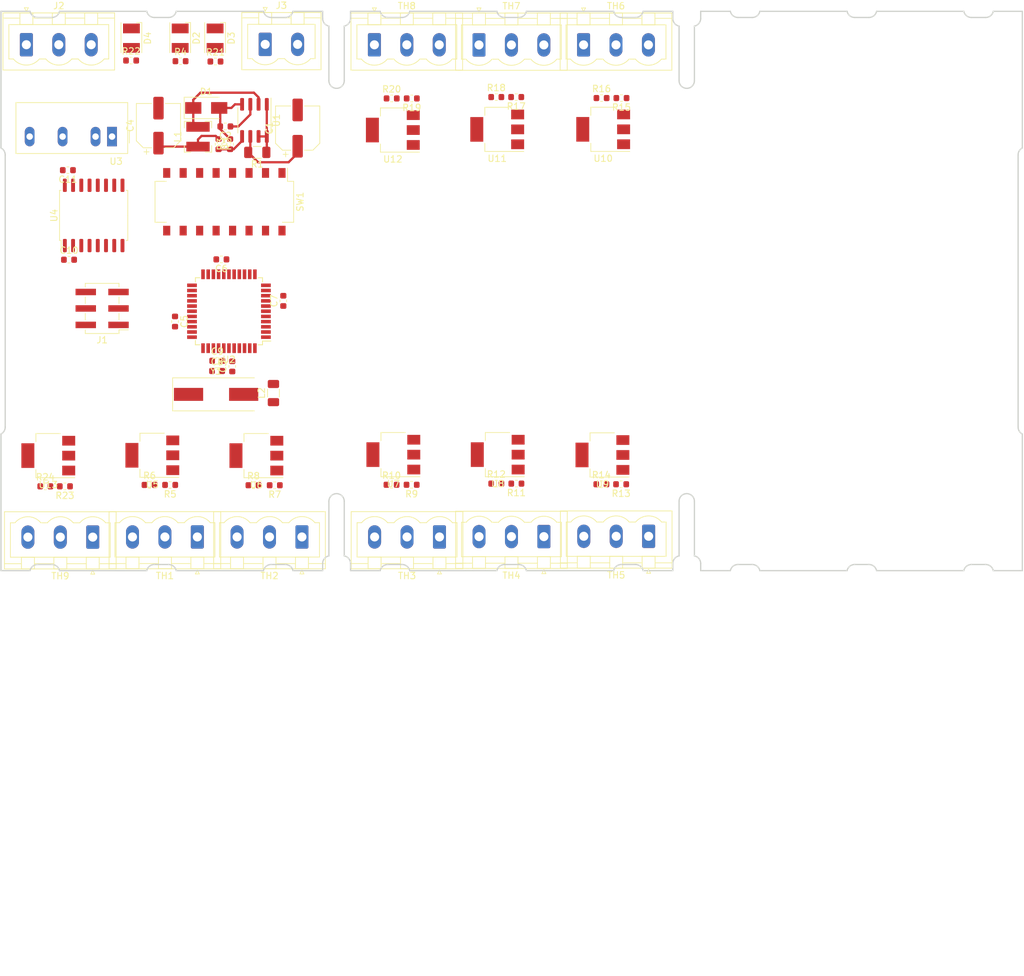
<source format=kicad_pcb>
(kicad_pcb (version 20171130) (host pcbnew 5.0.2+dfsg1-1)

  (general
    (thickness 1.6)
    (drawings 36131)
    (tracks 38)
    (zones 0)
    (modules 68)
    (nets 83)
  )

  (page A4)
  (layers
    (0 F.Cu signal)
    (31 B.Cu signal)
    (32 B.Adhes user)
    (33 F.Adhes user)
    (34 B.Paste user)
    (35 F.Paste user)
    (36 B.SilkS user)
    (37 F.SilkS user)
    (38 B.Mask user)
    (39 F.Mask user)
    (40 Dwgs.User user)
    (41 Cmts.User user)
    (42 Eco1.User user)
    (43 Eco2.User user)
    (44 Edge.Cuts user)
    (45 Margin user)
    (46 B.CrtYd user)
    (47 F.CrtYd user)
    (48 B.Fab user)
    (49 F.Fab user)
  )

  (setup
    (last_trace_width 0.25)
    (user_trace_width 0.35)
    (trace_clearance 0.2)
    (zone_clearance 0.508)
    (zone_45_only no)
    (trace_min 0.2)
    (segment_width 0.2)
    (edge_width 0.05)
    (via_size 0.8)
    (via_drill 0.4)
    (via_min_size 0.4)
    (via_min_drill 0.3)
    (uvia_size 0.3)
    (uvia_drill 0.1)
    (uvias_allowed no)
    (uvia_min_size 0.2)
    (uvia_min_drill 0.1)
    (pcb_text_width 0.3)
    (pcb_text_size 1.5 1.5)
    (mod_edge_width 0.12)
    (mod_text_size 1 1)
    (mod_text_width 0.15)
    (pad_size 1.524 1.524)
    (pad_drill 0.762)
    (pad_to_mask_clearance 0.051)
    (solder_mask_min_width 0.25)
    (aux_axis_origin 0 0)
    (visible_elements FFFFFF7F)
    (pcbplotparams
      (layerselection 0x010fc_ffffffff)
      (usegerberextensions false)
      (usegerberattributes false)
      (usegerberadvancedattributes false)
      (creategerberjobfile false)
      (excludeedgelayer true)
      (linewidth 0.100000)
      (plotframeref false)
      (viasonmask false)
      (mode 1)
      (useauxorigin false)
      (hpglpennumber 1)
      (hpglpenspeed 20)
      (hpglpendiameter 15.000000)
      (psnegative false)
      (psa4output false)
      (plotreference true)
      (plotvalue true)
      (plotinvisibletext false)
      (padsonsilk false)
      (subtractmaskfromsilk false)
      (outputformat 1)
      (mirror false)
      (drillshape 1)
      (scaleselection 1)
      (outputdirectory ""))
  )

  (net 0 "")
  (net 1 "Net-(R5-Pad1)")
  (net 2 GNDD)
  (net 3 /pt100_ch0/Vout)
  (net 4 "Net-(R1-Pad1)")
  (net 5 +24V)
  (net 6 "Net-(R2-Pad2)")
  (net 7 "Net-(C2-Pad1)")
  (net 8 "Net-(D1-Pad1)")
  (net 9 +3V3)
  (net 10 "Net-(R16-Pad1)")
  (net 11 "Net-(R15-Pad2)")
  (net 12 "Net-(R20-Pad1)")
  (net 13 "Net-(R19-Pad2)")
  (net 14 "Net-(R19-Pad1)")
  (net 15 "Net-(R18-Pad1)")
  (net 16 "Net-(R17-Pad2)")
  (net 17 "Net-(R17-Pad1)")
  (net 18 "Net-(R15-Pad1)")
  (net 19 "Net-(R13-Pad2)")
  (net 20 "Net-(R14-Pad1)")
  (net 21 "Net-(R13-Pad1)")
  (net 22 "Net-(R11-Pad2)")
  (net 23 "Net-(R12-Pad1)")
  (net 24 "Net-(R6-Pad1)")
  (net 25 "Net-(R7-Pad1)")
  (net 26 "Net-(R9-Pad1)")
  (net 27 "Net-(R10-Pad2)")
  (net 28 "Net-(R10-Pad1)")
  (net 29 "Net-(R11-Pad1)")
  (net 30 RX)
  (net 31 DE)
  (net 32 TX)
  (net 33 "Net-(J2-Pad1)")
  (net 34 "Net-(J2-Pad3)")
  (net 35 /pt100_ch5/Vout)
  (net 36 /pt100_ch6/Vout)
  (net 37 /pt100_ch7/Vout)
  (net 38 "Net-(D2-Pad2)")
  (net 39 "Net-(U2-Pad21)")
  (net 40 "Net-(U2-Pad25)")
  (net 41 "Net-(U2-Pad26)")
  (net 42 "Net-(U2-Pad27)")
  (net 43 PDI_DATA)
  (net 44 PDI_CLK)
  (net 45 "Net-(C9-Pad1)")
  (net 46 "Net-(C8-Pad1)")
  (net 47 /pt100_ch1/Vout)
  (net 48 /pt100_ch2/Vout)
  (net 49 /pt100_ch3/Vout)
  (net 50 /pt100_ch4/Vout)
  (net 51 "Net-(J1-Pad3)")
  (net 52 "Net-(J1-Pad4)")
  (net 53 "Net-(R5-Pad2)")
  (net 54 "Net-(R7-Pad2)")
  (net 55 "Net-(R8-Pad1)")
  (net 56 GNDA)
  (net 57 "Net-(U4-Pad11)")
  (net 58 "Net-(U4-Pad14)")
  (net 59 +5VA)
  (net 60 "Net-(C3-Pad2)")
  (net 61 "Net-(D4-Pad2)")
  (net 62 "Net-(D3-Pad2)")
  (net 63 "Net-(R4-Pad1)")
  (net 64 /pt100_ch8/Vout)
  (net 65 "Net-(U2-Pad5)")
  (net 66 "Net-(U2-Pad6)")
  (net 67 "Net-(U2-Pad7)")
  (net 68 "Net-(R24-Pad1)")
  (net 69 "Net-(R23-Pad2)")
  (net 70 "Net-(R23-Pad1)")
  (net 71 "Net-(SW1-Pad16)")
  (net 72 "Net-(SW1-Pad15)")
  (net 73 "Net-(SW1-Pad14)")
  (net 74 "Net-(SW1-Pad13)")
  (net 75 "Net-(SW1-Pad12)")
  (net 76 "Net-(SW1-Pad11)")
  (net 77 "Net-(SW1-Pad10)")
  (net 78 "Net-(SW1-Pad9)")
  (net 79 "Net-(U2-Pad28)")
  (net 80 "Net-(U2-Pad29)")
  (net 81 "Net-(U2-Pad32)")
  (net 82 "Net-(U2-Pad33)")

  (net_class Default "Dies ist die voreingestellte Netzklasse."
    (clearance 0.2)
    (trace_width 0.25)
    (via_dia 0.8)
    (via_drill 0.4)
    (uvia_dia 0.3)
    (uvia_drill 0.1)
    (add_net +24V)
    (add_net +3V3)
    (add_net +5VA)
    (add_net /pt100_ch0/Vout)
    (add_net /pt100_ch1/Vout)
    (add_net /pt100_ch2/Vout)
    (add_net /pt100_ch3/Vout)
    (add_net /pt100_ch4/Vout)
    (add_net /pt100_ch5/Vout)
    (add_net /pt100_ch6/Vout)
    (add_net /pt100_ch7/Vout)
    (add_net /pt100_ch8/Vout)
    (add_net DE)
    (add_net GNDA)
    (add_net GNDD)
    (add_net "Net-(C2-Pad1)")
    (add_net "Net-(C3-Pad2)")
    (add_net "Net-(C8-Pad1)")
    (add_net "Net-(C9-Pad1)")
    (add_net "Net-(D1-Pad1)")
    (add_net "Net-(D2-Pad2)")
    (add_net "Net-(D3-Pad2)")
    (add_net "Net-(D4-Pad2)")
    (add_net "Net-(J1-Pad3)")
    (add_net "Net-(J1-Pad4)")
    (add_net "Net-(J2-Pad1)")
    (add_net "Net-(J2-Pad3)")
    (add_net "Net-(R1-Pad1)")
    (add_net "Net-(R10-Pad1)")
    (add_net "Net-(R10-Pad2)")
    (add_net "Net-(R11-Pad1)")
    (add_net "Net-(R11-Pad2)")
    (add_net "Net-(R12-Pad1)")
    (add_net "Net-(R13-Pad1)")
    (add_net "Net-(R13-Pad2)")
    (add_net "Net-(R14-Pad1)")
    (add_net "Net-(R15-Pad1)")
    (add_net "Net-(R15-Pad2)")
    (add_net "Net-(R16-Pad1)")
    (add_net "Net-(R17-Pad1)")
    (add_net "Net-(R17-Pad2)")
    (add_net "Net-(R18-Pad1)")
    (add_net "Net-(R19-Pad1)")
    (add_net "Net-(R19-Pad2)")
    (add_net "Net-(R2-Pad2)")
    (add_net "Net-(R20-Pad1)")
    (add_net "Net-(R23-Pad1)")
    (add_net "Net-(R23-Pad2)")
    (add_net "Net-(R24-Pad1)")
    (add_net "Net-(R4-Pad1)")
    (add_net "Net-(R5-Pad1)")
    (add_net "Net-(R5-Pad2)")
    (add_net "Net-(R6-Pad1)")
    (add_net "Net-(R7-Pad1)")
    (add_net "Net-(R7-Pad2)")
    (add_net "Net-(R8-Pad1)")
    (add_net "Net-(R9-Pad1)")
    (add_net "Net-(SW1-Pad10)")
    (add_net "Net-(SW1-Pad11)")
    (add_net "Net-(SW1-Pad12)")
    (add_net "Net-(SW1-Pad13)")
    (add_net "Net-(SW1-Pad14)")
    (add_net "Net-(SW1-Pad15)")
    (add_net "Net-(SW1-Pad16)")
    (add_net "Net-(SW1-Pad9)")
    (add_net "Net-(U2-Pad21)")
    (add_net "Net-(U2-Pad25)")
    (add_net "Net-(U2-Pad26)")
    (add_net "Net-(U2-Pad27)")
    (add_net "Net-(U2-Pad28)")
    (add_net "Net-(U2-Pad29)")
    (add_net "Net-(U2-Pad32)")
    (add_net "Net-(U2-Pad33)")
    (add_net "Net-(U2-Pad5)")
    (add_net "Net-(U2-Pad6)")
    (add_net "Net-(U2-Pad7)")
    (add_net "Net-(U4-Pad11)")
    (add_net "Net-(U4-Pad14)")
    (add_net PDI_CLK)
    (add_net PDI_DATA)
    (add_net RX)
    (add_net TX)
  )

  (module Button_Switch_SMD:SW_DIP_SPSTx08_Slide_Omron_A6S-810x_W8.9mm_P2.54mm (layer F.Cu) (tedit 5AC88315) (tstamp 5E6FEC01)
    (at 101.1936 68.7832 270)
    (descr "SMD 8x-dip-switch SPST Omron_A6S-810x, Slide, row spacing 8.9 mm (350 mils), body size  (see http://omronfs.omron.com/en_US/ecb/products/pdf/en-a6s.pdf)")
    (tags "SMD DIP Switch SPST Slide 8.9mm 350mil")
    (path /5E56A460)
    (attr smd)
    (fp_text reference SW1 (at 0 -11.69 270) (layer F.SilkS)
      (effects (font (size 1 1) (thickness 0.15)))
    )
    (fp_text value SW_DIP_x08 (at 0 11.69 270) (layer F.Fab)
      (effects (font (size 1 1) (thickness 0.15)))
    )
    (fp_text user on (at 0.075 -10.035 270) (layer F.Fab)
      (effects (font (size 0.8 0.8) (thickness 0.12)))
    )
    (fp_text user %R (at 2.3 0) (layer F.Fab)
      (effects (font (size 0.8 0.8) (thickness 0.12)))
    )
    (fp_line (start 5.45 -10.95) (end -5.45 -10.95) (layer F.CrtYd) (width 0.05))
    (fp_line (start 5.45 10.95) (end 5.45 -10.95) (layer F.CrtYd) (width 0.05))
    (fp_line (start -5.45 10.95) (end 5.45 10.95) (layer F.CrtYd) (width 0.05))
    (fp_line (start -5.45 -10.95) (end -5.45 10.95) (layer F.CrtYd) (width 0.05))
    (fp_line (start 3.16 8.95) (end 3.16 10.69) (layer F.SilkS) (width 0.12))
    (fp_line (start -3.16 8.95) (end -3.16 10.69) (layer F.SilkS) (width 0.12))
    (fp_line (start 3.16 -10.69) (end 3.16 -8.951) (layer F.SilkS) (width 0.12))
    (fp_line (start -3.16 -10.69) (end 3.16 -10.69) (layer F.SilkS) (width 0.12))
    (fp_line (start -3.16 -10.69) (end -3.16 -9.741) (layer F.SilkS) (width 0.12))
    (fp_line (start -5.2 -9.741) (end -3.16 -9.741) (layer F.SilkS) (width 0.12))
    (fp_line (start -3.16 10.69) (end 3.16 10.69) (layer F.SilkS) (width 0.12))
    (fp_line (start -0.5 8.34) (end -0.5 9.44) (layer F.Fab) (width 0.1))
    (fp_line (start -1.5 9.34) (end -0.5 9.34) (layer F.Fab) (width 0.1))
    (fp_line (start -1.5 9.24) (end -0.5 9.24) (layer F.Fab) (width 0.1))
    (fp_line (start -1.5 9.14) (end -0.5 9.14) (layer F.Fab) (width 0.1))
    (fp_line (start -1.5 9.04) (end -0.5 9.04) (layer F.Fab) (width 0.1))
    (fp_line (start -1.5 8.94) (end -0.5 8.94) (layer F.Fab) (width 0.1))
    (fp_line (start -1.5 8.84) (end -0.5 8.84) (layer F.Fab) (width 0.1))
    (fp_line (start -1.5 8.74) (end -0.5 8.74) (layer F.Fab) (width 0.1))
    (fp_line (start -1.5 8.64) (end -0.5 8.64) (layer F.Fab) (width 0.1))
    (fp_line (start -1.5 8.54) (end -0.5 8.54) (layer F.Fab) (width 0.1))
    (fp_line (start -1.5 8.44) (end -0.5 8.44) (layer F.Fab) (width 0.1))
    (fp_line (start 1.5 8.34) (end -1.5 8.34) (layer F.Fab) (width 0.1))
    (fp_line (start 1.5 9.44) (end 1.5 8.34) (layer F.Fab) (width 0.1))
    (fp_line (start -1.5 9.44) (end 1.5 9.44) (layer F.Fab) (width 0.1))
    (fp_line (start -1.5 8.34) (end -1.5 9.44) (layer F.Fab) (width 0.1))
    (fp_line (start -0.5 5.8) (end -0.5 6.9) (layer F.Fab) (width 0.1))
    (fp_line (start -1.5 6.9) (end -0.5 6.9) (layer F.Fab) (width 0.1))
    (fp_line (start -1.5 6.8) (end -0.5 6.8) (layer F.Fab) (width 0.1))
    (fp_line (start -1.5 6.7) (end -0.5 6.7) (layer F.Fab) (width 0.1))
    (fp_line (start -1.5 6.6) (end -0.5 6.6) (layer F.Fab) (width 0.1))
    (fp_line (start -1.5 6.5) (end -0.5 6.5) (layer F.Fab) (width 0.1))
    (fp_line (start -1.5 6.4) (end -0.5 6.4) (layer F.Fab) (width 0.1))
    (fp_line (start -1.5 6.3) (end -0.5 6.3) (layer F.Fab) (width 0.1))
    (fp_line (start -1.5 6.2) (end -0.5 6.2) (layer F.Fab) (width 0.1))
    (fp_line (start -1.5 6.1) (end -0.5 6.1) (layer F.Fab) (width 0.1))
    (fp_line (start -1.5 6) (end -0.5 6) (layer F.Fab) (width 0.1))
    (fp_line (start -1.5 5.9) (end -0.5 5.9) (layer F.Fab) (width 0.1))
    (fp_line (start 1.5 5.8) (end -1.5 5.8) (layer F.Fab) (width 0.1))
    (fp_line (start 1.5 6.9) (end 1.5 5.8) (layer F.Fab) (width 0.1))
    (fp_line (start -1.5 6.9) (end 1.5 6.9) (layer F.Fab) (width 0.1))
    (fp_line (start -1.5 5.8) (end -1.5 6.9) (layer F.Fab) (width 0.1))
    (fp_line (start -0.5 3.26) (end -0.5 4.36) (layer F.Fab) (width 0.1))
    (fp_line (start -1.5 4.36) (end -0.5 4.36) (layer F.Fab) (width 0.1))
    (fp_line (start -1.5 4.26) (end -0.5 4.26) (layer F.Fab) (width 0.1))
    (fp_line (start -1.5 4.16) (end -0.5 4.16) (layer F.Fab) (width 0.1))
    (fp_line (start -1.5 4.06) (end -0.5 4.06) (layer F.Fab) (width 0.1))
    (fp_line (start -1.5 3.96) (end -0.5 3.96) (layer F.Fab) (width 0.1))
    (fp_line (start -1.5 3.86) (end -0.5 3.86) (layer F.Fab) (width 0.1))
    (fp_line (start -1.5 3.76) (end -0.5 3.76) (layer F.Fab) (width 0.1))
    (fp_line (start -1.5 3.66) (end -0.5 3.66) (layer F.Fab) (width 0.1))
    (fp_line (start -1.5 3.56) (end -0.5 3.56) (layer F.Fab) (width 0.1))
    (fp_line (start -1.5 3.46) (end -0.5 3.46) (layer F.Fab) (width 0.1))
    (fp_line (start -1.5 3.36) (end -0.5 3.36) (layer F.Fab) (width 0.1))
    (fp_line (start 1.5 3.26) (end -1.5 3.26) (layer F.Fab) (width 0.1))
    (fp_line (start 1.5 4.36) (end 1.5 3.26) (layer F.Fab) (width 0.1))
    (fp_line (start -1.5 4.36) (end 1.5 4.36) (layer F.Fab) (width 0.1))
    (fp_line (start -1.5 3.26) (end -1.5 4.36) (layer F.Fab) (width 0.1))
    (fp_line (start -0.5 0.72) (end -0.5 1.82) (layer F.Fab) (width 0.1))
    (fp_line (start -1.5 1.82) (end -0.5 1.82) (layer F.Fab) (width 0.1))
    (fp_line (start -1.5 1.72) (end -0.5 1.72) (layer F.Fab) (width 0.1))
    (fp_line (start -1.5 1.62) (end -0.5 1.62) (layer F.Fab) (width 0.1))
    (fp_line (start -1.5 1.52) (end -0.5 1.52) (layer F.Fab) (width 0.1))
    (fp_line (start -1.5 1.42) (end -0.5 1.42) (layer F.Fab) (width 0.1))
    (fp_line (start -1.5 1.32) (end -0.5 1.32) (layer F.Fab) (width 0.1))
    (fp_line (start -1.5 1.22) (end -0.5 1.22) (layer F.Fab) (width 0.1))
    (fp_line (start -1.5 1.12) (end -0.5 1.12) (layer F.Fab) (width 0.1))
    (fp_line (start -1.5 1.02) (end -0.5 1.02) (layer F.Fab) (width 0.1))
    (fp_line (start -1.5 0.92) (end -0.5 0.92) (layer F.Fab) (width 0.1))
    (fp_line (start -1.5 0.82) (end -0.5 0.82) (layer F.Fab) (width 0.1))
    (fp_line (start 1.5 0.72) (end -1.5 0.72) (layer F.Fab) (width 0.1))
    (fp_line (start 1.5 1.82) (end 1.5 0.72) (layer F.Fab) (width 0.1))
    (fp_line (start -1.5 1.82) (end 1.5 1.82) (layer F.Fab) (width 0.1))
    (fp_line (start -1.5 0.72) (end -1.5 1.82) (layer F.Fab) (width 0.1))
    (fp_line (start -0.5 -1.82) (end -0.5 -0.72) (layer F.Fab) (width 0.1))
    (fp_line (start -1.5 -0.72) (end -0.5 -0.72) (layer F.Fab) (width 0.1))
    (fp_line (start -1.5 -0.82) (end -0.5 -0.82) (layer F.Fab) (width 0.1))
    (fp_line (start -1.5 -0.92) (end -0.5 -0.92) (layer F.Fab) (width 0.1))
    (fp_line (start -1.5 -1.02) (end -0.5 -1.02) (layer F.Fab) (width 0.1))
    (fp_line (start -1.5 -1.12) (end -0.5 -1.12) (layer F.Fab) (width 0.1))
    (fp_line (start -1.5 -1.22) (end -0.5 -1.22) (layer F.Fab) (width 0.1))
    (fp_line (start -1.5 -1.32) (end -0.5 -1.32) (layer F.Fab) (width 0.1))
    (fp_line (start -1.5 -1.42) (end -0.5 -1.42) (layer F.Fab) (width 0.1))
    (fp_line (start -1.5 -1.52) (end -0.5 -1.52) (layer F.Fab) (width 0.1))
    (fp_line (start -1.5 -1.62) (end -0.5 -1.62) (layer F.Fab) (width 0.1))
    (fp_line (start -1.5 -1.72) (end -0.5 -1.72) (layer F.Fab) (width 0.1))
    (fp_line (start 1.5 -1.82) (end -1.5 -1.82) (layer F.Fab) (width 0.1))
    (fp_line (start 1.5 -0.72) (end 1.5 -1.82) (layer F.Fab) (width 0.1))
    (fp_line (start -1.5 -0.72) (end 1.5 -0.72) (layer F.Fab) (width 0.1))
    (fp_line (start -1.5 -1.82) (end -1.5 -0.72) (layer F.Fab) (width 0.1))
    (fp_line (start -0.5 -4.36) (end -0.5 -3.26) (layer F.Fab) (width 0.1))
    (fp_line (start -1.5 -3.26) (end -0.5 -3.26) (layer F.Fab) (width 0.1))
    (fp_line (start -1.5 -3.36) (end -0.5 -3.36) (layer F.Fab) (width 0.1))
    (fp_line (start -1.5 -3.46) (end -0.5 -3.46) (layer F.Fab) (width 0.1))
    (fp_line (start -1.5 -3.56) (end -0.5 -3.56) (layer F.Fab) (width 0.1))
    (fp_line (start -1.5 -3.66) (end -0.5 -3.66) (layer F.Fab) (width 0.1))
    (fp_line (start -1.5 -3.76) (end -0.5 -3.76) (layer F.Fab) (width 0.1))
    (fp_line (start -1.5 -3.86) (end -0.5 -3.86) (layer F.Fab) (width 0.1))
    (fp_line (start -1.5 -3.96) (end -0.5 -3.96) (layer F.Fab) (width 0.1))
    (fp_line (start -1.5 -4.06) (end -0.5 -4.06) (layer F.Fab) (width 0.1))
    (fp_line (start -1.5 -4.16) (end -0.5 -4.16) (layer F.Fab) (width 0.1))
    (fp_line (start -1.5 -4.26) (end -0.5 -4.26) (layer F.Fab) (width 0.1))
    (fp_line (start 1.5 -4.36) (end -1.5 -4.36) (layer F.Fab) (width 0.1))
    (fp_line (start 1.5 -3.26) (end 1.5 -4.36) (layer F.Fab) (width 0.1))
    (fp_line (start -1.5 -3.26) (end 1.5 -3.26) (layer F.Fab) (width 0.1))
    (fp_line (start -1.5 -4.36) (end -1.5 -3.26) (layer F.Fab) (width 0.1))
    (fp_line (start -0.5 -6.9) (end -0.5 -5.8) (layer F.Fab) (width 0.1))
    (fp_line (start -1.5 -5.9) (end -0.5 -5.9) (layer F.Fab) (width 0.1))
    (fp_line (start -1.5 -6) (end -0.5 -6) (layer F.Fab) (width 0.1))
    (fp_line (start -1.5 -6.1) (end -0.5 -6.1) (layer F.Fab) (width 0.1))
    (fp_line (start -1.5 -6.2) (end -0.5 -6.2) (layer F.Fab) (width 0.1))
    (fp_line (start -1.5 -6.3) (end -0.5 -6.3) (layer F.Fab) (width 0.1))
    (fp_line (start -1.5 -6.4) (end -0.5 -6.4) (layer F.Fab) (width 0.1))
    (fp_line (start -1.5 -6.5) (end -0.5 -6.5) (layer F.Fab) (width 0.1))
    (fp_line (start -1.5 -6.6) (end -0.5 -6.6) (layer F.Fab) (width 0.1))
    (fp_line (start -1.5 -6.7) (end -0.5 -6.7) (layer F.Fab) (width 0.1))
    (fp_line (start -1.5 -6.8) (end -0.5 -6.8) (layer F.Fab) (width 0.1))
    (fp_line (start 1.5 -6.9) (end -1.5 -6.9) (layer F.Fab) (width 0.1))
    (fp_line (start 1.5 -5.8) (end 1.5 -6.9) (layer F.Fab) (width 0.1))
    (fp_line (start -1.5 -5.8) (end 1.5 -5.8) (layer F.Fab) (width 0.1))
    (fp_line (start -1.5 -6.9) (end -1.5 -5.8) (layer F.Fab) (width 0.1))
    (fp_line (start -0.5 -9.44) (end -0.5 -8.34) (layer F.Fab) (width 0.1))
    (fp_line (start -1.5 -8.34) (end -0.5 -8.34) (layer F.Fab) (width 0.1))
    (fp_line (start -1.5 -8.44) (end -0.5 -8.44) (layer F.Fab) (width 0.1))
    (fp_line (start -1.5 -8.54) (end -0.5 -8.54) (layer F.Fab) (width 0.1))
    (fp_line (start -1.5 -8.64) (end -0.5 -8.64) (layer F.Fab) (width 0.1))
    (fp_line (start -1.5 -8.74) (end -0.5 -8.74) (layer F.Fab) (width 0.1))
    (fp_line (start -1.5 -8.84) (end -0.5 -8.84) (layer F.Fab) (width 0.1))
    (fp_line (start -1.5 -8.94) (end -0.5 -8.94) (layer F.Fab) (width 0.1))
    (fp_line (start -1.5 -9.04) (end -0.5 -9.04) (layer F.Fab) (width 0.1))
    (fp_line (start -1.5 -9.14) (end -0.5 -9.14) (layer F.Fab) (width 0.1))
    (fp_line (start -1.5 -9.24) (end -0.5 -9.24) (layer F.Fab) (width 0.1))
    (fp_line (start -1.5 -9.34) (end -0.5 -9.34) (layer F.Fab) (width 0.1))
    (fp_line (start 1.5 -9.44) (end -1.5 -9.44) (layer F.Fab) (width 0.1))
    (fp_line (start 1.5 -8.34) (end 1.5 -9.44) (layer F.Fab) (width 0.1))
    (fp_line (start -1.5 -8.34) (end 1.5 -8.34) (layer F.Fab) (width 0.1))
    (fp_line (start -1.5 -9.44) (end -1.5 -8.34) (layer F.Fab) (width 0.1))
    (fp_line (start -3.1 -9.63) (end -2.1 -10.63) (layer F.Fab) (width 0.1))
    (fp_line (start -3.1 10.63) (end -3.1 -9.63) (layer F.Fab) (width 0.1))
    (fp_line (start 3.1 10.63) (end -3.1 10.63) (layer F.Fab) (width 0.1))
    (fp_line (start 3.1 -10.63) (end 3.1 10.63) (layer F.Fab) (width 0.1))
    (fp_line (start -2.1 -10.63) (end 3.1 -10.63) (layer F.Fab) (width 0.1))
    (pad 16 smd rect (at 4.45 -8.89 270) (size 1.5 1.1) (layers F.Cu F.Paste F.Mask)
      (net 71 "Net-(SW1-Pad16)"))
    (pad 8 smd rect (at -4.45 8.89 270) (size 1.5 1.1) (layers F.Cu F.Paste F.Mask)
      (net 2 GNDD))
    (pad 15 smd rect (at 4.45 -6.35 270) (size 1.5 1.1) (layers F.Cu F.Paste F.Mask)
      (net 72 "Net-(SW1-Pad15)"))
    (pad 7 smd rect (at -4.45 6.35 270) (size 1.5 1.1) (layers F.Cu F.Paste F.Mask)
      (net 2 GNDD))
    (pad 14 smd rect (at 4.45 -3.81 270) (size 1.5 1.1) (layers F.Cu F.Paste F.Mask)
      (net 73 "Net-(SW1-Pad14)"))
    (pad 6 smd rect (at -4.45 3.81 270) (size 1.5 1.1) (layers F.Cu F.Paste F.Mask)
      (net 2 GNDD))
    (pad 13 smd rect (at 4.45 -1.27 270) (size 1.5 1.1) (layers F.Cu F.Paste F.Mask)
      (net 74 "Net-(SW1-Pad13)"))
    (pad 5 smd rect (at -4.45 1.27 270) (size 1.5 1.1) (layers F.Cu F.Paste F.Mask)
      (net 2 GNDD))
    (pad 12 smd rect (at 4.45 1.27 270) (size 1.5 1.1) (layers F.Cu F.Paste F.Mask)
      (net 75 "Net-(SW1-Pad12)"))
    (pad 4 smd rect (at -4.45 -1.27 270) (size 1.5 1.1) (layers F.Cu F.Paste F.Mask)
      (net 2 GNDD))
    (pad 11 smd rect (at 4.45 3.81 270) (size 1.5 1.1) (layers F.Cu F.Paste F.Mask)
      (net 76 "Net-(SW1-Pad11)"))
    (pad 3 smd rect (at -4.45 -3.81 270) (size 1.5 1.1) (layers F.Cu F.Paste F.Mask)
      (net 2 GNDD))
    (pad 10 smd rect (at 4.45 6.35 270) (size 1.5 1.1) (layers F.Cu F.Paste F.Mask)
      (net 77 "Net-(SW1-Pad10)"))
    (pad 2 smd rect (at -4.45 -6.35 270) (size 1.5 1.1) (layers F.Cu F.Paste F.Mask)
      (net 2 GNDD))
    (pad 9 smd rect (at 4.45 8.89 270) (size 1.5 1.1) (layers F.Cu F.Paste F.Mask)
      (net 78 "Net-(SW1-Pad9)"))
    (pad 1 smd rect (at -4.45 -8.89 270) (size 1.5 1.1) (layers F.Cu F.Paste F.Mask)
      (net 2 GNDD))
    (model ${KISYS3DMOD}/Button_Switch_SMD.3dshapes/SW_DIP_SPSTx08_Slide_Omron_A6S-810x_W8.9mm_P2.54mm.wrl
      (at (xyz 0 0 0))
      (scale (xyz 1 1 1))
      (rotate (xyz 0 0 0))
    )
    (model /home/ejung/git/kicad-packages3D/Button_Switch_SMD.3dshapes/SW_DIP_SPSTx08_Slide_6.7x21.88mm_W8.61mm_P2.54mm_LowProfile.wrl
      (at (xyz 0 0 0))
      (scale (xyz 1 1 1))
      (rotate (xyz 0 0 90))
    )
  )

  (module Connector_Phoenix_MSTB:PhoenixContact_MSTBVA_2,5_3-G_1x03_P5.00mm_Vertical (layer F.Cu) (tedit 5B785046) (tstamp 5E5FAE3F)
    (at 80.899 120.523 180)
    (descr "Generic Phoenix Contact connector footprint for: MSTBVA_2,5/3-G; number of pins: 03; pin pitch: 5.00mm; Vertical || order number: 1755529 12A || order number: 1924208 16A (HC)")
    (tags "phoenix_contact connector MSTBVA_01x03_G_5.00mm")
    (path /5E51CEA7/5E50FD5B)
    (fp_text reference TH9 (at 5 -6 180) (layer F.SilkS)
      (effects (font (size 1 1) (thickness 0.15)))
    )
    (fp_text value Thermistor_PTC_3wire (at 5 5 180) (layer F.Fab)
      (effects (font (size 1 1) (thickness 0.15)))
    )
    (fp_arc (start 0 0.55) (end -2 2.2) (angle -100.5) (layer F.SilkS) (width 0.12))
    (fp_arc (start 5 0.55) (end 3 2.2) (angle -100.5) (layer F.SilkS) (width 0.12))
    (fp_arc (start 10 0.55) (end 8 2.2) (angle -100.5) (layer F.SilkS) (width 0.12))
    (fp_line (start -3.61 -4.91) (end -3.61 3.91) (layer F.SilkS) (width 0.12))
    (fp_line (start -3.61 3.91) (end 13.61 3.91) (layer F.SilkS) (width 0.12))
    (fp_line (start 13.61 3.91) (end 13.61 -4.91) (layer F.SilkS) (width 0.12))
    (fp_line (start 13.61 -4.91) (end -3.61 -4.91) (layer F.SilkS) (width 0.12))
    (fp_line (start -3.5 -4.8) (end -3.5 3.8) (layer F.Fab) (width 0.1))
    (fp_line (start -3.5 3.8) (end 13.5 3.8) (layer F.Fab) (width 0.1))
    (fp_line (start 13.5 3.8) (end 13.5 -4.8) (layer F.Fab) (width 0.1))
    (fp_line (start 13.5 -4.8) (end -3.5 -4.8) (layer F.Fab) (width 0.1))
    (fp_line (start -3.61 -4.1) (end -1.11 -4.1) (layer F.SilkS) (width 0.12))
    (fp_line (start 13.61 -4.1) (end 11.11 -4.1) (layer F.SilkS) (width 0.12))
    (fp_line (start 1 -4.1) (end 4 -4.1) (layer F.SilkS) (width 0.12))
    (fp_line (start 6 -4.1) (end 9 -4.1) (layer F.SilkS) (width 0.12))
    (fp_line (start -1 -3.1) (end -1 -4.91) (layer F.SilkS) (width 0.12))
    (fp_line (start -1 -4.91) (end 1 -4.91) (layer F.SilkS) (width 0.12))
    (fp_line (start 1 -4.91) (end 1 -3.1) (layer F.SilkS) (width 0.12))
    (fp_line (start 1 -3.1) (end -1 -3.1) (layer F.SilkS) (width 0.12))
    (fp_line (start 4 -3.1) (end 4 -4.91) (layer F.SilkS) (width 0.12))
    (fp_line (start 4 -4.91) (end 6 -4.91) (layer F.SilkS) (width 0.12))
    (fp_line (start 6 -4.91) (end 6 -3.1) (layer F.SilkS) (width 0.12))
    (fp_line (start 6 -3.1) (end 4 -3.1) (layer F.SilkS) (width 0.12))
    (fp_line (start 9 -3.1) (end 9 -4.91) (layer F.SilkS) (width 0.12))
    (fp_line (start 9 -4.91) (end 11 -4.91) (layer F.SilkS) (width 0.12))
    (fp_line (start 11 -4.91) (end 11 -3.1) (layer F.SilkS) (width 0.12))
    (fp_line (start 11 -3.1) (end 9 -3.1) (layer F.SilkS) (width 0.12))
    (fp_line (start 2 2.2) (end 3 2.2) (layer F.SilkS) (width 0.12))
    (fp_line (start 7 2.2) (end 8 2.2) (layer F.SilkS) (width 0.12))
    (fp_line (start -2 2.2) (end -2.7 2.2) (layer F.SilkS) (width 0.12))
    (fp_line (start -2.7 2.2) (end -2.7 -3.1) (layer F.SilkS) (width 0.12))
    (fp_line (start -2.7 -3.1) (end 12.7 -3.1) (layer F.SilkS) (width 0.12))
    (fp_line (start 12.7 -3.1) (end 12.7 2.2) (layer F.SilkS) (width 0.12))
    (fp_line (start 12.7 2.2) (end 12 2.2) (layer F.SilkS) (width 0.12))
    (fp_line (start -4 -5.3) (end -4 4.3) (layer F.CrtYd) (width 0.05))
    (fp_line (start -4 4.3) (end 14 4.3) (layer F.CrtYd) (width 0.05))
    (fp_line (start 14 4.3) (end 14 -5.3) (layer F.CrtYd) (width 0.05))
    (fp_line (start 14 -5.3) (end -4 -5.3) (layer F.CrtYd) (width 0.05))
    (fp_line (start 0.3 -5.71) (end 0 -5.11) (layer F.SilkS) (width 0.12))
    (fp_line (start 0 -5.11) (end -0.3 -5.71) (layer F.SilkS) (width 0.12))
    (fp_line (start -0.3 -5.71) (end 0.3 -5.71) (layer F.SilkS) (width 0.12))
    (fp_line (start 0.5 -3.55) (end 0 -2.55) (layer F.Fab) (width 0.1))
    (fp_line (start 0 -2.55) (end -0.5 -3.55) (layer F.Fab) (width 0.1))
    (fp_line (start -0.5 -3.55) (end 0.5 -3.55) (layer F.Fab) (width 0.1))
    (fp_text user %R (at 5 -4.1 180) (layer F.Fab)
      (effects (font (size 1 1) (thickness 0.15)))
    )
    (pad 1 thru_hole roundrect (at 0 0 180) (size 2 3.6) (drill 1.4) (layers *.Cu *.Mask) (roundrect_rratio 0.125)
      (net 3 /pt100_ch0/Vout))
    (pad 2 thru_hole oval (at 5 0 180) (size 2 3.6) (drill 1.4) (layers *.Cu *.Mask)
      (net 69 "Net-(R23-Pad2)"))
    (pad 3 thru_hole oval (at 10 0 180) (size 2 3.6) (drill 1.4) (layers *.Cu *.Mask)
      (net 2 GNDD))
    (model ${KISYS3DMOD}/Connector_Phoenix_MSTB.3dshapes/PhoenixContact_MSTBVA_2,5_3-G_1x03_P5.00mm_Vertical.wrl
      (at (xyz 0 0 0))
      (scale (xyz 1 1 1))
      (rotate (xyz 0 0 0))
    )
  )

  (module Package_TO_SOT_SMD:SOT-223-3_TabPin2 (layer F.Cu) (tedit 5A02FF57) (tstamp 5E5FAA97)
    (at 74.041 107.95 180)
    (descr "module CMS SOT223 4 pins")
    (tags "CMS SOT")
    (path /5E51CEA7/5E50F06D)
    (attr smd)
    (fp_text reference U13 (at 0 -4.5 180) (layer F.SilkS)
      (effects (font (size 1 1) (thickness 0.15)))
    )
    (fp_text value LT3092xST (at 0 4.5 180) (layer F.Fab)
      (effects (font (size 1 1) (thickness 0.15)))
    )
    (fp_text user %R (at 0 0 270) (layer F.Fab)
      (effects (font (size 0.8 0.8) (thickness 0.12)))
    )
    (fp_line (start 1.91 3.41) (end 1.91 2.15) (layer F.SilkS) (width 0.12))
    (fp_line (start 1.91 -3.41) (end 1.91 -2.15) (layer F.SilkS) (width 0.12))
    (fp_line (start 4.4 -3.6) (end -4.4 -3.6) (layer F.CrtYd) (width 0.05))
    (fp_line (start 4.4 3.6) (end 4.4 -3.6) (layer F.CrtYd) (width 0.05))
    (fp_line (start -4.4 3.6) (end 4.4 3.6) (layer F.CrtYd) (width 0.05))
    (fp_line (start -4.4 -3.6) (end -4.4 3.6) (layer F.CrtYd) (width 0.05))
    (fp_line (start -1.85 -2.35) (end -0.85 -3.35) (layer F.Fab) (width 0.1))
    (fp_line (start -1.85 -2.35) (end -1.85 3.35) (layer F.Fab) (width 0.1))
    (fp_line (start -1.85 3.41) (end 1.91 3.41) (layer F.SilkS) (width 0.12))
    (fp_line (start -0.85 -3.35) (end 1.85 -3.35) (layer F.Fab) (width 0.1))
    (fp_line (start -4.1 -3.41) (end 1.91 -3.41) (layer F.SilkS) (width 0.12))
    (fp_line (start -1.85 3.35) (end 1.85 3.35) (layer F.Fab) (width 0.1))
    (fp_line (start 1.85 -3.35) (end 1.85 3.35) (layer F.Fab) (width 0.1))
    (pad 2 smd rect (at 3.15 0 180) (size 2 3.8) (layers F.Cu F.Paste F.Mask)
      (net 68 "Net-(R24-Pad1)"))
    (pad 2 smd rect (at -3.15 0 180) (size 2 1.5) (layers F.Cu F.Paste F.Mask)
      (net 68 "Net-(R24-Pad1)"))
    (pad 3 smd rect (at -3.15 2.3 180) (size 2 1.5) (layers F.Cu F.Paste F.Mask)
      (net 9 +3V3))
    (pad 1 smd rect (at -3.15 -2.3 180) (size 2 1.5) (layers F.Cu F.Paste F.Mask)
      (net 70 "Net-(R23-Pad1)"))
    (model ${KISYS3DMOD}/Package_TO_SOT_SMD.3dshapes/SOT-223.wrl
      (at (xyz 0 0 0))
      (scale (xyz 1 1 1))
      (rotate (xyz 0 0 0))
    )
  )

  (module Resistor_SMD:R_0603_1608Metric (layer F.Cu) (tedit 5B301BBD) (tstamp 5E5FA6D1)
    (at 76.608381 112.689377 180)
    (descr "Resistor SMD 0603 (1608 Metric), square (rectangular) end terminal, IPC_7351 nominal, (Body size source: http://www.tortai-tech.com/upload/download/2011102023233369053.pdf), generated with kicad-footprint-generator")
    (tags resistor)
    (path /5E51CEA7/5E50F073)
    (attr smd)
    (fp_text reference R23 (at 0 -1.43 180) (layer F.SilkS)
      (effects (font (size 1 1) (thickness 0.15)))
    )
    (fp_text value 20k (at 0 1.43 180) (layer F.Fab)
      (effects (font (size 1 1) (thickness 0.15)))
    )
    (fp_text user %R (at 0 0 180) (layer F.Fab)
      (effects (font (size 0.4 0.4) (thickness 0.06)))
    )
    (fp_line (start 1.48 0.73) (end -1.48 0.73) (layer F.CrtYd) (width 0.05))
    (fp_line (start 1.48 -0.73) (end 1.48 0.73) (layer F.CrtYd) (width 0.05))
    (fp_line (start -1.48 -0.73) (end 1.48 -0.73) (layer F.CrtYd) (width 0.05))
    (fp_line (start -1.48 0.73) (end -1.48 -0.73) (layer F.CrtYd) (width 0.05))
    (fp_line (start -0.162779 0.51) (end 0.162779 0.51) (layer F.SilkS) (width 0.12))
    (fp_line (start -0.162779 -0.51) (end 0.162779 -0.51) (layer F.SilkS) (width 0.12))
    (fp_line (start 0.8 0.4) (end -0.8 0.4) (layer F.Fab) (width 0.1))
    (fp_line (start 0.8 -0.4) (end 0.8 0.4) (layer F.Fab) (width 0.1))
    (fp_line (start -0.8 -0.4) (end 0.8 -0.4) (layer F.Fab) (width 0.1))
    (fp_line (start -0.8 0.4) (end -0.8 -0.4) (layer F.Fab) (width 0.1))
    (pad 2 smd roundrect (at 0.7875 0 180) (size 0.875 0.95) (layers F.Cu F.Paste F.Mask) (roundrect_rratio 0.25)
      (net 69 "Net-(R23-Pad2)"))
    (pad 1 smd roundrect (at -0.7875 0 180) (size 0.875 0.95) (layers F.Cu F.Paste F.Mask) (roundrect_rratio 0.25)
      (net 70 "Net-(R23-Pad1)"))
    (model ${KISYS3DMOD}/Resistor_SMD.3dshapes/R_0603_1608Metric.wrl
      (at (xyz 0 0 0))
      (scale (xyz 1 1 1))
      (rotate (xyz 0 0 0))
    )
  )

  (module Resistor_SMD:R_0603_1608Metric (layer F.Cu) (tedit 5B301BBD) (tstamp 5E5FA6C0)
    (at 73.585881 112.689377)
    (descr "Resistor SMD 0603 (1608 Metric), square (rectangular) end terminal, IPC_7351 nominal, (Body size source: http://www.tortai-tech.com/upload/download/2011102023233369053.pdf), generated with kicad-footprint-generator")
    (tags resistor)
    (path /5E51CEA7/5E50F079)
    (attr smd)
    (fp_text reference R24 (at 0 -1.43) (layer F.SilkS)
      (effects (font (size 1 1) (thickness 0.15)))
    )
    (fp_text value 200 (at 0 1.43) (layer F.Fab)
      (effects (font (size 1 1) (thickness 0.15)))
    )
    (fp_line (start -0.8 0.4) (end -0.8 -0.4) (layer F.Fab) (width 0.1))
    (fp_line (start -0.8 -0.4) (end 0.8 -0.4) (layer F.Fab) (width 0.1))
    (fp_line (start 0.8 -0.4) (end 0.8 0.4) (layer F.Fab) (width 0.1))
    (fp_line (start 0.8 0.4) (end -0.8 0.4) (layer F.Fab) (width 0.1))
    (fp_line (start -0.162779 -0.51) (end 0.162779 -0.51) (layer F.SilkS) (width 0.12))
    (fp_line (start -0.162779 0.51) (end 0.162779 0.51) (layer F.SilkS) (width 0.12))
    (fp_line (start -1.48 0.73) (end -1.48 -0.73) (layer F.CrtYd) (width 0.05))
    (fp_line (start -1.48 -0.73) (end 1.48 -0.73) (layer F.CrtYd) (width 0.05))
    (fp_line (start 1.48 -0.73) (end 1.48 0.73) (layer F.CrtYd) (width 0.05))
    (fp_line (start 1.48 0.73) (end -1.48 0.73) (layer F.CrtYd) (width 0.05))
    (fp_text user %R (at 0 0) (layer F.Fab)
      (effects (font (size 0.4 0.4) (thickness 0.06)))
    )
    (pad 1 smd roundrect (at -0.7875 0) (size 0.875 0.95) (layers F.Cu F.Paste F.Mask) (roundrect_rratio 0.25)
      (net 68 "Net-(R24-Pad1)"))
    (pad 2 smd roundrect (at 0.7875 0) (size 0.875 0.95) (layers F.Cu F.Paste F.Mask) (roundrect_rratio 0.25)
      (net 69 "Net-(R23-Pad2)"))
    (model ${KISYS3DMOD}/Resistor_SMD.3dshapes/R_0603_1608Metric.wrl
      (at (xyz 0 0 0))
      (scale (xyz 1 1 1))
      (rotate (xyz 0 0 0))
    )
  )

  (module Capacitor_SMD:C_0603_1608Metric (layer F.Cu) (tedit 5B301BBE) (tstamp 5E6EABF4)
    (at 77.0636 63.9064 180)
    (descr "Capacitor SMD 0603 (1608 Metric), square (rectangular) end terminal, IPC_7351 nominal, (Body size source: http://www.tortai-tech.com/upload/download/2011102023233369053.pdf), generated with kicad-footprint-generator")
    (tags capacitor)
    (path /5E5CF900)
    (attr smd)
    (fp_text reference C11 (at 0 -1.43 180) (layer F.SilkS)
      (effects (font (size 1 1) (thickness 0.15)))
    )
    (fp_text value 100n (at 0 1.43 180) (layer F.Fab)
      (effects (font (size 1 1) (thickness 0.15)))
    )
    (fp_line (start -0.8 0.4) (end -0.8 -0.4) (layer F.Fab) (width 0.1))
    (fp_line (start -0.8 -0.4) (end 0.8 -0.4) (layer F.Fab) (width 0.1))
    (fp_line (start 0.8 -0.4) (end 0.8 0.4) (layer F.Fab) (width 0.1))
    (fp_line (start 0.8 0.4) (end -0.8 0.4) (layer F.Fab) (width 0.1))
    (fp_line (start -0.162779 -0.51) (end 0.162779 -0.51) (layer F.SilkS) (width 0.12))
    (fp_line (start -0.162779 0.51) (end 0.162779 0.51) (layer F.SilkS) (width 0.12))
    (fp_line (start -1.48 0.73) (end -1.48 -0.73) (layer F.CrtYd) (width 0.05))
    (fp_line (start -1.48 -0.73) (end 1.48 -0.73) (layer F.CrtYd) (width 0.05))
    (fp_line (start 1.48 -0.73) (end 1.48 0.73) (layer F.CrtYd) (width 0.05))
    (fp_line (start 1.48 0.73) (end -1.48 0.73) (layer F.CrtYd) (width 0.05))
    (fp_text user %R (at 0 0 180) (layer F.Fab)
      (effects (font (size 0.4 0.4) (thickness 0.06)))
    )
    (pad 1 smd roundrect (at -0.7875 0 180) (size 0.875 0.95) (layers F.Cu F.Paste F.Mask) (roundrect_rratio 0.25)
      (net 56 GNDA))
    (pad 2 smd roundrect (at 0.7875 0 180) (size 0.875 0.95) (layers F.Cu F.Paste F.Mask) (roundrect_rratio 0.25)
      (net 59 +5VA))
    (model ${KISYS3DMOD}/Capacitor_SMD.3dshapes/C_0603_1608Metric.wrl
      (at (xyz 0 0 0))
      (scale (xyz 1 1 1))
      (rotate (xyz 0 0 0))
    )
  )

  (module LED_SMD:LED_PLCC-2 (layer F.Cu) (tedit 59959404) (tstamp 5E6F9714)
    (at 86.862539 43.539706 270)
    (descr "LED PLCC-2 SMD package")
    (tags "LED PLCC-2 SMD")
    (path /5E69E8BB)
    (attr smd)
    (fp_text reference D4 (at 0 -2.5 270) (layer F.SilkS)
      (effects (font (size 1 1) (thickness 0.15)))
    )
    (fp_text value LED (at 0 2.5 270) (layer F.Fab)
      (effects (font (size 1 1) (thickness 0.15)))
    )
    (fp_circle (center 0 0) (end 0 -1.25) (layer F.Fab) (width 0.1))
    (fp_line (start -1.7 -0.6) (end -0.8 -1.5) (layer F.Fab) (width 0.1))
    (fp_line (start 1.7 1.5) (end 1.7 -1.5) (layer F.Fab) (width 0.1))
    (fp_line (start 1.7 -1.5) (end -1.7 -1.5) (layer F.Fab) (width 0.1))
    (fp_line (start -1.7 -1.5) (end -1.7 1.5) (layer F.Fab) (width 0.1))
    (fp_line (start -1.7 1.5) (end 1.7 1.5) (layer F.Fab) (width 0.1))
    (fp_line (start -2.65 -1.85) (end 2.5 -1.85) (layer F.CrtYd) (width 0.05))
    (fp_line (start 2.5 -1.85) (end 2.5 1.85) (layer F.CrtYd) (width 0.05))
    (fp_line (start 2.5 1.85) (end -2.65 1.85) (layer F.CrtYd) (width 0.05))
    (fp_line (start -2.65 1.85) (end -2.65 -1.85) (layer F.CrtYd) (width 0.05))
    (fp_line (start 2.25 1.6) (end -2.4 1.6) (layer F.SilkS) (width 0.12))
    (fp_line (start 2.25 -1.6) (end -2.4 -1.6) (layer F.SilkS) (width 0.12))
    (fp_line (start -2.4 -1.6) (end -2.4 -0.8) (layer F.SilkS) (width 0.12))
    (fp_text user %R (at 0 0 270) (layer F.Fab)
      (effects (font (size 0.4 0.4) (thickness 0.1)))
    )
    (pad 1 smd rect (at -1.5 0 270) (size 1.5 2.6) (layers F.Cu F.Paste F.Mask)
      (net 56 GNDA))
    (pad 2 smd rect (at 1.5 0 270) (size 1.5 2.6) (layers F.Cu F.Paste F.Mask)
      (net 61 "Net-(D4-Pad2)"))
    (model ${KISYS3DMOD}/LED_SMD.3dshapes/LED_PLCC-2.wrl
      (at (xyz 0 0 0))
      (scale (xyz 1 1 1))
      (rotate (xyz 0 0 0))
    )
    (model /home/ejung/git/kicad-libs-own/3d/LED_PLCC-2.stp
      (at (xyz 0 0 0))
      (scale (xyz 1 1 1))
      (rotate (xyz 0 0 90))
    )
  )

  (module LED_SMD:LED_PLCC-2 (layer F.Cu) (tedit 59959404) (tstamp 5E6F977D)
    (at 99.765739 43.539706 270)
    (descr "LED PLCC-2 SMD package")
    (tags "LED PLCC-2 SMD")
    (path /5E6D18F1)
    (attr smd)
    (fp_text reference D3 (at 0 -2.5 270) (layer F.SilkS)
      (effects (font (size 1 1) (thickness 0.15)))
    )
    (fp_text value LED (at 0 2.5 270) (layer F.Fab)
      (effects (font (size 1 1) (thickness 0.15)))
    )
    (fp_text user %R (at 0 0 270) (layer F.Fab)
      (effects (font (size 0.4 0.4) (thickness 0.1)))
    )
    (fp_line (start -2.4 -1.6) (end -2.4 -0.8) (layer F.SilkS) (width 0.12))
    (fp_line (start 2.25 -1.6) (end -2.4 -1.6) (layer F.SilkS) (width 0.12))
    (fp_line (start 2.25 1.6) (end -2.4 1.6) (layer F.SilkS) (width 0.12))
    (fp_line (start -2.65 1.85) (end -2.65 -1.85) (layer F.CrtYd) (width 0.05))
    (fp_line (start 2.5 1.85) (end -2.65 1.85) (layer F.CrtYd) (width 0.05))
    (fp_line (start 2.5 -1.85) (end 2.5 1.85) (layer F.CrtYd) (width 0.05))
    (fp_line (start -2.65 -1.85) (end 2.5 -1.85) (layer F.CrtYd) (width 0.05))
    (fp_line (start -1.7 1.5) (end 1.7 1.5) (layer F.Fab) (width 0.1))
    (fp_line (start -1.7 -1.5) (end -1.7 1.5) (layer F.Fab) (width 0.1))
    (fp_line (start 1.7 -1.5) (end -1.7 -1.5) (layer F.Fab) (width 0.1))
    (fp_line (start 1.7 1.5) (end 1.7 -1.5) (layer F.Fab) (width 0.1))
    (fp_line (start -1.7 -0.6) (end -0.8 -1.5) (layer F.Fab) (width 0.1))
    (fp_circle (center 0 0) (end 0 -1.25) (layer F.Fab) (width 0.1))
    (pad 2 smd rect (at 1.5 0 270) (size 1.5 2.6) (layers F.Cu F.Paste F.Mask)
      (net 62 "Net-(D3-Pad2)"))
    (pad 1 smd rect (at -1.5 0 270) (size 1.5 2.6) (layers F.Cu F.Paste F.Mask)
      (net 2 GNDD))
    (model ${KISYS3DMOD}/LED_SMD.3dshapes/LED_PLCC-2.wrl
      (at (xyz 0 0 0))
      (scale (xyz 1 1 1))
      (rotate (xyz 0 0 0))
    )
    (model /home/ejung/git/kicad-libs-own/3d/LED_PLCC-2.stp
      (at (xyz 0 0 0))
      (scale (xyz 1 1 1))
      (rotate (xyz 0 0 90))
    )
  )

  (module Resistor_SMD:R_0603_1608Metric (layer F.Cu) (tedit 5B301BBD) (tstamp 5E6F9597)
    (at 99.822 47.1424)
    (descr "Resistor SMD 0603 (1608 Metric), square (rectangular) end terminal, IPC_7351 nominal, (Body size source: http://www.tortai-tech.com/upload/download/2011102023233369053.pdf), generated with kicad-footprint-generator")
    (tags resistor)
    (path /5E6D18F8)
    (attr smd)
    (fp_text reference R21 (at 0 -1.43) (layer F.SilkS)
      (effects (font (size 1 1) (thickness 0.15)))
    )
    (fp_text value 120R (at 0 1.43) (layer F.Fab)
      (effects (font (size 1 1) (thickness 0.15)))
    )
    (fp_line (start -0.8 0.4) (end -0.8 -0.4) (layer F.Fab) (width 0.1))
    (fp_line (start -0.8 -0.4) (end 0.8 -0.4) (layer F.Fab) (width 0.1))
    (fp_line (start 0.8 -0.4) (end 0.8 0.4) (layer F.Fab) (width 0.1))
    (fp_line (start 0.8 0.4) (end -0.8 0.4) (layer F.Fab) (width 0.1))
    (fp_line (start -0.162779 -0.51) (end 0.162779 -0.51) (layer F.SilkS) (width 0.12))
    (fp_line (start -0.162779 0.51) (end 0.162779 0.51) (layer F.SilkS) (width 0.12))
    (fp_line (start -1.48 0.73) (end -1.48 -0.73) (layer F.CrtYd) (width 0.05))
    (fp_line (start -1.48 -0.73) (end 1.48 -0.73) (layer F.CrtYd) (width 0.05))
    (fp_line (start 1.48 -0.73) (end 1.48 0.73) (layer F.CrtYd) (width 0.05))
    (fp_line (start 1.48 0.73) (end -1.48 0.73) (layer F.CrtYd) (width 0.05))
    (fp_text user %R (at 0 0) (layer F.Fab)
      (effects (font (size 0.4 0.4) (thickness 0.06)))
    )
    (pad 1 smd roundrect (at -0.7875 0) (size 0.875 0.95) (layers F.Cu F.Paste F.Mask) (roundrect_rratio 0.25)
      (net 9 +3V3))
    (pad 2 smd roundrect (at 0.7875 0) (size 0.875 0.95) (layers F.Cu F.Paste F.Mask) (roundrect_rratio 0.25)
      (net 62 "Net-(D3-Pad2)"))
    (model ${KISYS3DMOD}/Resistor_SMD.3dshapes/R_0603_1608Metric.wrl
      (at (xyz 0 0 0))
      (scale (xyz 1 1 1))
      (rotate (xyz 0 0 0))
    )
  )

  (module Resistor_SMD:R_0603_1608Metric (layer F.Cu) (tedit 5B301BBD) (tstamp 5E6F9648)
    (at 86.8172 46.99)
    (descr "Resistor SMD 0603 (1608 Metric), square (rectangular) end terminal, IPC_7351 nominal, (Body size source: http://www.tortai-tech.com/upload/download/2011102023233369053.pdf), generated with kicad-footprint-generator")
    (tags resistor)
    (path /5E69EA3E)
    (attr smd)
    (fp_text reference R22 (at 0 -1.43) (layer F.SilkS)
      (effects (font (size 1 1) (thickness 0.15)))
    )
    (fp_text value 220R (at 0 1.43) (layer F.Fab)
      (effects (font (size 1 1) (thickness 0.15)))
    )
    (fp_text user %R (at 0 0) (layer F.Fab)
      (effects (font (size 0.4 0.4) (thickness 0.06)))
    )
    (fp_line (start 1.48 0.73) (end -1.48 0.73) (layer F.CrtYd) (width 0.05))
    (fp_line (start 1.48 -0.73) (end 1.48 0.73) (layer F.CrtYd) (width 0.05))
    (fp_line (start -1.48 -0.73) (end 1.48 -0.73) (layer F.CrtYd) (width 0.05))
    (fp_line (start -1.48 0.73) (end -1.48 -0.73) (layer F.CrtYd) (width 0.05))
    (fp_line (start -0.162779 0.51) (end 0.162779 0.51) (layer F.SilkS) (width 0.12))
    (fp_line (start -0.162779 -0.51) (end 0.162779 -0.51) (layer F.SilkS) (width 0.12))
    (fp_line (start 0.8 0.4) (end -0.8 0.4) (layer F.Fab) (width 0.1))
    (fp_line (start 0.8 -0.4) (end 0.8 0.4) (layer F.Fab) (width 0.1))
    (fp_line (start -0.8 -0.4) (end 0.8 -0.4) (layer F.Fab) (width 0.1))
    (fp_line (start -0.8 0.4) (end -0.8 -0.4) (layer F.Fab) (width 0.1))
    (pad 2 smd roundrect (at 0.7875 0) (size 0.875 0.95) (layers F.Cu F.Paste F.Mask) (roundrect_rratio 0.25)
      (net 61 "Net-(D4-Pad2)"))
    (pad 1 smd roundrect (at -0.7875 0) (size 0.875 0.95) (layers F.Cu F.Paste F.Mask) (roundrect_rratio 0.25)
      (net 59 +5VA))
    (model ${KISYS3DMOD}/Resistor_SMD.3dshapes/R_0603_1608Metric.wrl
      (at (xyz 0 0 0))
      (scale (xyz 1 1 1))
      (rotate (xyz 0 0 0))
    )
  )

  (module Inductor_SMD:L_1206_3216Metric (layer F.Cu) (tedit 5B301BBE) (tstamp 5E6FED57)
    (at 108.7628 98.298 90)
    (descr "Inductor SMD 1206 (3216 Metric), square (rectangular) end terminal, IPC_7351 nominal, (Body size source: http://www.tortai-tech.com/upload/download/2011102023233369053.pdf), generated with kicad-footprint-generator")
    (tags inductor)
    (path /5E504E2C)
    (attr smd)
    (fp_text reference L2 (at 0 -1.82 90) (layer F.SilkS)
      (effects (font (size 1 1) (thickness 0.15)))
    )
    (fp_text value 10u (at 0 1.82 90) (layer F.Fab)
      (effects (font (size 1 1) (thickness 0.15)))
    )
    (fp_line (start -1.6 0.8) (end -1.6 -0.8) (layer F.Fab) (width 0.1))
    (fp_line (start -1.6 -0.8) (end 1.6 -0.8) (layer F.Fab) (width 0.1))
    (fp_line (start 1.6 -0.8) (end 1.6 0.8) (layer F.Fab) (width 0.1))
    (fp_line (start 1.6 0.8) (end -1.6 0.8) (layer F.Fab) (width 0.1))
    (fp_line (start -0.602064 -0.91) (end 0.602064 -0.91) (layer F.SilkS) (width 0.12))
    (fp_line (start -0.602064 0.91) (end 0.602064 0.91) (layer F.SilkS) (width 0.12))
    (fp_line (start -2.28 1.12) (end -2.28 -1.12) (layer F.CrtYd) (width 0.05))
    (fp_line (start -2.28 -1.12) (end 2.28 -1.12) (layer F.CrtYd) (width 0.05))
    (fp_line (start 2.28 -1.12) (end 2.28 1.12) (layer F.CrtYd) (width 0.05))
    (fp_line (start 2.28 1.12) (end -2.28 1.12) (layer F.CrtYd) (width 0.05))
    (fp_text user %R (at 0 0 90) (layer F.Fab)
      (effects (font (size 0.8 0.8) (thickness 0.12)))
    )
    (pad 1 smd roundrect (at -1.4 0 90) (size 1.25 1.75) (layers F.Cu F.Paste F.Mask) (roundrect_rratio 0.2)
      (net 9 +3V3))
    (pad 2 smd roundrect (at 1.4 0 90) (size 1.25 1.75) (layers F.Cu F.Paste F.Mask) (roundrect_rratio 0.2)
      (net 60 "Net-(C3-Pad2)"))
    (model ${KISYS3DMOD}/Inductor_SMD.3dshapes/L_1206_3216Metric.wrl
      (at (xyz 0 0 0))
      (scale (xyz 1 1 1))
      (rotate (xyz 0 0 0))
    )
  )

  (module Connector_Phoenix_MSTB:PhoenixContact_MSTBVA_2,5_2-G_1x02_P5.00mm_Vertical (layer F.Cu) (tedit 5B785046) (tstamp 5E6FCDAE)
    (at 107.4928 44.5008)
    (descr "Generic Phoenix Contact connector footprint for: MSTBVA_2,5/2-G; number of pins: 02; pin pitch: 5.00mm; Vertical || order number: 1755516 12A || order number: 1924198 16A (HC)")
    (tags "phoenix_contact connector MSTBVA_01x02_G_5.00mm")
    (path /5E66E3E4)
    (fp_text reference J3 (at 2.5 -6) (layer F.SilkS)
      (effects (font (size 1 1) (thickness 0.15)))
    )
    (fp_text value Screw_Terminal_01x02 (at 2.5 5) (layer F.Fab)
      (effects (font (size 1 1) (thickness 0.15)))
    )
    (fp_arc (start 0 0.55) (end -2 2.2) (angle -100.5) (layer F.SilkS) (width 0.12))
    (fp_arc (start 5 0.55) (end 3 2.2) (angle -100.5) (layer F.SilkS) (width 0.12))
    (fp_line (start -3.61 -4.91) (end -3.61 3.91) (layer F.SilkS) (width 0.12))
    (fp_line (start -3.61 3.91) (end 8.61 3.91) (layer F.SilkS) (width 0.12))
    (fp_line (start 8.61 3.91) (end 8.61 -4.91) (layer F.SilkS) (width 0.12))
    (fp_line (start 8.61 -4.91) (end -3.61 -4.91) (layer F.SilkS) (width 0.12))
    (fp_line (start -3.5 -4.8) (end -3.5 3.8) (layer F.Fab) (width 0.1))
    (fp_line (start -3.5 3.8) (end 8.5 3.8) (layer F.Fab) (width 0.1))
    (fp_line (start 8.5 3.8) (end 8.5 -4.8) (layer F.Fab) (width 0.1))
    (fp_line (start 8.5 -4.8) (end -3.5 -4.8) (layer F.Fab) (width 0.1))
    (fp_line (start -3.61 -4.1) (end -1.11 -4.1) (layer F.SilkS) (width 0.12))
    (fp_line (start 8.61 -4.1) (end 6.11 -4.1) (layer F.SilkS) (width 0.12))
    (fp_line (start 1 -4.1) (end 4 -4.1) (layer F.SilkS) (width 0.12))
    (fp_line (start -1 -3.1) (end -1 -4.91) (layer F.SilkS) (width 0.12))
    (fp_line (start -1 -4.91) (end 1 -4.91) (layer F.SilkS) (width 0.12))
    (fp_line (start 1 -4.91) (end 1 -3.1) (layer F.SilkS) (width 0.12))
    (fp_line (start 1 -3.1) (end -1 -3.1) (layer F.SilkS) (width 0.12))
    (fp_line (start 4 -3.1) (end 4 -4.91) (layer F.SilkS) (width 0.12))
    (fp_line (start 4 -4.91) (end 6 -4.91) (layer F.SilkS) (width 0.12))
    (fp_line (start 6 -4.91) (end 6 -3.1) (layer F.SilkS) (width 0.12))
    (fp_line (start 6 -3.1) (end 4 -3.1) (layer F.SilkS) (width 0.12))
    (fp_line (start 2 2.2) (end 3 2.2) (layer F.SilkS) (width 0.12))
    (fp_line (start -2 2.2) (end -2.7 2.2) (layer F.SilkS) (width 0.12))
    (fp_line (start -2.7 2.2) (end -2.7 -3.1) (layer F.SilkS) (width 0.12))
    (fp_line (start -2.7 -3.1) (end 7.7 -3.1) (layer F.SilkS) (width 0.12))
    (fp_line (start 7.7 -3.1) (end 7.7 2.2) (layer F.SilkS) (width 0.12))
    (fp_line (start 7.7 2.2) (end 7 2.2) (layer F.SilkS) (width 0.12))
    (fp_line (start -4 -5.3) (end -4 4.3) (layer F.CrtYd) (width 0.05))
    (fp_line (start -4 4.3) (end 9 4.3) (layer F.CrtYd) (width 0.05))
    (fp_line (start 9 4.3) (end 9 -5.3) (layer F.CrtYd) (width 0.05))
    (fp_line (start 9 -5.3) (end -4 -5.3) (layer F.CrtYd) (width 0.05))
    (fp_line (start 0.3 -5.71) (end 0 -5.11) (layer F.SilkS) (width 0.12))
    (fp_line (start 0 -5.11) (end -0.3 -5.71) (layer F.SilkS) (width 0.12))
    (fp_line (start -0.3 -5.71) (end 0.3 -5.71) (layer F.SilkS) (width 0.12))
    (fp_line (start 0.5 -3.55) (end 0 -2.55) (layer F.Fab) (width 0.1))
    (fp_line (start 0 -2.55) (end -0.5 -3.55) (layer F.Fab) (width 0.1))
    (fp_line (start -0.5 -3.55) (end 0.5 -3.55) (layer F.Fab) (width 0.1))
    (fp_text user %R (at 2.5 -4.1) (layer F.Fab)
      (effects (font (size 1 1) (thickness 0.15)))
    )
    (pad 1 thru_hole roundrect (at 0 0) (size 2 3.6) (drill 1.4) (layers *.Cu *.Mask) (roundrect_rratio 0.125)
      (net 2 GNDD))
    (pad 2 thru_hole oval (at 5 0) (size 2 3.6) (drill 1.4) (layers *.Cu *.Mask)
      (net 5 +24V))
    (model ${KISYS3DMOD}/Connector_Phoenix_MSTB.3dshapes/PhoenixContact_MSTBVA_2,5_2-G_1x02_P5.00mm_Vertical.wrl
      (at (xyz 0 0 0))
      (scale (xyz 1 1 1))
      (rotate (xyz 0 0 0))
    )
  )

  (module Connector_Phoenix_MSTB:PhoenixContact_MSTBVA_2,5_3-G_1x03_P5.00mm_Vertical (layer F.Cu) (tedit 5B785046) (tstamp 5E6F2F77)
    (at 166.624 120.396 180)
    (descr "Generic Phoenix Contact connector footprint for: MSTBVA_2,5/3-G; number of pins: 03; pin pitch: 5.00mm; Vertical || order number: 1755529 12A || order number: 1924208 16A (HC)")
    (tags "phoenix_contact connector MSTBVA_01x03_G_5.00mm")
    (path /5E55237B/5E50FD5B)
    (fp_text reference TH5 (at 5 -6 180) (layer F.SilkS)
      (effects (font (size 1 1) (thickness 0.15)))
    )
    (fp_text value Thermistor_PTC_3wire (at 5 5 180) (layer F.Fab)
      (effects (font (size 1 1) (thickness 0.15)))
    )
    (fp_text user %R (at 5 -4.1 180) (layer F.Fab)
      (effects (font (size 1 1) (thickness 0.15)))
    )
    (fp_line (start -0.5 -3.55) (end 0.5 -3.55) (layer F.Fab) (width 0.1))
    (fp_line (start 0 -2.55) (end -0.5 -3.55) (layer F.Fab) (width 0.1))
    (fp_line (start 0.5 -3.55) (end 0 -2.55) (layer F.Fab) (width 0.1))
    (fp_line (start -0.3 -5.71) (end 0.3 -5.71) (layer F.SilkS) (width 0.12))
    (fp_line (start 0 -5.11) (end -0.3 -5.71) (layer F.SilkS) (width 0.12))
    (fp_line (start 0.3 -5.71) (end 0 -5.11) (layer F.SilkS) (width 0.12))
    (fp_line (start 14 -5.3) (end -4 -5.3) (layer F.CrtYd) (width 0.05))
    (fp_line (start 14 4.3) (end 14 -5.3) (layer F.CrtYd) (width 0.05))
    (fp_line (start -4 4.3) (end 14 4.3) (layer F.CrtYd) (width 0.05))
    (fp_line (start -4 -5.3) (end -4 4.3) (layer F.CrtYd) (width 0.05))
    (fp_line (start 12.7 2.2) (end 12 2.2) (layer F.SilkS) (width 0.12))
    (fp_line (start 12.7 -3.1) (end 12.7 2.2) (layer F.SilkS) (width 0.12))
    (fp_line (start -2.7 -3.1) (end 12.7 -3.1) (layer F.SilkS) (width 0.12))
    (fp_line (start -2.7 2.2) (end -2.7 -3.1) (layer F.SilkS) (width 0.12))
    (fp_line (start -2 2.2) (end -2.7 2.2) (layer F.SilkS) (width 0.12))
    (fp_line (start 7 2.2) (end 8 2.2) (layer F.SilkS) (width 0.12))
    (fp_line (start 2 2.2) (end 3 2.2) (layer F.SilkS) (width 0.12))
    (fp_line (start 11 -3.1) (end 9 -3.1) (layer F.SilkS) (width 0.12))
    (fp_line (start 11 -4.91) (end 11 -3.1) (layer F.SilkS) (width 0.12))
    (fp_line (start 9 -4.91) (end 11 -4.91) (layer F.SilkS) (width 0.12))
    (fp_line (start 9 -3.1) (end 9 -4.91) (layer F.SilkS) (width 0.12))
    (fp_line (start 6 -3.1) (end 4 -3.1) (layer F.SilkS) (width 0.12))
    (fp_line (start 6 -4.91) (end 6 -3.1) (layer F.SilkS) (width 0.12))
    (fp_line (start 4 -4.91) (end 6 -4.91) (layer F.SilkS) (width 0.12))
    (fp_line (start 4 -3.1) (end 4 -4.91) (layer F.SilkS) (width 0.12))
    (fp_line (start 1 -3.1) (end -1 -3.1) (layer F.SilkS) (width 0.12))
    (fp_line (start 1 -4.91) (end 1 -3.1) (layer F.SilkS) (width 0.12))
    (fp_line (start -1 -4.91) (end 1 -4.91) (layer F.SilkS) (width 0.12))
    (fp_line (start -1 -3.1) (end -1 -4.91) (layer F.SilkS) (width 0.12))
    (fp_line (start 6 -4.1) (end 9 -4.1) (layer F.SilkS) (width 0.12))
    (fp_line (start 1 -4.1) (end 4 -4.1) (layer F.SilkS) (width 0.12))
    (fp_line (start 13.61 -4.1) (end 11.11 -4.1) (layer F.SilkS) (width 0.12))
    (fp_line (start -3.61 -4.1) (end -1.11 -4.1) (layer F.SilkS) (width 0.12))
    (fp_line (start 13.5 -4.8) (end -3.5 -4.8) (layer F.Fab) (width 0.1))
    (fp_line (start 13.5 3.8) (end 13.5 -4.8) (layer F.Fab) (width 0.1))
    (fp_line (start -3.5 3.8) (end 13.5 3.8) (layer F.Fab) (width 0.1))
    (fp_line (start -3.5 -4.8) (end -3.5 3.8) (layer F.Fab) (width 0.1))
    (fp_line (start 13.61 -4.91) (end -3.61 -4.91) (layer F.SilkS) (width 0.12))
    (fp_line (start 13.61 3.91) (end 13.61 -4.91) (layer F.SilkS) (width 0.12))
    (fp_line (start -3.61 3.91) (end 13.61 3.91) (layer F.SilkS) (width 0.12))
    (fp_line (start -3.61 -4.91) (end -3.61 3.91) (layer F.SilkS) (width 0.12))
    (fp_arc (start 10 0.55) (end 8 2.2) (angle -100.5) (layer F.SilkS) (width 0.12))
    (fp_arc (start 5 0.55) (end 3 2.2) (angle -100.5) (layer F.SilkS) (width 0.12))
    (fp_arc (start 0 0.55) (end -2 2.2) (angle -100.5) (layer F.SilkS) (width 0.12))
    (pad 3 thru_hole oval (at 10 0 180) (size 2 3.6) (drill 1.4) (layers *.Cu *.Mask)
      (net 2 GNDD))
    (pad 2 thru_hole oval (at 5 0 180) (size 2 3.6) (drill 1.4) (layers *.Cu *.Mask)
      (net 19 "Net-(R13-Pad2)"))
    (pad 1 thru_hole roundrect (at 0 0 180) (size 2 3.6) (drill 1.4) (layers *.Cu *.Mask) (roundrect_rratio 0.125)
      (net 35 /pt100_ch5/Vout))
    (model ${KISYS3DMOD}/Connector_Phoenix_MSTB.3dshapes/PhoenixContact_MSTBVA_2,5_3-G_1x03_P5.00mm_Vertical.wrl
      (at (xyz 0 0 0))
      (scale (xyz 1 1 1))
      (rotate (xyz 0 0 0))
    )
  )

  (module Connector_Phoenix_MSTB:PhoenixContact_MSTBVA_2,5_3-G_1x03_P5.00mm_Vertical (layer F.Cu) (tedit 5B785046) (tstamp 5E51DB48)
    (at 97.028 120.4976 180)
    (descr "Generic Phoenix Contact connector footprint for: MSTBVA_2,5/3-G; number of pins: 03; pin pitch: 5.00mm; Vertical || order number: 1755529 12A || order number: 1924208 16A (HC)")
    (tags "phoenix_contact connector MSTBVA_01x03_G_5.00mm")
    (path /5E51E6FE/5E50FD5B)
    (fp_text reference TH1 (at 5 -6 180) (layer F.SilkS)
      (effects (font (size 1 1) (thickness 0.15)))
    )
    (fp_text value Thermistor_PTC_3wire (at 5 5 180) (layer F.Fab)
      (effects (font (size 1 1) (thickness 0.15)))
    )
    (fp_arc (start 0 0.55) (end -2 2.2) (angle -100.5) (layer F.SilkS) (width 0.12))
    (fp_arc (start 5 0.55) (end 3 2.2) (angle -100.5) (layer F.SilkS) (width 0.12))
    (fp_arc (start 10 0.55) (end 8 2.2) (angle -100.5) (layer F.SilkS) (width 0.12))
    (fp_line (start -3.61 -4.91) (end -3.61 3.91) (layer F.SilkS) (width 0.12))
    (fp_line (start -3.61 3.91) (end 13.61 3.91) (layer F.SilkS) (width 0.12))
    (fp_line (start 13.61 3.91) (end 13.61 -4.91) (layer F.SilkS) (width 0.12))
    (fp_line (start 13.61 -4.91) (end -3.61 -4.91) (layer F.SilkS) (width 0.12))
    (fp_line (start -3.5 -4.8) (end -3.5 3.8) (layer F.Fab) (width 0.1))
    (fp_line (start -3.5 3.8) (end 13.5 3.8) (layer F.Fab) (width 0.1))
    (fp_line (start 13.5 3.8) (end 13.5 -4.8) (layer F.Fab) (width 0.1))
    (fp_line (start 13.5 -4.8) (end -3.5 -4.8) (layer F.Fab) (width 0.1))
    (fp_line (start -3.61 -4.1) (end -1.11 -4.1) (layer F.SilkS) (width 0.12))
    (fp_line (start 13.61 -4.1) (end 11.11 -4.1) (layer F.SilkS) (width 0.12))
    (fp_line (start 1 -4.1) (end 4 -4.1) (layer F.SilkS) (width 0.12))
    (fp_line (start 6 -4.1) (end 9 -4.1) (layer F.SilkS) (width 0.12))
    (fp_line (start -1 -3.1) (end -1 -4.91) (layer F.SilkS) (width 0.12))
    (fp_line (start -1 -4.91) (end 1 -4.91) (layer F.SilkS) (width 0.12))
    (fp_line (start 1 -4.91) (end 1 -3.1) (layer F.SilkS) (width 0.12))
    (fp_line (start 1 -3.1) (end -1 -3.1) (layer F.SilkS) (width 0.12))
    (fp_line (start 4 -3.1) (end 4 -4.91) (layer F.SilkS) (width 0.12))
    (fp_line (start 4 -4.91) (end 6 -4.91) (layer F.SilkS) (width 0.12))
    (fp_line (start 6 -4.91) (end 6 -3.1) (layer F.SilkS) (width 0.12))
    (fp_line (start 6 -3.1) (end 4 -3.1) (layer F.SilkS) (width 0.12))
    (fp_line (start 9 -3.1) (end 9 -4.91) (layer F.SilkS) (width 0.12))
    (fp_line (start 9 -4.91) (end 11 -4.91) (layer F.SilkS) (width 0.12))
    (fp_line (start 11 -4.91) (end 11 -3.1) (layer F.SilkS) (width 0.12))
    (fp_line (start 11 -3.1) (end 9 -3.1) (layer F.SilkS) (width 0.12))
    (fp_line (start 2 2.2) (end 3 2.2) (layer F.SilkS) (width 0.12))
    (fp_line (start 7 2.2) (end 8 2.2) (layer F.SilkS) (width 0.12))
    (fp_line (start -2 2.2) (end -2.7 2.2) (layer F.SilkS) (width 0.12))
    (fp_line (start -2.7 2.2) (end -2.7 -3.1) (layer F.SilkS) (width 0.12))
    (fp_line (start -2.7 -3.1) (end 12.7 -3.1) (layer F.SilkS) (width 0.12))
    (fp_line (start 12.7 -3.1) (end 12.7 2.2) (layer F.SilkS) (width 0.12))
    (fp_line (start 12.7 2.2) (end 12 2.2) (layer F.SilkS) (width 0.12))
    (fp_line (start -4 -5.3) (end -4 4.3) (layer F.CrtYd) (width 0.05))
    (fp_line (start -4 4.3) (end 14 4.3) (layer F.CrtYd) (width 0.05))
    (fp_line (start 14 4.3) (end 14 -5.3) (layer F.CrtYd) (width 0.05))
    (fp_line (start 14 -5.3) (end -4 -5.3) (layer F.CrtYd) (width 0.05))
    (fp_line (start 0.3 -5.71) (end 0 -5.11) (layer F.SilkS) (width 0.12))
    (fp_line (start 0 -5.11) (end -0.3 -5.71) (layer F.SilkS) (width 0.12))
    (fp_line (start -0.3 -5.71) (end 0.3 -5.71) (layer F.SilkS) (width 0.12))
    (fp_line (start 0.5 -3.55) (end 0 -2.55) (layer F.Fab) (width 0.1))
    (fp_line (start 0 -2.55) (end -0.5 -3.55) (layer F.Fab) (width 0.1))
    (fp_line (start -0.5 -3.55) (end 0.5 -3.55) (layer F.Fab) (width 0.1))
    (fp_text user %R (at 5 -4.1 180) (layer F.Fab)
      (effects (font (size 1 1) (thickness 0.15)))
    )
    (pad 1 thru_hole roundrect (at 0 0 180) (size 2 3.6) (drill 1.4) (layers *.Cu *.Mask) (roundrect_rratio 0.125)
      (net 47 /pt100_ch1/Vout))
    (pad 2 thru_hole oval (at 5 0 180) (size 2 3.6) (drill 1.4) (layers *.Cu *.Mask)
      (net 53 "Net-(R5-Pad2)"))
    (pad 3 thru_hole oval (at 10 0 180) (size 2 3.6) (drill 1.4) (layers *.Cu *.Mask)
      (net 2 GNDD))
    (model /home/ejung/git/kicad-libs-own/3d/pxc_1753453_04_MSTBV-2-5-3-G_3D.stp
      (offset (xyz -2.5 -3.9 0))
      (scale (xyz 1 1 1))
      (rotate (xyz 90 180 -90))
    )
  )

  (module Connector_Phoenix_MSTB:PhoenixContact_MSTBVA_2,5_3-G_1x03_P5.00mm_Vertical (layer F.Cu) (tedit 5B785046) (tstamp 5E603C82)
    (at 113.157 120.4976 180)
    (descr "Generic Phoenix Contact connector footprint for: MSTBVA_2,5/3-G; number of pins: 03; pin pitch: 5.00mm; Vertical || order number: 1755529 12A || order number: 1924208 16A (HC)")
    (tags "phoenix_contact connector MSTBVA_01x03_G_5.00mm")
    (path /5E544266/5E50FD5B)
    (fp_text reference TH2 (at 5 -6 180) (layer F.SilkS)
      (effects (font (size 1 1) (thickness 0.15)))
    )
    (fp_text value Thermistor_PTC_3wire (at 5 5 180) (layer F.Fab)
      (effects (font (size 1 1) (thickness 0.15)))
    )
    (fp_text user %R (at 5 -4.1 180) (layer F.Fab)
      (effects (font (size 1 1) (thickness 0.15)))
    )
    (fp_line (start -0.5 -3.55) (end 0.5 -3.55) (layer F.Fab) (width 0.1))
    (fp_line (start 0 -2.55) (end -0.5 -3.55) (layer F.Fab) (width 0.1))
    (fp_line (start 0.5 -3.55) (end 0 -2.55) (layer F.Fab) (width 0.1))
    (fp_line (start -0.3 -5.71) (end 0.3 -5.71) (layer F.SilkS) (width 0.12))
    (fp_line (start 0 -5.11) (end -0.3 -5.71) (layer F.SilkS) (width 0.12))
    (fp_line (start 0.3 -5.71) (end 0 -5.11) (layer F.SilkS) (width 0.12))
    (fp_line (start 14 -5.3) (end -4 -5.3) (layer F.CrtYd) (width 0.05))
    (fp_line (start 14 4.3) (end 14 -5.3) (layer F.CrtYd) (width 0.05))
    (fp_line (start -4 4.3) (end 14 4.3) (layer F.CrtYd) (width 0.05))
    (fp_line (start -4 -5.3) (end -4 4.3) (layer F.CrtYd) (width 0.05))
    (fp_line (start 12.7 2.2) (end 12 2.2) (layer F.SilkS) (width 0.12))
    (fp_line (start 12.7 -3.1) (end 12.7 2.2) (layer F.SilkS) (width 0.12))
    (fp_line (start -2.7 -3.1) (end 12.7 -3.1) (layer F.SilkS) (width 0.12))
    (fp_line (start -2.7 2.2) (end -2.7 -3.1) (layer F.SilkS) (width 0.12))
    (fp_line (start -2 2.2) (end -2.7 2.2) (layer F.SilkS) (width 0.12))
    (fp_line (start 7 2.2) (end 8 2.2) (layer F.SilkS) (width 0.12))
    (fp_line (start 2 2.2) (end 3 2.2) (layer F.SilkS) (width 0.12))
    (fp_line (start 11 -3.1) (end 9 -3.1) (layer F.SilkS) (width 0.12))
    (fp_line (start 11 -4.91) (end 11 -3.1) (layer F.SilkS) (width 0.12))
    (fp_line (start 9 -4.91) (end 11 -4.91) (layer F.SilkS) (width 0.12))
    (fp_line (start 9 -3.1) (end 9 -4.91) (layer F.SilkS) (width 0.12))
    (fp_line (start 6 -3.1) (end 4 -3.1) (layer F.SilkS) (width 0.12))
    (fp_line (start 6 -4.91) (end 6 -3.1) (layer F.SilkS) (width 0.12))
    (fp_line (start 4 -4.91) (end 6 -4.91) (layer F.SilkS) (width 0.12))
    (fp_line (start 4 -3.1) (end 4 -4.91) (layer F.SilkS) (width 0.12))
    (fp_line (start 1 -3.1) (end -1 -3.1) (layer F.SilkS) (width 0.12))
    (fp_line (start 1 -4.91) (end 1 -3.1) (layer F.SilkS) (width 0.12))
    (fp_line (start -1 -4.91) (end 1 -4.91) (layer F.SilkS) (width 0.12))
    (fp_line (start -1 -3.1) (end -1 -4.91) (layer F.SilkS) (width 0.12))
    (fp_line (start 6 -4.1) (end 9 -4.1) (layer F.SilkS) (width 0.12))
    (fp_line (start 1 -4.1) (end 4 -4.1) (layer F.SilkS) (width 0.12))
    (fp_line (start 13.61 -4.1) (end 11.11 -4.1) (layer F.SilkS) (width 0.12))
    (fp_line (start -3.61 -4.1) (end -1.11 -4.1) (layer F.SilkS) (width 0.12))
    (fp_line (start 13.5 -4.8) (end -3.5 -4.8) (layer F.Fab) (width 0.1))
    (fp_line (start 13.5 3.8) (end 13.5 -4.8) (layer F.Fab) (width 0.1))
    (fp_line (start -3.5 3.8) (end 13.5 3.8) (layer F.Fab) (width 0.1))
    (fp_line (start -3.5 -4.8) (end -3.5 3.8) (layer F.Fab) (width 0.1))
    (fp_line (start 13.61 -4.91) (end -3.61 -4.91) (layer F.SilkS) (width 0.12))
    (fp_line (start 13.61 3.91) (end 13.61 -4.91) (layer F.SilkS) (width 0.12))
    (fp_line (start -3.61 3.91) (end 13.61 3.91) (layer F.SilkS) (width 0.12))
    (fp_line (start -3.61 -4.91) (end -3.61 3.91) (layer F.SilkS) (width 0.12))
    (fp_arc (start 10 0.55) (end 8 2.2) (angle -100.5) (layer F.SilkS) (width 0.12))
    (fp_arc (start 5 0.55) (end 3 2.2) (angle -100.5) (layer F.SilkS) (width 0.12))
    (fp_arc (start 0 0.55) (end -2 2.2) (angle -100.5) (layer F.SilkS) (width 0.12))
    (pad 3 thru_hole oval (at 10 0 180) (size 2 3.6) (drill 1.4) (layers *.Cu *.Mask)
      (net 2 GNDD))
    (pad 2 thru_hole oval (at 5 0 180) (size 2 3.6) (drill 1.4) (layers *.Cu *.Mask)
      (net 54 "Net-(R7-Pad2)"))
    (pad 1 thru_hole roundrect (at 0 0 180) (size 2 3.6) (drill 1.4) (layers *.Cu *.Mask) (roundrect_rratio 0.125)
      (net 48 /pt100_ch2/Vout))
    (model ${KISYS3DMOD}/Connector_Phoenix_MSTB.3dshapes/PhoenixContact_MSTBVA_2,5_3-G_1x03_P5.00mm_Vertical.wrl
      (at (xyz 0 0 0))
      (scale (xyz 1 1 1))
      (rotate (xyz 0 0 0))
    )
  )

  (module Connector_Phoenix_MSTB:PhoenixContact_MSTBVA_2,5_3-G_1x03_P5.00mm_Vertical (layer F.Cu) (tedit 5B785046) (tstamp 5E51DAE2)
    (at 134.366 120.4976 180)
    (descr "Generic Phoenix Contact connector footprint for: MSTBVA_2,5/3-G; number of pins: 03; pin pitch: 5.00mm; Vertical || order number: 1755529 12A || order number: 1924208 16A (HC)")
    (tags "phoenix_contact connector MSTBVA_01x03_G_5.00mm")
    (path /5E54D364/5E50FD5B)
    (fp_text reference TH3 (at 5 -6 180) (layer F.SilkS)
      (effects (font (size 1 1) (thickness 0.15)))
    )
    (fp_text value Thermistor_PTC_3wire (at 5 5 180) (layer F.Fab)
      (effects (font (size 1 1) (thickness 0.15)))
    )
    (fp_arc (start 0 0.55) (end -2 2.2) (angle -100.5) (layer F.SilkS) (width 0.12))
    (fp_arc (start 5 0.55) (end 3 2.2) (angle -100.5) (layer F.SilkS) (width 0.12))
    (fp_arc (start 10 0.55) (end 8 2.2) (angle -100.5) (layer F.SilkS) (width 0.12))
    (fp_line (start -3.61 -4.91) (end -3.61 3.91) (layer F.SilkS) (width 0.12))
    (fp_line (start -3.61 3.91) (end 13.61 3.91) (layer F.SilkS) (width 0.12))
    (fp_line (start 13.61 3.91) (end 13.61 -4.91) (layer F.SilkS) (width 0.12))
    (fp_line (start 13.61 -4.91) (end -3.61 -4.91) (layer F.SilkS) (width 0.12))
    (fp_line (start -3.5 -4.8) (end -3.5 3.8) (layer F.Fab) (width 0.1))
    (fp_line (start -3.5 3.8) (end 13.5 3.8) (layer F.Fab) (width 0.1))
    (fp_line (start 13.5 3.8) (end 13.5 -4.8) (layer F.Fab) (width 0.1))
    (fp_line (start 13.5 -4.8) (end -3.5 -4.8) (layer F.Fab) (width 0.1))
    (fp_line (start -3.61 -4.1) (end -1.11 -4.1) (layer F.SilkS) (width 0.12))
    (fp_line (start 13.61 -4.1) (end 11.11 -4.1) (layer F.SilkS) (width 0.12))
    (fp_line (start 1 -4.1) (end 4 -4.1) (layer F.SilkS) (width 0.12))
    (fp_line (start 6 -4.1) (end 9 -4.1) (layer F.SilkS) (width 0.12))
    (fp_line (start -1 -3.1) (end -1 -4.91) (layer F.SilkS) (width 0.12))
    (fp_line (start -1 -4.91) (end 1 -4.91) (layer F.SilkS) (width 0.12))
    (fp_line (start 1 -4.91) (end 1 -3.1) (layer F.SilkS) (width 0.12))
    (fp_line (start 1 -3.1) (end -1 -3.1) (layer F.SilkS) (width 0.12))
    (fp_line (start 4 -3.1) (end 4 -4.91) (layer F.SilkS) (width 0.12))
    (fp_line (start 4 -4.91) (end 6 -4.91) (layer F.SilkS) (width 0.12))
    (fp_line (start 6 -4.91) (end 6 -3.1) (layer F.SilkS) (width 0.12))
    (fp_line (start 6 -3.1) (end 4 -3.1) (layer F.SilkS) (width 0.12))
    (fp_line (start 9 -3.1) (end 9 -4.91) (layer F.SilkS) (width 0.12))
    (fp_line (start 9 -4.91) (end 11 -4.91) (layer F.SilkS) (width 0.12))
    (fp_line (start 11 -4.91) (end 11 -3.1) (layer F.SilkS) (width 0.12))
    (fp_line (start 11 -3.1) (end 9 -3.1) (layer F.SilkS) (width 0.12))
    (fp_line (start 2 2.2) (end 3 2.2) (layer F.SilkS) (width 0.12))
    (fp_line (start 7 2.2) (end 8 2.2) (layer F.SilkS) (width 0.12))
    (fp_line (start -2 2.2) (end -2.7 2.2) (layer F.SilkS) (width 0.12))
    (fp_line (start -2.7 2.2) (end -2.7 -3.1) (layer F.SilkS) (width 0.12))
    (fp_line (start -2.7 -3.1) (end 12.7 -3.1) (layer F.SilkS) (width 0.12))
    (fp_line (start 12.7 -3.1) (end 12.7 2.2) (layer F.SilkS) (width 0.12))
    (fp_line (start 12.7 2.2) (end 12 2.2) (layer F.SilkS) (width 0.12))
    (fp_line (start -4 -5.3) (end -4 4.3) (layer F.CrtYd) (width 0.05))
    (fp_line (start -4 4.3) (end 14 4.3) (layer F.CrtYd) (width 0.05))
    (fp_line (start 14 4.3) (end 14 -5.3) (layer F.CrtYd) (width 0.05))
    (fp_line (start 14 -5.3) (end -4 -5.3) (layer F.CrtYd) (width 0.05))
    (fp_line (start 0.3 -5.71) (end 0 -5.11) (layer F.SilkS) (width 0.12))
    (fp_line (start 0 -5.11) (end -0.3 -5.71) (layer F.SilkS) (width 0.12))
    (fp_line (start -0.3 -5.71) (end 0.3 -5.71) (layer F.SilkS) (width 0.12))
    (fp_line (start 0.5 -3.55) (end 0 -2.55) (layer F.Fab) (width 0.1))
    (fp_line (start 0 -2.55) (end -0.5 -3.55) (layer F.Fab) (width 0.1))
    (fp_line (start -0.5 -3.55) (end 0.5 -3.55) (layer F.Fab) (width 0.1))
    (fp_text user %R (at 5 -4.1 180) (layer F.Fab)
      (effects (font (size 1 1) (thickness 0.15)))
    )
    (pad 1 thru_hole roundrect (at 0 0 180) (size 2 3.6) (drill 1.4) (layers *.Cu *.Mask) (roundrect_rratio 0.125)
      (net 49 /pt100_ch3/Vout))
    (pad 2 thru_hole oval (at 5 0 180) (size 2 3.6) (drill 1.4) (layers *.Cu *.Mask)
      (net 27 "Net-(R10-Pad2)"))
    (pad 3 thru_hole oval (at 10 0 180) (size 2 3.6) (drill 1.4) (layers *.Cu *.Mask)
      (net 2 GNDD))
    (model ${KISYS3DMOD}/Connector_Phoenix_MSTB.3dshapes/PhoenixContact_MSTBVA_2,5_3-G_1x03_P5.00mm_Vertical.wrl
      (at (xyz 0 0 0))
      (scale (xyz 1 1 1))
      (rotate (xyz 0 0 0))
    )
  )

  (module Connector_Phoenix_MSTB:PhoenixContact_MSTBVA_2,5_3-G_1x03_P5.00mm_Vertical (layer F.Cu) (tedit 5B785046) (tstamp 5E603547)
    (at 150.4696 120.4468 180)
    (descr "Generic Phoenix Contact connector footprint for: MSTBVA_2,5/3-G; number of pins: 03; pin pitch: 5.00mm; Vertical || order number: 1755529 12A || order number: 1924208 16A (HC)")
    (tags "phoenix_contact connector MSTBVA_01x03_G_5.00mm")
    (path /5E54FA87/5E50FD5B)
    (fp_text reference TH4 (at 5 -6 180) (layer F.SilkS)
      (effects (font (size 1 1) (thickness 0.15)))
    )
    (fp_text value Thermistor_PTC_3wire (at 5 5 180) (layer F.Fab)
      (effects (font (size 1 1) (thickness 0.15)))
    )
    (fp_text user %R (at 5 -4.1 180) (layer F.Fab)
      (effects (font (size 1 1) (thickness 0.15)))
    )
    (fp_line (start -0.5 -3.55) (end 0.5 -3.55) (layer F.Fab) (width 0.1))
    (fp_line (start 0 -2.55) (end -0.5 -3.55) (layer F.Fab) (width 0.1))
    (fp_line (start 0.5 -3.55) (end 0 -2.55) (layer F.Fab) (width 0.1))
    (fp_line (start -0.3 -5.71) (end 0.3 -5.71) (layer F.SilkS) (width 0.12))
    (fp_line (start 0 -5.11) (end -0.3 -5.71) (layer F.SilkS) (width 0.12))
    (fp_line (start 0.3 -5.71) (end 0 -5.11) (layer F.SilkS) (width 0.12))
    (fp_line (start 14 -5.3) (end -4 -5.3) (layer F.CrtYd) (width 0.05))
    (fp_line (start 14 4.3) (end 14 -5.3) (layer F.CrtYd) (width 0.05))
    (fp_line (start -4 4.3) (end 14 4.3) (layer F.CrtYd) (width 0.05))
    (fp_line (start -4 -5.3) (end -4 4.3) (layer F.CrtYd) (width 0.05))
    (fp_line (start 12.7 2.2) (end 12 2.2) (layer F.SilkS) (width 0.12))
    (fp_line (start 12.7 -3.1) (end 12.7 2.2) (layer F.SilkS) (width 0.12))
    (fp_line (start -2.7 -3.1) (end 12.7 -3.1) (layer F.SilkS) (width 0.12))
    (fp_line (start -2.7 2.2) (end -2.7 -3.1) (layer F.SilkS) (width 0.12))
    (fp_line (start -2 2.2) (end -2.7 2.2) (layer F.SilkS) (width 0.12))
    (fp_line (start 7 2.2) (end 8 2.2) (layer F.SilkS) (width 0.12))
    (fp_line (start 2 2.2) (end 3 2.2) (layer F.SilkS) (width 0.12))
    (fp_line (start 11 -3.1) (end 9 -3.1) (layer F.SilkS) (width 0.12))
    (fp_line (start 11 -4.91) (end 11 -3.1) (layer F.SilkS) (width 0.12))
    (fp_line (start 9 -4.91) (end 11 -4.91) (layer F.SilkS) (width 0.12))
    (fp_line (start 9 -3.1) (end 9 -4.91) (layer F.SilkS) (width 0.12))
    (fp_line (start 6 -3.1) (end 4 -3.1) (layer F.SilkS) (width 0.12))
    (fp_line (start 6 -4.91) (end 6 -3.1) (layer F.SilkS) (width 0.12))
    (fp_line (start 4 -4.91) (end 6 -4.91) (layer F.SilkS) (width 0.12))
    (fp_line (start 4 -3.1) (end 4 -4.91) (layer F.SilkS) (width 0.12))
    (fp_line (start 1 -3.1) (end -1 -3.1) (layer F.SilkS) (width 0.12))
    (fp_line (start 1 -4.91) (end 1 -3.1) (layer F.SilkS) (width 0.12))
    (fp_line (start -1 -4.91) (end 1 -4.91) (layer F.SilkS) (width 0.12))
    (fp_line (start -1 -3.1) (end -1 -4.91) (layer F.SilkS) (width 0.12))
    (fp_line (start 6 -4.1) (end 9 -4.1) (layer F.SilkS) (width 0.12))
    (fp_line (start 1 -4.1) (end 4 -4.1) (layer F.SilkS) (width 0.12))
    (fp_line (start 13.61 -4.1) (end 11.11 -4.1) (layer F.SilkS) (width 0.12))
    (fp_line (start -3.61 -4.1) (end -1.11 -4.1) (layer F.SilkS) (width 0.12))
    (fp_line (start 13.5 -4.8) (end -3.5 -4.8) (layer F.Fab) (width 0.1))
    (fp_line (start 13.5 3.8) (end 13.5 -4.8) (layer F.Fab) (width 0.1))
    (fp_line (start -3.5 3.8) (end 13.5 3.8) (layer F.Fab) (width 0.1))
    (fp_line (start -3.5 -4.8) (end -3.5 3.8) (layer F.Fab) (width 0.1))
    (fp_line (start 13.61 -4.91) (end -3.61 -4.91) (layer F.SilkS) (width 0.12))
    (fp_line (start 13.61 3.91) (end 13.61 -4.91) (layer F.SilkS) (width 0.12))
    (fp_line (start -3.61 3.91) (end 13.61 3.91) (layer F.SilkS) (width 0.12))
    (fp_line (start -3.61 -4.91) (end -3.61 3.91) (layer F.SilkS) (width 0.12))
    (fp_arc (start 10 0.55) (end 8 2.2) (angle -100.5) (layer F.SilkS) (width 0.12))
    (fp_arc (start 5 0.55) (end 3 2.2) (angle -100.5) (layer F.SilkS) (width 0.12))
    (fp_arc (start 0 0.55) (end -2 2.2) (angle -100.5) (layer F.SilkS) (width 0.12))
    (pad 3 thru_hole oval (at 10 0 180) (size 2 3.6) (drill 1.4) (layers *.Cu *.Mask)
      (net 2 GNDD))
    (pad 2 thru_hole oval (at 5 0 180) (size 2 3.6) (drill 1.4) (layers *.Cu *.Mask)
      (net 22 "Net-(R11-Pad2)"))
    (pad 1 thru_hole roundrect (at 0 0 180) (size 2 3.6) (drill 1.4) (layers *.Cu *.Mask) (roundrect_rratio 0.125)
      (net 50 /pt100_ch4/Vout))
    (model /home/ejung/git/kicad-libs-own/3d/pxc_1753453_04_MSTBV-2-5-3-G_3D.stp
      (offset (xyz -2.5 -3.9 0))
      (scale (xyz 1 1 1))
      (rotate (xyz 90 180 -90))
    )
  )

  (module Connector_Phoenix_MSTB:PhoenixContact_MSTBVA_2,5_3-G_1x03_P5.00mm_Vertical (layer F.Cu) (tedit 5B785046) (tstamp 5E6ED576)
    (at 156.591 44.577)
    (descr "Generic Phoenix Contact connector footprint for: MSTBVA_2,5/3-G; number of pins: 03; pin pitch: 5.00mm; Vertical || order number: 1755529 12A || order number: 1924208 16A (HC)")
    (tags "phoenix_contact connector MSTBVA_01x03_G_5.00mm")
    (path /5E554CAB/5E50FD5B)
    (fp_text reference TH6 (at 5 -6) (layer F.SilkS)
      (effects (font (size 1 1) (thickness 0.15)))
    )
    (fp_text value Thermistor_PTC_3wire (at 5 5) (layer F.Fab)
      (effects (font (size 1 1) (thickness 0.15)))
    )
    (fp_arc (start 0 0.55) (end -2 2.2) (angle -100.5) (layer F.SilkS) (width 0.12))
    (fp_arc (start 5 0.55) (end 3 2.2) (angle -100.5) (layer F.SilkS) (width 0.12))
    (fp_arc (start 10 0.55) (end 8 2.2) (angle -100.5) (layer F.SilkS) (width 0.12))
    (fp_line (start -3.61 -4.91) (end -3.61 3.91) (layer F.SilkS) (width 0.12))
    (fp_line (start -3.61 3.91) (end 13.61 3.91) (layer F.SilkS) (width 0.12))
    (fp_line (start 13.61 3.91) (end 13.61 -4.91) (layer F.SilkS) (width 0.12))
    (fp_line (start 13.61 -4.91) (end -3.61 -4.91) (layer F.SilkS) (width 0.12))
    (fp_line (start -3.5 -4.8) (end -3.5 3.8) (layer F.Fab) (width 0.1))
    (fp_line (start -3.5 3.8) (end 13.5 3.8) (layer F.Fab) (width 0.1))
    (fp_line (start 13.5 3.8) (end 13.5 -4.8) (layer F.Fab) (width 0.1))
    (fp_line (start 13.5 -4.8) (end -3.5 -4.8) (layer F.Fab) (width 0.1))
    (fp_line (start -3.61 -4.1) (end -1.11 -4.1) (layer F.SilkS) (width 0.12))
    (fp_line (start 13.61 -4.1) (end 11.11 -4.1) (layer F.SilkS) (width 0.12))
    (fp_line (start 1 -4.1) (end 4 -4.1) (layer F.SilkS) (width 0.12))
    (fp_line (start 6 -4.1) (end 9 -4.1) (layer F.SilkS) (width 0.12))
    (fp_line (start -1 -3.1) (end -1 -4.91) (layer F.SilkS) (width 0.12))
    (fp_line (start -1 -4.91) (end 1 -4.91) (layer F.SilkS) (width 0.12))
    (fp_line (start 1 -4.91) (end 1 -3.1) (layer F.SilkS) (width 0.12))
    (fp_line (start 1 -3.1) (end -1 -3.1) (layer F.SilkS) (width 0.12))
    (fp_line (start 4 -3.1) (end 4 -4.91) (layer F.SilkS) (width 0.12))
    (fp_line (start 4 -4.91) (end 6 -4.91) (layer F.SilkS) (width 0.12))
    (fp_line (start 6 -4.91) (end 6 -3.1) (layer F.SilkS) (width 0.12))
    (fp_line (start 6 -3.1) (end 4 -3.1) (layer F.SilkS) (width 0.12))
    (fp_line (start 9 -3.1) (end 9 -4.91) (layer F.SilkS) (width 0.12))
    (fp_line (start 9 -4.91) (end 11 -4.91) (layer F.SilkS) (width 0.12))
    (fp_line (start 11 -4.91) (end 11 -3.1) (layer F.SilkS) (width 0.12))
    (fp_line (start 11 -3.1) (end 9 -3.1) (layer F.SilkS) (width 0.12))
    (fp_line (start 2 2.2) (end 3 2.2) (layer F.SilkS) (width 0.12))
    (fp_line (start 7 2.2) (end 8 2.2) (layer F.SilkS) (width 0.12))
    (fp_line (start -2 2.2) (end -2.7 2.2) (layer F.SilkS) (width 0.12))
    (fp_line (start -2.7 2.2) (end -2.7 -3.1) (layer F.SilkS) (width 0.12))
    (fp_line (start -2.7 -3.1) (end 12.7 -3.1) (layer F.SilkS) (width 0.12))
    (fp_line (start 12.7 -3.1) (end 12.7 2.2) (layer F.SilkS) (width 0.12))
    (fp_line (start 12.7 2.2) (end 12 2.2) (layer F.SilkS) (width 0.12))
    (fp_line (start -4 -5.3) (end -4 4.3) (layer F.CrtYd) (width 0.05))
    (fp_line (start -4 4.3) (end 14 4.3) (layer F.CrtYd) (width 0.05))
    (fp_line (start 14 4.3) (end 14 -5.3) (layer F.CrtYd) (width 0.05))
    (fp_line (start 14 -5.3) (end -4 -5.3) (layer F.CrtYd) (width 0.05))
    (fp_line (start 0.3 -5.71) (end 0 -5.11) (layer F.SilkS) (width 0.12))
    (fp_line (start 0 -5.11) (end -0.3 -5.71) (layer F.SilkS) (width 0.12))
    (fp_line (start -0.3 -5.71) (end 0.3 -5.71) (layer F.SilkS) (width 0.12))
    (fp_line (start 0.5 -3.55) (end 0 -2.55) (layer F.Fab) (width 0.1))
    (fp_line (start 0 -2.55) (end -0.5 -3.55) (layer F.Fab) (width 0.1))
    (fp_line (start -0.5 -3.55) (end 0.5 -3.55) (layer F.Fab) (width 0.1))
    (fp_text user %R (at 5 -4.1) (layer F.Fab)
      (effects (font (size 1 1) (thickness 0.15)))
    )
    (pad 1 thru_hole roundrect (at 0 0) (size 2 3.6) (drill 1.4) (layers *.Cu *.Mask) (roundrect_rratio 0.125)
      (net 36 /pt100_ch6/Vout))
    (pad 2 thru_hole oval (at 5 0) (size 2 3.6) (drill 1.4) (layers *.Cu *.Mask)
      (net 11 "Net-(R15-Pad2)"))
    (pad 3 thru_hole oval (at 10 0) (size 2 3.6) (drill 1.4) (layers *.Cu *.Mask)
      (net 2 GNDD))
    (model ${KISYS3DMOD}/Connector_Phoenix_MSTB.3dshapes/PhoenixContact_MSTBVA_2,5_3-G_1x03_P5.00mm_Vertical.wrl
      (at (xyz 0 0 0))
      (scale (xyz 1 1 1))
      (rotate (xyz 0 0 0))
    )
  )

  (module Connector_Phoenix_MSTB:PhoenixContact_MSTBVA_2,5_3-G_1x03_P5.00mm_Vertical (layer F.Cu) (tedit 5B785046) (tstamp 5E60546A)
    (at 124.333 44.567401)
    (descr "Generic Phoenix Contact connector footprint for: MSTBVA_2,5/3-G; number of pins: 03; pin pitch: 5.00mm; Vertical || order number: 1755529 12A || order number: 1924208 16A (HC)")
    (tags "phoenix_contact connector MSTBVA_01x03_G_5.00mm")
    (path /5E55CA13/5E50FD5B)
    (fp_text reference TH8 (at 5 -6) (layer F.SilkS)
      (effects (font (size 1 1) (thickness 0.15)))
    )
    (fp_text value Thermistor_PTC_3wire (at 5 5) (layer F.Fab)
      (effects (font (size 1 1) (thickness 0.15)))
    )
    (fp_text user %R (at 5 -4.1) (layer F.Fab)
      (effects (font (size 1 1) (thickness 0.15)))
    )
    (fp_line (start -0.5 -3.55) (end 0.5 -3.55) (layer F.Fab) (width 0.1))
    (fp_line (start 0 -2.55) (end -0.5 -3.55) (layer F.Fab) (width 0.1))
    (fp_line (start 0.5 -3.55) (end 0 -2.55) (layer F.Fab) (width 0.1))
    (fp_line (start -0.3 -5.71) (end 0.3 -5.71) (layer F.SilkS) (width 0.12))
    (fp_line (start 0 -5.11) (end -0.3 -5.71) (layer F.SilkS) (width 0.12))
    (fp_line (start 0.3 -5.71) (end 0 -5.11) (layer F.SilkS) (width 0.12))
    (fp_line (start 14 -5.3) (end -4 -5.3) (layer F.CrtYd) (width 0.05))
    (fp_line (start 14 4.3) (end 14 -5.3) (layer F.CrtYd) (width 0.05))
    (fp_line (start -4 4.3) (end 14 4.3) (layer F.CrtYd) (width 0.05))
    (fp_line (start -4 -5.3) (end -4 4.3) (layer F.CrtYd) (width 0.05))
    (fp_line (start 12.7 2.2) (end 12 2.2) (layer F.SilkS) (width 0.12))
    (fp_line (start 12.7 -3.1) (end 12.7 2.2) (layer F.SilkS) (width 0.12))
    (fp_line (start -2.7 -3.1) (end 12.7 -3.1) (layer F.SilkS) (width 0.12))
    (fp_line (start -2.7 2.2) (end -2.7 -3.1) (layer F.SilkS) (width 0.12))
    (fp_line (start -2 2.2) (end -2.7 2.2) (layer F.SilkS) (width 0.12))
    (fp_line (start 7 2.2) (end 8 2.2) (layer F.SilkS) (width 0.12))
    (fp_line (start 2 2.2) (end 3 2.2) (layer F.SilkS) (width 0.12))
    (fp_line (start 11 -3.1) (end 9 -3.1) (layer F.SilkS) (width 0.12))
    (fp_line (start 11 -4.91) (end 11 -3.1) (layer F.SilkS) (width 0.12))
    (fp_line (start 9 -4.91) (end 11 -4.91) (layer F.SilkS) (width 0.12))
    (fp_line (start 9 -3.1) (end 9 -4.91) (layer F.SilkS) (width 0.12))
    (fp_line (start 6 -3.1) (end 4 -3.1) (layer F.SilkS) (width 0.12))
    (fp_line (start 6 -4.91) (end 6 -3.1) (layer F.SilkS) (width 0.12))
    (fp_line (start 4 -4.91) (end 6 -4.91) (layer F.SilkS) (width 0.12))
    (fp_line (start 4 -3.1) (end 4 -4.91) (layer F.SilkS) (width 0.12))
    (fp_line (start 1 -3.1) (end -1 -3.1) (layer F.SilkS) (width 0.12))
    (fp_line (start 1 -4.91) (end 1 -3.1) (layer F.SilkS) (width 0.12))
    (fp_line (start -1 -4.91) (end 1 -4.91) (layer F.SilkS) (width 0.12))
    (fp_line (start -1 -3.1) (end -1 -4.91) (layer F.SilkS) (width 0.12))
    (fp_line (start 6 -4.1) (end 9 -4.1) (layer F.SilkS) (width 0.12))
    (fp_line (start 1 -4.1) (end 4 -4.1) (layer F.SilkS) (width 0.12))
    (fp_line (start 13.61 -4.1) (end 11.11 -4.1) (layer F.SilkS) (width 0.12))
    (fp_line (start -3.61 -4.1) (end -1.11 -4.1) (layer F.SilkS) (width 0.12))
    (fp_line (start 13.5 -4.8) (end -3.5 -4.8) (layer F.Fab) (width 0.1))
    (fp_line (start 13.5 3.8) (end 13.5 -4.8) (layer F.Fab) (width 0.1))
    (fp_line (start -3.5 3.8) (end 13.5 3.8) (layer F.Fab) (width 0.1))
    (fp_line (start -3.5 -4.8) (end -3.5 3.8) (layer F.Fab) (width 0.1))
    (fp_line (start 13.61 -4.91) (end -3.61 -4.91) (layer F.SilkS) (width 0.12))
    (fp_line (start 13.61 3.91) (end 13.61 -4.91) (layer F.SilkS) (width 0.12))
    (fp_line (start -3.61 3.91) (end 13.61 3.91) (layer F.SilkS) (width 0.12))
    (fp_line (start -3.61 -4.91) (end -3.61 3.91) (layer F.SilkS) (width 0.12))
    (fp_arc (start 10 0.55) (end 8 2.2) (angle -100.5) (layer F.SilkS) (width 0.12))
    (fp_arc (start 5 0.55) (end 3 2.2) (angle -100.5) (layer F.SilkS) (width 0.12))
    (fp_arc (start 0 0.55) (end -2 2.2) (angle -100.5) (layer F.SilkS) (width 0.12))
    (pad 3 thru_hole oval (at 10 0) (size 2 3.6) (drill 1.4) (layers *.Cu *.Mask)
      (net 2 GNDD))
    (pad 2 thru_hole oval (at 5 0) (size 2 3.6) (drill 1.4) (layers *.Cu *.Mask)
      (net 13 "Net-(R19-Pad2)"))
    (pad 1 thru_hole roundrect (at 0 0) (size 2 3.6) (drill 1.4) (layers *.Cu *.Mask) (roundrect_rratio 0.125)
      (net 64 /pt100_ch8/Vout))
    (model ${KISYS3DMOD}/Connector_Phoenix_MSTB.3dshapes/PhoenixContact_MSTBVA_2,5_3-G_1x03_P5.00mm_Vertical.wrl
      (at (xyz 0 0 0))
      (scale (xyz 1 1 1))
      (rotate (xyz 0 0 0))
    )
  )

  (module Connector_Phoenix_MSTB:PhoenixContact_MSTBVA_2,5_3-G_1x03_P5.00mm_Vertical (layer F.Cu) (tedit 5B785046) (tstamp 5E51D9B0)
    (at 140.462 44.584801)
    (descr "Generic Phoenix Contact connector footprint for: MSTBVA_2,5/3-G; number of pins: 03; pin pitch: 5.00mm; Vertical || order number: 1755529 12A || order number: 1924208 16A (HC)")
    (tags "phoenix_contact connector MSTBVA_01x03_G_5.00mm")
    (path /5E55A1D1/5E50FD5B)
    (fp_text reference TH7 (at 5 -6) (layer F.SilkS)
      (effects (font (size 1 1) (thickness 0.15)))
    )
    (fp_text value Thermistor_PTC_3wire (at 5 5) (layer F.Fab)
      (effects (font (size 1 1) (thickness 0.15)))
    )
    (fp_arc (start 0 0.55) (end -2 2.2) (angle -100.5) (layer F.SilkS) (width 0.12))
    (fp_arc (start 5 0.55) (end 3 2.2) (angle -100.5) (layer F.SilkS) (width 0.12))
    (fp_arc (start 10 0.55) (end 8 2.2) (angle -100.5) (layer F.SilkS) (width 0.12))
    (fp_line (start -3.61 -4.91) (end -3.61 3.91) (layer F.SilkS) (width 0.12))
    (fp_line (start -3.61 3.91) (end 13.61 3.91) (layer F.SilkS) (width 0.12))
    (fp_line (start 13.61 3.91) (end 13.61 -4.91) (layer F.SilkS) (width 0.12))
    (fp_line (start 13.61 -4.91) (end -3.61 -4.91) (layer F.SilkS) (width 0.12))
    (fp_line (start -3.5 -4.8) (end -3.5 3.8) (layer F.Fab) (width 0.1))
    (fp_line (start -3.5 3.8) (end 13.5 3.8) (layer F.Fab) (width 0.1))
    (fp_line (start 13.5 3.8) (end 13.5 -4.8) (layer F.Fab) (width 0.1))
    (fp_line (start 13.5 -4.8) (end -3.5 -4.8) (layer F.Fab) (width 0.1))
    (fp_line (start -3.61 -4.1) (end -1.11 -4.1) (layer F.SilkS) (width 0.12))
    (fp_line (start 13.61 -4.1) (end 11.11 -4.1) (layer F.SilkS) (width 0.12))
    (fp_line (start 1 -4.1) (end 4 -4.1) (layer F.SilkS) (width 0.12))
    (fp_line (start 6 -4.1) (end 9 -4.1) (layer F.SilkS) (width 0.12))
    (fp_line (start -1 -3.1) (end -1 -4.91) (layer F.SilkS) (width 0.12))
    (fp_line (start -1 -4.91) (end 1 -4.91) (layer F.SilkS) (width 0.12))
    (fp_line (start 1 -4.91) (end 1 -3.1) (layer F.SilkS) (width 0.12))
    (fp_line (start 1 -3.1) (end -1 -3.1) (layer F.SilkS) (width 0.12))
    (fp_line (start 4 -3.1) (end 4 -4.91) (layer F.SilkS) (width 0.12))
    (fp_line (start 4 -4.91) (end 6 -4.91) (layer F.SilkS) (width 0.12))
    (fp_line (start 6 -4.91) (end 6 -3.1) (layer F.SilkS) (width 0.12))
    (fp_line (start 6 -3.1) (end 4 -3.1) (layer F.SilkS) (width 0.12))
    (fp_line (start 9 -3.1) (end 9 -4.91) (layer F.SilkS) (width 0.12))
    (fp_line (start 9 -4.91) (end 11 -4.91) (layer F.SilkS) (width 0.12))
    (fp_line (start 11 -4.91) (end 11 -3.1) (layer F.SilkS) (width 0.12))
    (fp_line (start 11 -3.1) (end 9 -3.1) (layer F.SilkS) (width 0.12))
    (fp_line (start 2 2.2) (end 3 2.2) (layer F.SilkS) (width 0.12))
    (fp_line (start 7 2.2) (end 8 2.2) (layer F.SilkS) (width 0.12))
    (fp_line (start -2 2.2) (end -2.7 2.2) (layer F.SilkS) (width 0.12))
    (fp_line (start -2.7 2.2) (end -2.7 -3.1) (layer F.SilkS) (width 0.12))
    (fp_line (start -2.7 -3.1) (end 12.7 -3.1) (layer F.SilkS) (width 0.12))
    (fp_line (start 12.7 -3.1) (end 12.7 2.2) (layer F.SilkS) (width 0.12))
    (fp_line (start 12.7 2.2) (end 12 2.2) (layer F.SilkS) (width 0.12))
    (fp_line (start -4 -5.3) (end -4 4.3) (layer F.CrtYd) (width 0.05))
    (fp_line (start -4 4.3) (end 14 4.3) (layer F.CrtYd) (width 0.05))
    (fp_line (start 14 4.3) (end 14 -5.3) (layer F.CrtYd) (width 0.05))
    (fp_line (start 14 -5.3) (end -4 -5.3) (layer F.CrtYd) (width 0.05))
    (fp_line (start 0.3 -5.71) (end 0 -5.11) (layer F.SilkS) (width 0.12))
    (fp_line (start 0 -5.11) (end -0.3 -5.71) (layer F.SilkS) (width 0.12))
    (fp_line (start -0.3 -5.71) (end 0.3 -5.71) (layer F.SilkS) (width 0.12))
    (fp_line (start 0.5 -3.55) (end 0 -2.55) (layer F.Fab) (width 0.1))
    (fp_line (start 0 -2.55) (end -0.5 -3.55) (layer F.Fab) (width 0.1))
    (fp_line (start -0.5 -3.55) (end 0.5 -3.55) (layer F.Fab) (width 0.1))
    (fp_text user %R (at 5 -4.1) (layer F.Fab)
      (effects (font (size 1 1) (thickness 0.15)))
    )
    (pad 1 thru_hole roundrect (at 0 0) (size 2 3.6) (drill 1.4) (layers *.Cu *.Mask) (roundrect_rratio 0.125)
      (net 37 /pt100_ch7/Vout))
    (pad 2 thru_hole oval (at 5 0) (size 2 3.6) (drill 1.4) (layers *.Cu *.Mask)
      (net 16 "Net-(R17-Pad2)"))
    (pad 3 thru_hole oval (at 10 0) (size 2 3.6) (drill 1.4) (layers *.Cu *.Mask)
      (net 2 GNDD))
    (model /home/ejung/git/kicad-libs-own/3d/pxc_1753453_04_MSTBV-2-5-3-G_3D.stp
      (offset (xyz -2.5 -3.9 0))
      (scale (xyz 1 1 1))
      (rotate (xyz 90 180 -90))
    )
  )

  (module Capacitor_SMD:CP_Elec_6.3x3.9 (layer F.Cu) (tedit 5BCA39CF) (tstamp 5E6067E6)
    (at 91.0336 57.0357 90)
    (descr "SMD capacitor, aluminum electrolytic, Nichicon, 6.3x3.9mm")
    (tags "capacitor electrolytic")
    (path /5E4D156F)
    (attr smd)
    (fp_text reference C4 (at 0 -4.35 90) (layer F.SilkS)
      (effects (font (size 1 1) (thickness 0.15)))
    )
    (fp_text value 100u (at 0 4.35 90) (layer F.Fab)
      (effects (font (size 1 1) (thickness 0.15)))
    )
    (fp_circle (center 0 0) (end 3.15 0) (layer F.Fab) (width 0.1))
    (fp_line (start 3.3 -3.3) (end 3.3 3.3) (layer F.Fab) (width 0.1))
    (fp_line (start -2.3 -3.3) (end 3.3 -3.3) (layer F.Fab) (width 0.1))
    (fp_line (start -2.3 3.3) (end 3.3 3.3) (layer F.Fab) (width 0.1))
    (fp_line (start -3.3 -2.3) (end -3.3 2.3) (layer F.Fab) (width 0.1))
    (fp_line (start -3.3 -2.3) (end -2.3 -3.3) (layer F.Fab) (width 0.1))
    (fp_line (start -3.3 2.3) (end -2.3 3.3) (layer F.Fab) (width 0.1))
    (fp_line (start -2.704838 -1.33) (end -2.074838 -1.33) (layer F.Fab) (width 0.1))
    (fp_line (start -2.389838 -1.645) (end -2.389838 -1.015) (layer F.Fab) (width 0.1))
    (fp_line (start 3.41 3.41) (end 3.41 1.06) (layer F.SilkS) (width 0.12))
    (fp_line (start 3.41 -3.41) (end 3.41 -1.06) (layer F.SilkS) (width 0.12))
    (fp_line (start -2.345563 -3.41) (end 3.41 -3.41) (layer F.SilkS) (width 0.12))
    (fp_line (start -2.345563 3.41) (end 3.41 3.41) (layer F.SilkS) (width 0.12))
    (fp_line (start -3.41 2.345563) (end -3.41 1.06) (layer F.SilkS) (width 0.12))
    (fp_line (start -3.41 -2.345563) (end -3.41 -1.06) (layer F.SilkS) (width 0.12))
    (fp_line (start -3.41 -2.345563) (end -2.345563 -3.41) (layer F.SilkS) (width 0.12))
    (fp_line (start -3.41 2.345563) (end -2.345563 3.41) (layer F.SilkS) (width 0.12))
    (fp_line (start -4.4375 -1.8475) (end -3.65 -1.8475) (layer F.SilkS) (width 0.12))
    (fp_line (start -4.04375 -2.24125) (end -4.04375 -1.45375) (layer F.SilkS) (width 0.12))
    (fp_line (start 3.55 -3.55) (end 3.55 -1.05) (layer F.CrtYd) (width 0.05))
    (fp_line (start 3.55 -1.05) (end 4.7 -1.05) (layer F.CrtYd) (width 0.05))
    (fp_line (start 4.7 -1.05) (end 4.7 1.05) (layer F.CrtYd) (width 0.05))
    (fp_line (start 4.7 1.05) (end 3.55 1.05) (layer F.CrtYd) (width 0.05))
    (fp_line (start 3.55 1.05) (end 3.55 3.55) (layer F.CrtYd) (width 0.05))
    (fp_line (start -2.4 3.55) (end 3.55 3.55) (layer F.CrtYd) (width 0.05))
    (fp_line (start -2.4 -3.55) (end 3.55 -3.55) (layer F.CrtYd) (width 0.05))
    (fp_line (start -3.55 2.4) (end -2.4 3.55) (layer F.CrtYd) (width 0.05))
    (fp_line (start -3.55 -2.4) (end -2.4 -3.55) (layer F.CrtYd) (width 0.05))
    (fp_line (start -3.55 -2.4) (end -3.55 -1.05) (layer F.CrtYd) (width 0.05))
    (fp_line (start -3.55 1.05) (end -3.55 2.4) (layer F.CrtYd) (width 0.05))
    (fp_line (start -3.55 -1.05) (end -4.7 -1.05) (layer F.CrtYd) (width 0.05))
    (fp_line (start -4.7 -1.05) (end -4.7 1.05) (layer F.CrtYd) (width 0.05))
    (fp_line (start -4.7 1.05) (end -3.55 1.05) (layer F.CrtYd) (width 0.05))
    (fp_text user %R (at 0 0 90) (layer F.Fab)
      (effects (font (size 1 1) (thickness 0.15)))
    )
    (pad 1 smd roundrect (at -2.7 0 90) (size 3.5 1.6) (layers F.Cu F.Paste F.Mask) (roundrect_rratio 0.15625)
      (net 9 +3V3))
    (pad 2 smd roundrect (at 2.7 0 90) (size 3.5 1.6) (layers F.Cu F.Paste F.Mask) (roundrect_rratio 0.15625)
      (net 2 GNDD))
    (model ${KISYS3DMOD}/Capacitor_SMD.3dshapes/CP_Elec_6.3x3.9.wrl
      (at (xyz 0 0 0))
      (scale (xyz 1 1 1))
      (rotate (xyz 0 0 0))
    )
  )

  (module Capacitor_SMD:C_0603_1608Metric (layer F.Cu) (tedit 5B301BBE) (tstamp 5E6FED87)
    (at 102.4128 94.1832 90)
    (descr "Capacitor SMD 0603 (1608 Metric), square (rectangular) end terminal, IPC_7351 nominal, (Body size source: http://www.tortai-tech.com/upload/download/2011102023233369053.pdf), generated with kicad-footprint-generator")
    (tags capacitor)
    (path /5E509E8C)
    (attr smd)
    (fp_text reference C3 (at 0 -1.43 90) (layer F.SilkS)
      (effects (font (size 1 1) (thickness 0.15)))
    )
    (fp_text value 100n (at 0 1.43 90) (layer F.Fab)
      (effects (font (size 1 1) (thickness 0.15)))
    )
    (fp_line (start -0.8 0.4) (end -0.8 -0.4) (layer F.Fab) (width 0.1))
    (fp_line (start -0.8 -0.4) (end 0.8 -0.4) (layer F.Fab) (width 0.1))
    (fp_line (start 0.8 -0.4) (end 0.8 0.4) (layer F.Fab) (width 0.1))
    (fp_line (start 0.8 0.4) (end -0.8 0.4) (layer F.Fab) (width 0.1))
    (fp_line (start -0.162779 -0.51) (end 0.162779 -0.51) (layer F.SilkS) (width 0.12))
    (fp_line (start -0.162779 0.51) (end 0.162779 0.51) (layer F.SilkS) (width 0.12))
    (fp_line (start -1.48 0.73) (end -1.48 -0.73) (layer F.CrtYd) (width 0.05))
    (fp_line (start -1.48 -0.73) (end 1.48 -0.73) (layer F.CrtYd) (width 0.05))
    (fp_line (start 1.48 -0.73) (end 1.48 0.73) (layer F.CrtYd) (width 0.05))
    (fp_line (start 1.48 0.73) (end -1.48 0.73) (layer F.CrtYd) (width 0.05))
    (fp_text user %R (at 0 0 90) (layer F.Fab)
      (effects (font (size 0.4 0.4) (thickness 0.06)))
    )
    (pad 1 smd roundrect (at -0.7875 0 90) (size 0.875 0.95) (layers F.Cu F.Paste F.Mask) (roundrect_rratio 0.25)
      (net 2 GNDD))
    (pad 2 smd roundrect (at 0.7875 0 90) (size 0.875 0.95) (layers F.Cu F.Paste F.Mask) (roundrect_rratio 0.25)
      (net 60 "Net-(C3-Pad2)"))
    (model ${KISYS3DMOD}/Capacitor_SMD.3dshapes/C_0603_1608Metric.wrl
      (at (xyz 0 0 0))
      (scale (xyz 1 1 1))
      (rotate (xyz 0 0 0))
    )
  )

  (module Converter_DCDC:Converter_DCDC_TRACO_TMR-1-xxxx_Single_THT (layer F.Cu) (tedit 59FE19B9) (tstamp 5E6ECDFB)
    (at 83.8708 58.7248 180)
    (descr "DCDC-Converter, TRACO, TMR 1-xxxx, Single output, Rev. March 21.2016")
    (tags "DCDC-Converter TRACO TMR1-xxxx Single_output")
    (path /5E517991)
    (fp_text reference U3 (at -0.63 -3.83 180) (layer F.SilkS)
      (effects (font (size 1 1) (thickness 0.15)))
    )
    (fp_text value RE-053.3S (at 6.5 6.5 180) (layer F.Fab)
      (effects (font (size 1 1) (thickness 0.15)))
    )
    (fp_line (start -2.55 -2.75) (end -2.55 5.37) (layer F.CrtYd) (width 0.05))
    (fp_line (start -2.55 5.37) (end 14.95 5.37) (layer F.CrtYd) (width 0.05))
    (fp_line (start -2.55 -2.75) (end 14.95 -2.75) (layer F.CrtYd) (width 0.05))
    (fp_line (start 14.7 5.12) (end -2.3 5.12) (layer F.Fab) (width 0.1))
    (fp_line (start -2.3 1) (end -2.3 5.12) (layer F.Fab) (width 0.1))
    (fp_line (start 14.7 -2.5) (end -2.3 -2.5) (layer F.Fab) (width 0.1))
    (fp_line (start 14.7 -2.5) (end 14.7 5.12) (layer F.Fab) (width 0.1))
    (fp_line (start 14.95 -2.75) (end 14.95 5.37) (layer F.CrtYd) (width 0.05))
    (fp_text user %R (at 5.91 3 180) (layer F.Fab)
      (effects (font (size 1 1) (thickness 0.15)))
    )
    (fp_line (start -2.42 5.24) (end -2.42 -2.62) (layer F.SilkS) (width 0.12))
    (fp_line (start 14.82 5.24) (end -2.42 5.24) (layer F.SilkS) (width 0.12))
    (fp_line (start 14.82 -2.62) (end 14.82 5.24) (layer F.SilkS) (width 0.12))
    (fp_line (start -2.42 -2.62) (end 14.82 -2.62) (layer F.SilkS) (width 0.12))
    (fp_line (start -2.3 -1) (end -2.3 -2.5) (layer F.Fab) (width 0.1))
    (fp_line (start -2.3 -1) (end -1.3 0) (layer F.Fab) (width 0.1))
    (fp_line (start -1.3 0) (end -2.3 1) (layer F.Fab) (width 0.1))
    (fp_line (start -2.67 -1) (end -2.67 1) (layer F.SilkS) (width 0.12))
    (pad 1 thru_hole rect (at 0 0 180) (size 1.5 3) (drill 1) (layers *.Cu *.Mask)
      (net 9 +3V3))
    (pad 2 thru_hole oval (at 2.54 0 180) (size 1.5 3) (drill 1) (layers *.Cu *.Mask)
      (net 2 GNDD))
    (pad 4 thru_hole oval (at 7.62 0 180) (size 1.5 3) (drill 1) (layers *.Cu *.Mask)
      (net 59 +5VA))
    (pad 6 thru_hole oval (at 12.7 0 180) (size 1.5 3) (drill 1) (layers *.Cu *.Mask)
      (net 56 GNDA))
    (model ${KISYS3DMOD}/Converter_DCDC.3dshapes/Converter_DCDC_TRACO_TMR-1-xxxx_Single_THT.wrl
      (at (xyz 0 0 0))
      (scale (xyz 1 1 1))
      (rotate (xyz 0 0 0))
    )
  )

  (module Package_SO:SOIC-16W_7.5x10.3mm_P1.27mm (layer F.Cu) (tedit 5D9F72B1) (tstamp 5E60BAE0)
    (at 81.0387 70.8914 90)
    (descr "SOIC, 16 Pin (JEDEC MS-013AA, https://www.analog.com/media/en/package-pcb-resources/package/pkg_pdf/soic_wide-rw/rw_16.pdf), generated with kicad-footprint-generator ipc_gullwing_generator.py")
    (tags "SOIC SO")
    (path /5E517298)
    (attr smd)
    (fp_text reference U4 (at 0 -6.1 90) (layer F.SilkS)
      (effects (font (size 1 1) (thickness 0.15)))
    )
    (fp_text value ADM2481 (at 0 6.1 90) (layer F.Fab)
      (effects (font (size 1 1) (thickness 0.15)))
    )
    (fp_line (start 0 5.26) (end 3.86 5.26) (layer F.SilkS) (width 0.12))
    (fp_line (start 3.86 5.26) (end 3.86 5.005) (layer F.SilkS) (width 0.12))
    (fp_line (start 0 5.26) (end -3.86 5.26) (layer F.SilkS) (width 0.12))
    (fp_line (start -3.86 5.26) (end -3.86 5.005) (layer F.SilkS) (width 0.12))
    (fp_line (start 0 -5.26) (end 3.86 -5.26) (layer F.SilkS) (width 0.12))
    (fp_line (start 3.86 -5.26) (end 3.86 -5.005) (layer F.SilkS) (width 0.12))
    (fp_line (start 0 -5.26) (end -3.86 -5.26) (layer F.SilkS) (width 0.12))
    (fp_line (start -3.86 -5.26) (end -3.86 -5.005) (layer F.SilkS) (width 0.12))
    (fp_line (start -3.86 -5.005) (end -5.675 -5.005) (layer F.SilkS) (width 0.12))
    (fp_line (start -2.75 -5.15) (end 3.75 -5.15) (layer F.Fab) (width 0.1))
    (fp_line (start 3.75 -5.15) (end 3.75 5.15) (layer F.Fab) (width 0.1))
    (fp_line (start 3.75 5.15) (end -3.75 5.15) (layer F.Fab) (width 0.1))
    (fp_line (start -3.75 5.15) (end -3.75 -4.15) (layer F.Fab) (width 0.1))
    (fp_line (start -3.75 -4.15) (end -2.75 -5.15) (layer F.Fab) (width 0.1))
    (fp_line (start -5.93 -5.4) (end -5.93 5.4) (layer F.CrtYd) (width 0.05))
    (fp_line (start -5.93 5.4) (end 5.93 5.4) (layer F.CrtYd) (width 0.05))
    (fp_line (start 5.93 5.4) (end 5.93 -5.4) (layer F.CrtYd) (width 0.05))
    (fp_line (start 5.93 -5.4) (end -5.93 -5.4) (layer F.CrtYd) (width 0.05))
    (fp_text user %R (at 0 0 90) (layer F.Fab)
      (effects (font (size 1 1) (thickness 0.15)))
    )
    (pad 1 smd roundrect (at -4.65 -4.445 90) (size 2.05 0.6) (layers F.Cu F.Paste F.Mask) (roundrect_rratio 0.25)
      (net 9 +3V3))
    (pad 2 smd roundrect (at -4.65 -3.175 90) (size 2.05 0.6) (layers F.Cu F.Paste F.Mask) (roundrect_rratio 0.25)
      (net 2 GNDD))
    (pad 3 smd roundrect (at -4.65 -1.905 90) (size 2.05 0.6) (layers F.Cu F.Paste F.Mask) (roundrect_rratio 0.25)
      (net 30 RX))
    (pad 4 smd roundrect (at -4.65 -0.635 90) (size 2.05 0.6) (layers F.Cu F.Paste F.Mask) (roundrect_rratio 0.25)
      (net 31 DE))
    (pad 5 smd roundrect (at -4.65 0.635 90) (size 2.05 0.6) (layers F.Cu F.Paste F.Mask) (roundrect_rratio 0.25)
      (net 31 DE))
    (pad 6 smd roundrect (at -4.65 1.905 90) (size 2.05 0.6) (layers F.Cu F.Paste F.Mask) (roundrect_rratio 0.25)
      (net 32 TX))
    (pad 7 smd roundrect (at -4.65 3.175 90) (size 2.05 0.6) (layers F.Cu F.Paste F.Mask) (roundrect_rratio 0.25)
      (net 2 GNDD))
    (pad 8 smd roundrect (at -4.65 4.445 90) (size 2.05 0.6) (layers F.Cu F.Paste F.Mask) (roundrect_rratio 0.25)
      (net 2 GNDD))
    (pad 9 smd roundrect (at 4.65 4.445 90) (size 2.05 0.6) (layers F.Cu F.Paste F.Mask) (roundrect_rratio 0.25)
      (net 56 GNDA))
    (pad 10 smd roundrect (at 4.65 3.175 90) (size 2.05 0.6) (layers F.Cu F.Paste F.Mask) (roundrect_rratio 0.25)
      (net 56 GNDA))
    (pad 11 smd roundrect (at 4.65 1.905 90) (size 2.05 0.6) (layers F.Cu F.Paste F.Mask) (roundrect_rratio 0.25)
      (net 57 "Net-(U4-Pad11)"))
    (pad 12 smd roundrect (at 4.65 0.635 90) (size 2.05 0.6) (layers F.Cu F.Paste F.Mask) (roundrect_rratio 0.25)
      (net 33 "Net-(J2-Pad1)"))
    (pad 13 smd roundrect (at 4.65 -0.635 90) (size 2.05 0.6) (layers F.Cu F.Paste F.Mask) (roundrect_rratio 0.25)
      (net 34 "Net-(J2-Pad3)"))
    (pad 14 smd roundrect (at 4.65 -1.905 90) (size 2.05 0.6) (layers F.Cu F.Paste F.Mask) (roundrect_rratio 0.25)
      (net 58 "Net-(U4-Pad14)"))
    (pad 15 smd roundrect (at 4.65 -3.175 90) (size 2.05 0.6) (layers F.Cu F.Paste F.Mask) (roundrect_rratio 0.25)
      (net 56 GNDA))
    (pad 16 smd roundrect (at 4.65 -4.445 90) (size 2.05 0.6) (layers F.Cu F.Paste F.Mask) (roundrect_rratio 0.25)
      (net 59 +5VA))
    (model ${KISYS3DMOD}/Package_SO.3dshapes/SOIC-16W_7.5x10.3mm_P1.27mm.wrl
      (at (xyz 0 0 0))
      (scale (xyz 1 1 1))
      (rotate (xyz 0 0 0))
    )
  )

  (module Package_TO_SOT_SMD:SOT-223-3_TabPin2 (layer F.Cu) (tedit 5A02FF57) (tstamp 5E516B13)
    (at 127.174502 57.716936 180)
    (descr "module CMS SOT223 4 pins")
    (tags "CMS SOT")
    (path /5E55CA13/5E50F06D)
    (attr smd)
    (fp_text reference U12 (at 0 -4.5 180) (layer F.SilkS)
      (effects (font (size 1 1) (thickness 0.15)))
    )
    (fp_text value LT3092xST (at 0 4.5 180) (layer F.Fab)
      (effects (font (size 1 1) (thickness 0.15)))
    )
    (fp_text user %R (at 0 0 270) (layer F.Fab)
      (effects (font (size 0.8 0.8) (thickness 0.12)))
    )
    (fp_line (start 1.91 3.41) (end 1.91 2.15) (layer F.SilkS) (width 0.12))
    (fp_line (start 1.91 -3.41) (end 1.91 -2.15) (layer F.SilkS) (width 0.12))
    (fp_line (start 4.4 -3.6) (end -4.4 -3.6) (layer F.CrtYd) (width 0.05))
    (fp_line (start 4.4 3.6) (end 4.4 -3.6) (layer F.CrtYd) (width 0.05))
    (fp_line (start -4.4 3.6) (end 4.4 3.6) (layer F.CrtYd) (width 0.05))
    (fp_line (start -4.4 -3.6) (end -4.4 3.6) (layer F.CrtYd) (width 0.05))
    (fp_line (start -1.85 -2.35) (end -0.85 -3.35) (layer F.Fab) (width 0.1))
    (fp_line (start -1.85 -2.35) (end -1.85 3.35) (layer F.Fab) (width 0.1))
    (fp_line (start -1.85 3.41) (end 1.91 3.41) (layer F.SilkS) (width 0.12))
    (fp_line (start -0.85 -3.35) (end 1.85 -3.35) (layer F.Fab) (width 0.1))
    (fp_line (start -4.1 -3.41) (end 1.91 -3.41) (layer F.SilkS) (width 0.12))
    (fp_line (start -1.85 3.35) (end 1.85 3.35) (layer F.Fab) (width 0.1))
    (fp_line (start 1.85 -3.35) (end 1.85 3.35) (layer F.Fab) (width 0.1))
    (pad 2 smd rect (at 3.15 0 180) (size 2 3.8) (layers F.Cu F.Paste F.Mask)
      (net 12 "Net-(R20-Pad1)"))
    (pad 2 smd rect (at -3.15 0 180) (size 2 1.5) (layers F.Cu F.Paste F.Mask)
      (net 12 "Net-(R20-Pad1)"))
    (pad 3 smd rect (at -3.15 2.3 180) (size 2 1.5) (layers F.Cu F.Paste F.Mask)
      (net 9 +3V3))
    (pad 1 smd rect (at -3.15 -2.3 180) (size 2 1.5) (layers F.Cu F.Paste F.Mask)
      (net 14 "Net-(R19-Pad1)"))
    (model ${KISYS3DMOD}/Package_TO_SOT_SMD.3dshapes/SOT-223.wrl
      (at (xyz 0 0 0))
      (scale (xyz 1 1 1))
      (rotate (xyz 0 0 0))
    )
  )

  (module Inductor_SMD:L_Bourns-SRN4018 (layer F.Cu) (tedit 5B471911) (tstamp 5E606982)
    (at 97.1296 58.7492 270)
    (descr "Bourns SRN4018 series SMD inductor, https://www.bourns.com/docs/Product-Datasheets/SRN4018.pdf")
    (tags "Bourns SRN4018 SMD inductor")
    (path /5E4CD202)
    (attr smd)
    (fp_text reference L1 (at 0 3.1 270) (layer F.SilkS)
      (effects (font (size 1 1) (thickness 0.15)))
    )
    (fp_text value 220uH (at 0 -3.1 270) (layer F.Fab)
      (effects (font (size 1 1) (thickness 0.15)))
    )
    (fp_text user %R (at 0 0 270) (layer F.Fab)
      (effects (font (size 1 1) (thickness 0.15)))
    )
    (fp_line (start 2 2) (end -2 2) (layer F.Fab) (width 0.1))
    (fp_line (start -2 -2) (end 2 -2) (layer F.Fab) (width 0.1))
    (fp_line (start -2.385 -2.11) (end -2.385 -1.085) (layer F.SilkS) (width 0.12))
    (fp_line (start -2.385 -2.11) (end -1.36 -2.11) (layer F.SilkS) (width 0.12))
    (fp_line (start -2 -2) (end -2 2) (layer F.Fab) (width 0.1))
    (fp_line (start 2 -2) (end 2 2) (layer F.Fab) (width 0.1))
    (fp_line (start 2.385 -2.11) (end 1.36 -2.11) (layer F.SilkS) (width 0.12))
    (fp_line (start 2.385 -2.11) (end 2.385 -1.085) (layer F.SilkS) (width 0.12))
    (fp_line (start 2.385 2.11) (end 2.385 1.085) (layer F.SilkS) (width 0.12))
    (fp_line (start -2.385 2.11) (end -2.385 1.085) (layer F.SilkS) (width 0.12))
    (fp_line (start 2.385 2.11) (end 1.36 2.11) (layer F.SilkS) (width 0.12))
    (fp_line (start -2.385 2.11) (end -1.36 2.11) (layer F.SilkS) (width 0.12))
    (fp_line (start -2.53 -2.25) (end 2.53 -2.25) (layer F.CrtYd) (width 0.05))
    (fp_line (start 2.53 -2.25) (end 2.53 2.25) (layer F.CrtYd) (width 0.05))
    (fp_line (start -2.53 2.25) (end 2.53 2.25) (layer F.CrtYd) (width 0.05))
    (fp_line (start -2.53 -2.25) (end -2.53 2.25) (layer F.CrtYd) (width 0.05))
    (pad 1 smd rect (at -1.525 0 270) (size 1.5 3.6) (layers F.Cu F.Paste F.Mask)
      (net 8 "Net-(D1-Pad1)"))
    (pad 2 smd rect (at 1.525 0 270) (size 1.5 3.6) (layers F.Cu F.Paste F.Mask)
      (net 9 +3V3))
    (model ${KISYS3DMOD}/Inductor_SMD.3dshapes/L_Bourns-SRN4018.wrl
      (at (xyz 0 0 0))
      (scale (xyz 1 1 1))
      (rotate (xyz 0 0 0))
    )
    (model /home/ejung/git/kicad-libs-own/3d/srn4018.stp
      (offset (xyz 0 0 1.7))
      (scale (xyz 1 1 1))
      (rotate (xyz 90 0 0))
    )
  )

  (module Capacitor_SMD:CP_Elec_6.3x5.3 (layer F.Cu) (tedit 5BCA39D0) (tstamp 5E606A26)
    (at 112.4966 57.4167 90)
    (descr "SMD capacitor, aluminum electrolytic, Cornell Dubilier, 6.3x5.3mm")
    (tags "capacitor electrolytic")
    (path /5E4DDF6D)
    (attr smd)
    (fp_text reference C1 (at 0 -4.35 90) (layer F.SilkS)
      (effects (font (size 1 1) (thickness 0.15)))
    )
    (fp_text value 100u (at 0 4.35 90) (layer F.Fab)
      (effects (font (size 1 1) (thickness 0.15)))
    )
    (fp_circle (center 0 0) (end 3.15 0) (layer F.Fab) (width 0.1))
    (fp_line (start 3.3 -3.3) (end 3.3 3.3) (layer F.Fab) (width 0.1))
    (fp_line (start -2.3 -3.3) (end 3.3 -3.3) (layer F.Fab) (width 0.1))
    (fp_line (start -2.3 3.3) (end 3.3 3.3) (layer F.Fab) (width 0.1))
    (fp_line (start -3.3 -2.3) (end -3.3 2.3) (layer F.Fab) (width 0.1))
    (fp_line (start -3.3 -2.3) (end -2.3 -3.3) (layer F.Fab) (width 0.1))
    (fp_line (start -3.3 2.3) (end -2.3 3.3) (layer F.Fab) (width 0.1))
    (fp_line (start -2.704838 -1.33) (end -2.074838 -1.33) (layer F.Fab) (width 0.1))
    (fp_line (start -2.389838 -1.645) (end -2.389838 -1.015) (layer F.Fab) (width 0.1))
    (fp_line (start 3.41 3.41) (end 3.41 1.06) (layer F.SilkS) (width 0.12))
    (fp_line (start 3.41 -3.41) (end 3.41 -1.06) (layer F.SilkS) (width 0.12))
    (fp_line (start -2.345563 -3.41) (end 3.41 -3.41) (layer F.SilkS) (width 0.12))
    (fp_line (start -2.345563 3.41) (end 3.41 3.41) (layer F.SilkS) (width 0.12))
    (fp_line (start -3.41 2.345563) (end -3.41 1.06) (layer F.SilkS) (width 0.12))
    (fp_line (start -3.41 -2.345563) (end -3.41 -1.06) (layer F.SilkS) (width 0.12))
    (fp_line (start -3.41 -2.345563) (end -2.345563 -3.41) (layer F.SilkS) (width 0.12))
    (fp_line (start -3.41 2.345563) (end -2.345563 3.41) (layer F.SilkS) (width 0.12))
    (fp_line (start -4.4375 -1.8475) (end -3.65 -1.8475) (layer F.SilkS) (width 0.12))
    (fp_line (start -4.04375 -2.24125) (end -4.04375 -1.45375) (layer F.SilkS) (width 0.12))
    (fp_line (start 3.55 -3.55) (end 3.55 -1.05) (layer F.CrtYd) (width 0.05))
    (fp_line (start 3.55 -1.05) (end 4.8 -1.05) (layer F.CrtYd) (width 0.05))
    (fp_line (start 4.8 -1.05) (end 4.8 1.05) (layer F.CrtYd) (width 0.05))
    (fp_line (start 4.8 1.05) (end 3.55 1.05) (layer F.CrtYd) (width 0.05))
    (fp_line (start 3.55 1.05) (end 3.55 3.55) (layer F.CrtYd) (width 0.05))
    (fp_line (start -2.4 3.55) (end 3.55 3.55) (layer F.CrtYd) (width 0.05))
    (fp_line (start -2.4 -3.55) (end 3.55 -3.55) (layer F.CrtYd) (width 0.05))
    (fp_line (start -3.55 2.4) (end -2.4 3.55) (layer F.CrtYd) (width 0.05))
    (fp_line (start -3.55 -2.4) (end -2.4 -3.55) (layer F.CrtYd) (width 0.05))
    (fp_line (start -3.55 -2.4) (end -3.55 -1.05) (layer F.CrtYd) (width 0.05))
    (fp_line (start -3.55 1.05) (end -3.55 2.4) (layer F.CrtYd) (width 0.05))
    (fp_line (start -3.55 -1.05) (end -4.8 -1.05) (layer F.CrtYd) (width 0.05))
    (fp_line (start -4.8 -1.05) (end -4.8 1.05) (layer F.CrtYd) (width 0.05))
    (fp_line (start -4.8 1.05) (end -3.55 1.05) (layer F.CrtYd) (width 0.05))
    (fp_text user %R (at 0 0 90) (layer F.Fab)
      (effects (font (size 1 1) (thickness 0.15)))
    )
    (pad 1 smd roundrect (at -2.8 0 90) (size 3.5 1.6) (layers F.Cu F.Paste F.Mask) (roundrect_rratio 0.15625)
      (net 5 +24V))
    (pad 2 smd roundrect (at 2.8 0 90) (size 3.5 1.6) (layers F.Cu F.Paste F.Mask) (roundrect_rratio 0.15625)
      (net 2 GNDD))
    (model ${KISYS3DMOD}/Capacitor_SMD.3dshapes/CP_Elec_6.3x5.3.wrl
      (at (xyz 0 0 0))
      (scale (xyz 1 1 1))
      (rotate (xyz 0 0 0))
    )
  )

  (module Capacitor_SMD:C_0603_1608Metric (layer F.Cu) (tedit 5B301BBE) (tstamp 5E606A8A)
    (at 101.3461 57.1627 180)
    (descr "Capacitor SMD 0603 (1608 Metric), square (rectangular) end terminal, IPC_7351 nominal, (Body size source: http://www.tortai-tech.com/upload/download/2011102023233369053.pdf), generated with kicad-footprint-generator")
    (tags capacitor)
    (path /5E4D469B)
    (attr smd)
    (fp_text reference C2 (at 0 -1.43 180) (layer F.SilkS)
      (effects (font (size 1 1) (thickness 0.15)))
    )
    (fp_text value 100p (at 0 1.43 180) (layer F.Fab)
      (effects (font (size 1 1) (thickness 0.15)))
    )
    (fp_text user %R (at 0 0 180) (layer F.Fab)
      (effects (font (size 0.4 0.4) (thickness 0.06)))
    )
    (fp_line (start 1.48 0.73) (end -1.48 0.73) (layer F.CrtYd) (width 0.05))
    (fp_line (start 1.48 -0.73) (end 1.48 0.73) (layer F.CrtYd) (width 0.05))
    (fp_line (start -1.48 -0.73) (end 1.48 -0.73) (layer F.CrtYd) (width 0.05))
    (fp_line (start -1.48 0.73) (end -1.48 -0.73) (layer F.CrtYd) (width 0.05))
    (fp_line (start -0.162779 0.51) (end 0.162779 0.51) (layer F.SilkS) (width 0.12))
    (fp_line (start -0.162779 -0.51) (end 0.162779 -0.51) (layer F.SilkS) (width 0.12))
    (fp_line (start 0.8 0.4) (end -0.8 0.4) (layer F.Fab) (width 0.1))
    (fp_line (start 0.8 -0.4) (end 0.8 0.4) (layer F.Fab) (width 0.1))
    (fp_line (start -0.8 -0.4) (end 0.8 -0.4) (layer F.Fab) (width 0.1))
    (fp_line (start -0.8 0.4) (end -0.8 -0.4) (layer F.Fab) (width 0.1))
    (pad 2 smd roundrect (at 0.7875 0 180) (size 0.875 0.95) (layers F.Cu F.Paste F.Mask) (roundrect_rratio 0.25)
      (net 2 GNDD))
    (pad 1 smd roundrect (at -0.7875 0 180) (size 0.875 0.95) (layers F.Cu F.Paste F.Mask) (roundrect_rratio 0.25)
      (net 7 "Net-(C2-Pad1)"))
    (model ${KISYS3DMOD}/Capacitor_SMD.3dshapes/C_0603_1608Metric.wrl
      (at (xyz 0 0 0))
      (scale (xyz 1 1 1))
      (rotate (xyz 0 0 0))
    )
  )

  (module Capacitor_SMD:C_0603_1608Metric (layer F.Cu) (tedit 5B301BBE) (tstamp 5E6FEF6D)
    (at 93.5863 87.2617 270)
    (descr "Capacitor SMD 0603 (1608 Metric), square (rectangular) end terminal, IPC_7351 nominal, (Body size source: http://www.tortai-tech.com/upload/download/2011102023233369053.pdf), generated with kicad-footprint-generator")
    (tags capacitor)
    (path /5E4F14D2)
    (attr smd)
    (fp_text reference C5 (at 0 -1.43 270) (layer F.SilkS)
      (effects (font (size 1 1) (thickness 0.15)))
    )
    (fp_text value 100n (at 0 1.43 270) (layer F.Fab)
      (effects (font (size 1 1) (thickness 0.15)))
    )
    (fp_text user %R (at 0 0 270) (layer F.Fab)
      (effects (font (size 0.4 0.4) (thickness 0.06)))
    )
    (fp_line (start 1.48 0.73) (end -1.48 0.73) (layer F.CrtYd) (width 0.05))
    (fp_line (start 1.48 -0.73) (end 1.48 0.73) (layer F.CrtYd) (width 0.05))
    (fp_line (start -1.48 -0.73) (end 1.48 -0.73) (layer F.CrtYd) (width 0.05))
    (fp_line (start -1.48 0.73) (end -1.48 -0.73) (layer F.CrtYd) (width 0.05))
    (fp_line (start -0.162779 0.51) (end 0.162779 0.51) (layer F.SilkS) (width 0.12))
    (fp_line (start -0.162779 -0.51) (end 0.162779 -0.51) (layer F.SilkS) (width 0.12))
    (fp_line (start 0.8 0.4) (end -0.8 0.4) (layer F.Fab) (width 0.1))
    (fp_line (start 0.8 -0.4) (end 0.8 0.4) (layer F.Fab) (width 0.1))
    (fp_line (start -0.8 -0.4) (end 0.8 -0.4) (layer F.Fab) (width 0.1))
    (fp_line (start -0.8 0.4) (end -0.8 -0.4) (layer F.Fab) (width 0.1))
    (pad 2 smd roundrect (at 0.7875 0 270) (size 0.875 0.95) (layers F.Cu F.Paste F.Mask) (roundrect_rratio 0.25)
      (net 9 +3V3))
    (pad 1 smd roundrect (at -0.7875 0 270) (size 0.875 0.95) (layers F.Cu F.Paste F.Mask) (roundrect_rratio 0.25)
      (net 2 GNDD))
    (model ${KISYS3DMOD}/Capacitor_SMD.3dshapes/C_0603_1608Metric.wrl
      (at (xyz 0 0 0))
      (scale (xyz 1 1 1))
      (rotate (xyz 0 0 0))
    )
  )

  (module Capacitor_SMD:C_0603_1608Metric (layer F.Cu) (tedit 5B301BBE) (tstamp 5E6FEFDC)
    (at 100.7364 77.6732 180)
    (descr "Capacitor SMD 0603 (1608 Metric), square (rectangular) end terminal, IPC_7351 nominal, (Body size source: http://www.tortai-tech.com/upload/download/2011102023233369053.pdf), generated with kicad-footprint-generator")
    (tags capacitor)
    (path /5E4EF1F1)
    (attr smd)
    (fp_text reference C6 (at 0 -1.43 180) (layer F.SilkS)
      (effects (font (size 1 1) (thickness 0.15)))
    )
    (fp_text value 100n (at 0 1.43 180) (layer F.Fab)
      (effects (font (size 1 1) (thickness 0.15)))
    )
    (fp_line (start -0.8 0.4) (end -0.8 -0.4) (layer F.Fab) (width 0.1))
    (fp_line (start -0.8 -0.4) (end 0.8 -0.4) (layer F.Fab) (width 0.1))
    (fp_line (start 0.8 -0.4) (end 0.8 0.4) (layer F.Fab) (width 0.1))
    (fp_line (start 0.8 0.4) (end -0.8 0.4) (layer F.Fab) (width 0.1))
    (fp_line (start -0.162779 -0.51) (end 0.162779 -0.51) (layer F.SilkS) (width 0.12))
    (fp_line (start -0.162779 0.51) (end 0.162779 0.51) (layer F.SilkS) (width 0.12))
    (fp_line (start -1.48 0.73) (end -1.48 -0.73) (layer F.CrtYd) (width 0.05))
    (fp_line (start -1.48 -0.73) (end 1.48 -0.73) (layer F.CrtYd) (width 0.05))
    (fp_line (start 1.48 -0.73) (end 1.48 0.73) (layer F.CrtYd) (width 0.05))
    (fp_line (start 1.48 0.73) (end -1.48 0.73) (layer F.CrtYd) (width 0.05))
    (fp_text user %R (at 0 0 180) (layer F.Fab)
      (effects (font (size 0.4 0.4) (thickness 0.06)))
    )
    (pad 1 smd roundrect (at -0.7875 0 180) (size 0.875 0.95) (layers F.Cu F.Paste F.Mask) (roundrect_rratio 0.25)
      (net 2 GNDD))
    (pad 2 smd roundrect (at 0.7875 0 180) (size 0.875 0.95) (layers F.Cu F.Paste F.Mask) (roundrect_rratio 0.25)
      (net 9 +3V3))
    (model ${KISYS3DMOD}/Capacitor_SMD.3dshapes/C_0603_1608Metric.wrl
      (at (xyz 0 0 0))
      (scale (xyz 1 1 1))
      (rotate (xyz 0 0 0))
    )
  )

  (module Capacitor_SMD:C_0603_1608Metric (layer F.Cu) (tedit 5B301BBE) (tstamp 5E6FEDE7)
    (at 110.2868 84.074 90)
    (descr "Capacitor SMD 0603 (1608 Metric), square (rectangular) end terminal, IPC_7351 nominal, (Body size source: http://www.tortai-tech.com/upload/download/2011102023233369053.pdf), generated with kicad-footprint-generator")
    (tags capacitor)
    (path /5E4ED864)
    (attr smd)
    (fp_text reference C7 (at 0 -1.43 90) (layer F.SilkS)
      (effects (font (size 1 1) (thickness 0.15)))
    )
    (fp_text value 100n (at 0 1.43 90) (layer F.Fab)
      (effects (font (size 1 1) (thickness 0.15)))
    )
    (fp_text user %R (at 0 0 90) (layer F.Fab)
      (effects (font (size 0.4 0.4) (thickness 0.06)))
    )
    (fp_line (start 1.48 0.73) (end -1.48 0.73) (layer F.CrtYd) (width 0.05))
    (fp_line (start 1.48 -0.73) (end 1.48 0.73) (layer F.CrtYd) (width 0.05))
    (fp_line (start -1.48 -0.73) (end 1.48 -0.73) (layer F.CrtYd) (width 0.05))
    (fp_line (start -1.48 0.73) (end -1.48 -0.73) (layer F.CrtYd) (width 0.05))
    (fp_line (start -0.162779 0.51) (end 0.162779 0.51) (layer F.SilkS) (width 0.12))
    (fp_line (start -0.162779 -0.51) (end 0.162779 -0.51) (layer F.SilkS) (width 0.12))
    (fp_line (start 0.8 0.4) (end -0.8 0.4) (layer F.Fab) (width 0.1))
    (fp_line (start 0.8 -0.4) (end 0.8 0.4) (layer F.Fab) (width 0.1))
    (fp_line (start -0.8 -0.4) (end 0.8 -0.4) (layer F.Fab) (width 0.1))
    (fp_line (start -0.8 0.4) (end -0.8 -0.4) (layer F.Fab) (width 0.1))
    (pad 2 smd roundrect (at 0.7875 0 90) (size 0.875 0.95) (layers F.Cu F.Paste F.Mask) (roundrect_rratio 0.25)
      (net 9 +3V3))
    (pad 1 smd roundrect (at -0.7875 0 90) (size 0.875 0.95) (layers F.Cu F.Paste F.Mask) (roundrect_rratio 0.25)
      (net 2 GNDD))
    (model ${KISYS3DMOD}/Capacitor_SMD.3dshapes/C_0603_1608Metric.wrl
      (at (xyz 0 0 0))
      (scale (xyz 1 1 1))
      (rotate (xyz 0 0 0))
    )
  )

  (module Capacitor_SMD:C_0603_1608Metric (layer F.Cu) (tedit 5B301BBE) (tstamp 5E6FF00C)
    (at 100.0759 94.8944)
    (descr "Capacitor SMD 0603 (1608 Metric), square (rectangular) end terminal, IPC_7351 nominal, (Body size source: http://www.tortai-tech.com/upload/download/2011102023233369053.pdf), generated with kicad-footprint-generator")
    (tags capacitor)
    (path /5E560C20)
    (attr smd)
    (fp_text reference C8 (at 0 -1.43) (layer F.SilkS)
      (effects (font (size 1 1) (thickness 0.15)))
    )
    (fp_text value 22p (at 0 1.43) (layer F.Fab)
      (effects (font (size 1 1) (thickness 0.15)))
    )
    (fp_line (start -0.8 0.4) (end -0.8 -0.4) (layer F.Fab) (width 0.1))
    (fp_line (start -0.8 -0.4) (end 0.8 -0.4) (layer F.Fab) (width 0.1))
    (fp_line (start 0.8 -0.4) (end 0.8 0.4) (layer F.Fab) (width 0.1))
    (fp_line (start 0.8 0.4) (end -0.8 0.4) (layer F.Fab) (width 0.1))
    (fp_line (start -0.162779 -0.51) (end 0.162779 -0.51) (layer F.SilkS) (width 0.12))
    (fp_line (start -0.162779 0.51) (end 0.162779 0.51) (layer F.SilkS) (width 0.12))
    (fp_line (start -1.48 0.73) (end -1.48 -0.73) (layer F.CrtYd) (width 0.05))
    (fp_line (start -1.48 -0.73) (end 1.48 -0.73) (layer F.CrtYd) (width 0.05))
    (fp_line (start 1.48 -0.73) (end 1.48 0.73) (layer F.CrtYd) (width 0.05))
    (fp_line (start 1.48 0.73) (end -1.48 0.73) (layer F.CrtYd) (width 0.05))
    (fp_text user %R (at 0 0) (layer F.Fab)
      (effects (font (size 0.4 0.4) (thickness 0.06)))
    )
    (pad 1 smd roundrect (at -0.7875 0) (size 0.875 0.95) (layers F.Cu F.Paste F.Mask) (roundrect_rratio 0.25)
      (net 46 "Net-(C8-Pad1)"))
    (pad 2 smd roundrect (at 0.7875 0) (size 0.875 0.95) (layers F.Cu F.Paste F.Mask) (roundrect_rratio 0.25)
      (net 2 GNDD))
    (model ${KISYS3DMOD}/Capacitor_SMD.3dshapes/C_0603_1608Metric.wrl
      (at (xyz 0 0 0))
      (scale (xyz 1 1 1))
      (rotate (xyz 0 0 0))
    )
  )

  (module Capacitor_SMD:C_0603_1608Metric (layer F.Cu) (tedit 5B301BBE) (tstamp 5E6FEDB7)
    (at 100.1014 93.3196)
    (descr "Capacitor SMD 0603 (1608 Metric), square (rectangular) end terminal, IPC_7351 nominal, (Body size source: http://www.tortai-tech.com/upload/download/2011102023233369053.pdf), generated with kicad-footprint-generator")
    (tags capacitor)
    (path /5E55B15E)
    (attr smd)
    (fp_text reference C9 (at 0 -1.43) (layer F.SilkS)
      (effects (font (size 1 1) (thickness 0.15)))
    )
    (fp_text value 22p (at 0 1.43) (layer F.Fab)
      (effects (font (size 1 1) (thickness 0.15)))
    )
    (fp_line (start -0.8 0.4) (end -0.8 -0.4) (layer F.Fab) (width 0.1))
    (fp_line (start -0.8 -0.4) (end 0.8 -0.4) (layer F.Fab) (width 0.1))
    (fp_line (start 0.8 -0.4) (end 0.8 0.4) (layer F.Fab) (width 0.1))
    (fp_line (start 0.8 0.4) (end -0.8 0.4) (layer F.Fab) (width 0.1))
    (fp_line (start -0.162779 -0.51) (end 0.162779 -0.51) (layer F.SilkS) (width 0.12))
    (fp_line (start -0.162779 0.51) (end 0.162779 0.51) (layer F.SilkS) (width 0.12))
    (fp_line (start -1.48 0.73) (end -1.48 -0.73) (layer F.CrtYd) (width 0.05))
    (fp_line (start -1.48 -0.73) (end 1.48 -0.73) (layer F.CrtYd) (width 0.05))
    (fp_line (start 1.48 -0.73) (end 1.48 0.73) (layer F.CrtYd) (width 0.05))
    (fp_line (start 1.48 0.73) (end -1.48 0.73) (layer F.CrtYd) (width 0.05))
    (fp_text user %R (at 0 0) (layer F.Fab)
      (effects (font (size 0.4 0.4) (thickness 0.06)))
    )
    (pad 1 smd roundrect (at -0.7875 0) (size 0.875 0.95) (layers F.Cu F.Paste F.Mask) (roundrect_rratio 0.25)
      (net 45 "Net-(C9-Pad1)"))
    (pad 2 smd roundrect (at 0.7875 0) (size 0.875 0.95) (layers F.Cu F.Paste F.Mask) (roundrect_rratio 0.25)
      (net 2 GNDD))
    (model ${KISYS3DMOD}/Capacitor_SMD.3dshapes/C_0603_1608Metric.wrl
      (at (xyz 0 0 0))
      (scale (xyz 1 1 1))
      (rotate (xyz 0 0 0))
    )
  )

  (module Capacitor_SMD:C_0603_1608Metric (layer F.Cu) (tedit 5B301BBE) (tstamp 5E60BA52)
    (at 77.2413 77.724)
    (descr "Capacitor SMD 0603 (1608 Metric), square (rectangular) end terminal, IPC_7351 nominal, (Body size source: http://www.tortai-tech.com/upload/download/2011102023233369053.pdf), generated with kicad-footprint-generator")
    (tags capacitor)
    (path /5E570772)
    (attr smd)
    (fp_text reference C10 (at 0 -1.43) (layer F.SilkS)
      (effects (font (size 1 1) (thickness 0.15)))
    )
    (fp_text value 100n (at 0 1.43) (layer F.Fab)
      (effects (font (size 1 1) (thickness 0.15)))
    )
    (fp_line (start -0.8 0.4) (end -0.8 -0.4) (layer F.Fab) (width 0.1))
    (fp_line (start -0.8 -0.4) (end 0.8 -0.4) (layer F.Fab) (width 0.1))
    (fp_line (start 0.8 -0.4) (end 0.8 0.4) (layer F.Fab) (width 0.1))
    (fp_line (start 0.8 0.4) (end -0.8 0.4) (layer F.Fab) (width 0.1))
    (fp_line (start -0.162779 -0.51) (end 0.162779 -0.51) (layer F.SilkS) (width 0.12))
    (fp_line (start -0.162779 0.51) (end 0.162779 0.51) (layer F.SilkS) (width 0.12))
    (fp_line (start -1.48 0.73) (end -1.48 -0.73) (layer F.CrtYd) (width 0.05))
    (fp_line (start -1.48 -0.73) (end 1.48 -0.73) (layer F.CrtYd) (width 0.05))
    (fp_line (start 1.48 -0.73) (end 1.48 0.73) (layer F.CrtYd) (width 0.05))
    (fp_line (start 1.48 0.73) (end -1.48 0.73) (layer F.CrtYd) (width 0.05))
    (fp_text user %R (at 0 0) (layer F.Fab)
      (effects (font (size 0.4 0.4) (thickness 0.06)))
    )
    (pad 1 smd roundrect (at -0.7875 0) (size 0.875 0.95) (layers F.Cu F.Paste F.Mask) (roundrect_rratio 0.25)
      (net 9 +3V3))
    (pad 2 smd roundrect (at 0.7875 0) (size 0.875 0.95) (layers F.Cu F.Paste F.Mask) (roundrect_rratio 0.25)
      (net 2 GNDD))
    (model ${KISYS3DMOD}/Capacitor_SMD.3dshapes/C_0603_1608Metric.wrl
      (at (xyz 0 0 0))
      (scale (xyz 1 1 1))
      (rotate (xyz 0 0 0))
    )
  )

  (module Connector_Phoenix_MSTB:PhoenixContact_MSTBVA_2,5_3-G_1x03_P5.00mm_Vertical (layer F.Cu) (tedit 5B785046) (tstamp 5E6F969B)
    (at 70.6628 44.5516)
    (descr "Generic Phoenix Contact connector footprint for: MSTBVA_2,5/3-G; number of pins: 03; pin pitch: 5.00mm; Vertical || order number: 1755529 12A || order number: 1924208 16A (HC)")
    (tags "phoenix_contact connector MSTBVA_01x03_G_5.00mm")
    (path /5E64CAC0)
    (fp_text reference J2 (at 5 -6) (layer F.SilkS)
      (effects (font (size 1 1) (thickness 0.15)))
    )
    (fp_text value Screw_Terminal_01x03 (at 5 5) (layer F.Fab)
      (effects (font (size 1 1) (thickness 0.15)))
    )
    (fp_text user %R (at 5 -4.1) (layer F.Fab)
      (effects (font (size 1 1) (thickness 0.15)))
    )
    (fp_line (start -0.5 -3.55) (end 0.5 -3.55) (layer F.Fab) (width 0.1))
    (fp_line (start 0 -2.55) (end -0.5 -3.55) (layer F.Fab) (width 0.1))
    (fp_line (start 0.5 -3.55) (end 0 -2.55) (layer F.Fab) (width 0.1))
    (fp_line (start -0.3 -5.71) (end 0.3 -5.71) (layer F.SilkS) (width 0.12))
    (fp_line (start 0 -5.11) (end -0.3 -5.71) (layer F.SilkS) (width 0.12))
    (fp_line (start 0.3 -5.71) (end 0 -5.11) (layer F.SilkS) (width 0.12))
    (fp_line (start 14 -5.3) (end -4 -5.3) (layer F.CrtYd) (width 0.05))
    (fp_line (start 14 4.3) (end 14 -5.3) (layer F.CrtYd) (width 0.05))
    (fp_line (start -4 4.3) (end 14 4.3) (layer F.CrtYd) (width 0.05))
    (fp_line (start -4 -5.3) (end -4 4.3) (layer F.CrtYd) (width 0.05))
    (fp_line (start 12.7 2.2) (end 12 2.2) (layer F.SilkS) (width 0.12))
    (fp_line (start 12.7 -3.1) (end 12.7 2.2) (layer F.SilkS) (width 0.12))
    (fp_line (start -2.7 -3.1) (end 12.7 -3.1) (layer F.SilkS) (width 0.12))
    (fp_line (start -2.7 2.2) (end -2.7 -3.1) (layer F.SilkS) (width 0.12))
    (fp_line (start -2 2.2) (end -2.7 2.2) (layer F.SilkS) (width 0.12))
    (fp_line (start 7 2.2) (end 8 2.2) (layer F.SilkS) (width 0.12))
    (fp_line (start 2 2.2) (end 3 2.2) (layer F.SilkS) (width 0.12))
    (fp_line (start 11 -3.1) (end 9 -3.1) (layer F.SilkS) (width 0.12))
    (fp_line (start 11 -4.91) (end 11 -3.1) (layer F.SilkS) (width 0.12))
    (fp_line (start 9 -4.91) (end 11 -4.91) (layer F.SilkS) (width 0.12))
    (fp_line (start 9 -3.1) (end 9 -4.91) (layer F.SilkS) (width 0.12))
    (fp_line (start 6 -3.1) (end 4 -3.1) (layer F.SilkS) (width 0.12))
    (fp_line (start 6 -4.91) (end 6 -3.1) (layer F.SilkS) (width 0.12))
    (fp_line (start 4 -4.91) (end 6 -4.91) (layer F.SilkS) (width 0.12))
    (fp_line (start 4 -3.1) (end 4 -4.91) (layer F.SilkS) (width 0.12))
    (fp_line (start 1 -3.1) (end -1 -3.1) (layer F.SilkS) (width 0.12))
    (fp_line (start 1 -4.91) (end 1 -3.1) (layer F.SilkS) (width 0.12))
    (fp_line (start -1 -4.91) (end 1 -4.91) (layer F.SilkS) (width 0.12))
    (fp_line (start -1 -3.1) (end -1 -4.91) (layer F.SilkS) (width 0.12))
    (fp_line (start 6 -4.1) (end 9 -4.1) (layer F.SilkS) (width 0.12))
    (fp_line (start 1 -4.1) (end 4 -4.1) (layer F.SilkS) (width 0.12))
    (fp_line (start 13.61 -4.1) (end 11.11 -4.1) (layer F.SilkS) (width 0.12))
    (fp_line (start -3.61 -4.1) (end -1.11 -4.1) (layer F.SilkS) (width 0.12))
    (fp_line (start 13.5 -4.8) (end -3.5 -4.8) (layer F.Fab) (width 0.1))
    (fp_line (start 13.5 3.8) (end 13.5 -4.8) (layer F.Fab) (width 0.1))
    (fp_line (start -3.5 3.8) (end 13.5 3.8) (layer F.Fab) (width 0.1))
    (fp_line (start -3.5 -4.8) (end -3.5 3.8) (layer F.Fab) (width 0.1))
    (fp_line (start 13.61 -4.91) (end -3.61 -4.91) (layer F.SilkS) (width 0.12))
    (fp_line (start 13.61 3.91) (end 13.61 -4.91) (layer F.SilkS) (width 0.12))
    (fp_line (start -3.61 3.91) (end 13.61 3.91) (layer F.SilkS) (width 0.12))
    (fp_line (start -3.61 -4.91) (end -3.61 3.91) (layer F.SilkS) (width 0.12))
    (fp_arc (start 10 0.55) (end 8 2.2) (angle -100.5) (layer F.SilkS) (width 0.12))
    (fp_arc (start 5 0.55) (end 3 2.2) (angle -100.5) (layer F.SilkS) (width 0.12))
    (fp_arc (start 0 0.55) (end -2 2.2) (angle -100.5) (layer F.SilkS) (width 0.12))
    (pad 3 thru_hole oval (at 10 0) (size 2 3.6) (drill 1.4) (layers *.Cu *.Mask)
      (net 34 "Net-(J2-Pad3)"))
    (pad 2 thru_hole oval (at 5 0) (size 2 3.6) (drill 1.4) (layers *.Cu *.Mask)
      (net 56 GNDA))
    (pad 1 thru_hole roundrect (at 0 0) (size 2 3.6) (drill 1.4) (layers *.Cu *.Mask) (roundrect_rratio 0.125)
      (net 33 "Net-(J2-Pad1)"))
    (model ${KISYS3DMOD}/Connector_Phoenix_MSTB.3dshapes/PhoenixContact_MSTBVA_2,5_3-G_1x03_P5.00mm_Vertical.wrl
      (at (xyz 0 0 0))
      (scale (xyz 1 1 1))
      (rotate (xyz 0 0 0))
    )
  )

  (module Connector_PinHeader_2.54mm:PinHeader_2x03_P2.54mm_Vertical_SMD (layer F.Cu) (tedit 59FED5CC) (tstamp 5E6FEEFD)
    (at 82.3468 85.2424 180)
    (descr "surface-mounted straight pin header, 2x03, 2.54mm pitch, double rows")
    (tags "Surface mounted pin header SMD 2x03 2.54mm double row")
    (path /5E514168)
    (attr smd)
    (fp_text reference J1 (at 0 -4.87 180) (layer F.SilkS)
      (effects (font (size 1 1) (thickness 0.15)))
    )
    (fp_text value AVR-PDI-6 (at 0 4.87 180) (layer F.Fab)
      (effects (font (size 1 1) (thickness 0.15)))
    )
    (fp_line (start 2.54 3.81) (end -2.54 3.81) (layer F.Fab) (width 0.1))
    (fp_line (start -1.59 -3.81) (end 2.54 -3.81) (layer F.Fab) (width 0.1))
    (fp_line (start -2.54 3.81) (end -2.54 -2.86) (layer F.Fab) (width 0.1))
    (fp_line (start -2.54 -2.86) (end -1.59 -3.81) (layer F.Fab) (width 0.1))
    (fp_line (start 2.54 -3.81) (end 2.54 3.81) (layer F.Fab) (width 0.1))
    (fp_line (start -2.54 -2.86) (end -3.6 -2.86) (layer F.Fab) (width 0.1))
    (fp_line (start -3.6 -2.86) (end -3.6 -2.22) (layer F.Fab) (width 0.1))
    (fp_line (start -3.6 -2.22) (end -2.54 -2.22) (layer F.Fab) (width 0.1))
    (fp_line (start 2.54 -2.86) (end 3.6 -2.86) (layer F.Fab) (width 0.1))
    (fp_line (start 3.6 -2.86) (end 3.6 -2.22) (layer F.Fab) (width 0.1))
    (fp_line (start 3.6 -2.22) (end 2.54 -2.22) (layer F.Fab) (width 0.1))
    (fp_line (start -2.54 -0.32) (end -3.6 -0.32) (layer F.Fab) (width 0.1))
    (fp_line (start -3.6 -0.32) (end -3.6 0.32) (layer F.Fab) (width 0.1))
    (fp_line (start -3.6 0.32) (end -2.54 0.32) (layer F.Fab) (width 0.1))
    (fp_line (start 2.54 -0.32) (end 3.6 -0.32) (layer F.Fab) (width 0.1))
    (fp_line (start 3.6 -0.32) (end 3.6 0.32) (layer F.Fab) (width 0.1))
    (fp_line (start 3.6 0.32) (end 2.54 0.32) (layer F.Fab) (width 0.1))
    (fp_line (start -2.54 2.22) (end -3.6 2.22) (layer F.Fab) (width 0.1))
    (fp_line (start -3.6 2.22) (end -3.6 2.86) (layer F.Fab) (width 0.1))
    (fp_line (start -3.6 2.86) (end -2.54 2.86) (layer F.Fab) (width 0.1))
    (fp_line (start 2.54 2.22) (end 3.6 2.22) (layer F.Fab) (width 0.1))
    (fp_line (start 3.6 2.22) (end 3.6 2.86) (layer F.Fab) (width 0.1))
    (fp_line (start 3.6 2.86) (end 2.54 2.86) (layer F.Fab) (width 0.1))
    (fp_line (start -2.6 -3.87) (end 2.6 -3.87) (layer F.SilkS) (width 0.12))
    (fp_line (start -2.6 3.87) (end 2.6 3.87) (layer F.SilkS) (width 0.12))
    (fp_line (start -4.04 -3.3) (end -2.6 -3.3) (layer F.SilkS) (width 0.12))
    (fp_line (start -2.6 -3.87) (end -2.6 -3.3) (layer F.SilkS) (width 0.12))
    (fp_line (start 2.6 -3.87) (end 2.6 -3.3) (layer F.SilkS) (width 0.12))
    (fp_line (start -2.6 3.3) (end -2.6 3.87) (layer F.SilkS) (width 0.12))
    (fp_line (start 2.6 3.3) (end 2.6 3.87) (layer F.SilkS) (width 0.12))
    (fp_line (start -2.6 -1.78) (end -2.6 -0.76) (layer F.SilkS) (width 0.12))
    (fp_line (start 2.6 -1.78) (end 2.6 -0.76) (layer F.SilkS) (width 0.12))
    (fp_line (start -2.6 0.76) (end -2.6 1.78) (layer F.SilkS) (width 0.12))
    (fp_line (start 2.6 0.76) (end 2.6 1.78) (layer F.SilkS) (width 0.12))
    (fp_line (start -5.9 -4.35) (end -5.9 4.35) (layer F.CrtYd) (width 0.05))
    (fp_line (start -5.9 4.35) (end 5.9 4.35) (layer F.CrtYd) (width 0.05))
    (fp_line (start 5.9 4.35) (end 5.9 -4.35) (layer F.CrtYd) (width 0.05))
    (fp_line (start 5.9 -4.35) (end -5.9 -4.35) (layer F.CrtYd) (width 0.05))
    (fp_text user %R (at 0 0 270) (layer F.Fab)
      (effects (font (size 1 1) (thickness 0.15)))
    )
    (pad 1 smd rect (at -2.525 -2.54 180) (size 3.15 1) (layers F.Cu F.Paste F.Mask)
      (net 43 PDI_DATA))
    (pad 2 smd rect (at 2.525 -2.54 180) (size 3.15 1) (layers F.Cu F.Paste F.Mask)
      (net 9 +3V3))
    (pad 3 smd rect (at -2.525 0 180) (size 3.15 1) (layers F.Cu F.Paste F.Mask)
      (net 51 "Net-(J1-Pad3)"))
    (pad 4 smd rect (at 2.525 0 180) (size 3.15 1) (layers F.Cu F.Paste F.Mask)
      (net 52 "Net-(J1-Pad4)"))
    (pad 5 smd rect (at -2.525 2.54 180) (size 3.15 1) (layers F.Cu F.Paste F.Mask)
      (net 44 PDI_CLK))
    (pad 6 smd rect (at 2.525 2.54 180) (size 3.15 1) (layers F.Cu F.Paste F.Mask)
      (net 2 GNDD))
    (model ${KISYS3DMOD}/Connector_PinHeader_2.54mm.3dshapes/PinHeader_2x03_P2.54mm_Vertical_SMD.wrl
      (at (xyz 0 0 0))
      (scale (xyz 1 1 1))
      (rotate (xyz 0 0 0))
    )
  )

  (module Crystal:Crystal_SMD_HC49-SD (layer F.Cu) (tedit 5A1AD52C) (tstamp 5E6FEFA2)
    (at 99.9236 98.5012)
    (descr "SMD Crystal HC-49-SD http://cdn-reichelt.de/documents/datenblatt/B400/xxx-HC49-SMD.pdf, 11.4x4.7mm^2 package")
    (tags "SMD SMT crystal")
    (path /5E555DE1)
    (attr smd)
    (fp_text reference Y1 (at 0 -3.55) (layer F.SilkS)
      (effects (font (size 1 1) (thickness 0.15)))
    )
    (fp_text value Crystal_Small (at 0 3.55) (layer F.Fab)
      (effects (font (size 1 1) (thickness 0.15)))
    )
    (fp_text user %R (at 0 0) (layer F.Fab)
      (effects (font (size 1 1) (thickness 0.15)))
    )
    (fp_line (start -5.7 -2.35) (end -5.7 2.35) (layer F.Fab) (width 0.1))
    (fp_line (start -5.7 2.35) (end 5.7 2.35) (layer F.Fab) (width 0.1))
    (fp_line (start 5.7 2.35) (end 5.7 -2.35) (layer F.Fab) (width 0.1))
    (fp_line (start 5.7 -2.35) (end -5.7 -2.35) (layer F.Fab) (width 0.1))
    (fp_line (start -3.015 -2.115) (end 3.015 -2.115) (layer F.Fab) (width 0.1))
    (fp_line (start -3.015 2.115) (end 3.015 2.115) (layer F.Fab) (width 0.1))
    (fp_line (start 5.9 -2.55) (end -6.7 -2.55) (layer F.SilkS) (width 0.12))
    (fp_line (start -6.7 -2.55) (end -6.7 2.55) (layer F.SilkS) (width 0.12))
    (fp_line (start -6.7 2.55) (end 5.9 2.55) (layer F.SilkS) (width 0.12))
    (fp_line (start -6.8 -2.6) (end -6.8 2.6) (layer F.CrtYd) (width 0.05))
    (fp_line (start -6.8 2.6) (end 6.8 2.6) (layer F.CrtYd) (width 0.05))
    (fp_line (start 6.8 2.6) (end 6.8 -2.6) (layer F.CrtYd) (width 0.05))
    (fp_line (start 6.8 -2.6) (end -6.8 -2.6) (layer F.CrtYd) (width 0.05))
    (fp_arc (start -3.015 0) (end -3.015 -2.115) (angle -180) (layer F.Fab) (width 0.1))
    (fp_arc (start 3.015 0) (end 3.015 -2.115) (angle 180) (layer F.Fab) (width 0.1))
    (pad 1 smd rect (at -4.25 0) (size 4.5 2) (layers F.Cu F.Paste F.Mask)
      (net 45 "Net-(C9-Pad1)"))
    (pad 2 smd rect (at 4.25 0) (size 4.5 2) (layers F.Cu F.Paste F.Mask)
      (net 46 "Net-(C8-Pad1)"))
    (model ${KISYS3DMOD}/Crystal.3dshapes/Crystal_SMD_HC49-SD.wrl
      (at (xyz 0 0 0))
      (scale (xyz 1 1 1))
      (rotate (xyz 0 0 0))
    )
    (model "/home/ejung/Dokumente/platinen/kicad-libs/3d/User Library-HC49-SMD.step"
      (at (xyz 0 0 0))
      (scale (xyz 1 1 1))
      (rotate (xyz 0 0 0))
    )
  )

  (module Diode_SMD:D_SMA (layer F.Cu) (tedit 586432E5) (tstamp 5E606863)
    (at 98.3996 54.3052)
    (descr "Diode SMA (DO-214AC)")
    (tags "Diode SMA (DO-214AC)")
    (path /5E4CDF36)
    (attr smd)
    (fp_text reference D1 (at 0 -2.5) (layer F.SilkS)
      (effects (font (size 1 1) (thickness 0.15)))
    )
    (fp_text value D_Schottky (at 0 2.6) (layer F.Fab)
      (effects (font (size 1 1) (thickness 0.15)))
    )
    (fp_text user %R (at 0 -2.5) (layer F.Fab)
      (effects (font (size 1 1) (thickness 0.15)))
    )
    (fp_line (start -3.4 -1.65) (end -3.4 1.65) (layer F.SilkS) (width 0.12))
    (fp_line (start 2.3 1.5) (end -2.3 1.5) (layer F.Fab) (width 0.1))
    (fp_line (start -2.3 1.5) (end -2.3 -1.5) (layer F.Fab) (width 0.1))
    (fp_line (start 2.3 -1.5) (end 2.3 1.5) (layer F.Fab) (width 0.1))
    (fp_line (start 2.3 -1.5) (end -2.3 -1.5) (layer F.Fab) (width 0.1))
    (fp_line (start -3.5 -1.75) (end 3.5 -1.75) (layer F.CrtYd) (width 0.05))
    (fp_line (start 3.5 -1.75) (end 3.5 1.75) (layer F.CrtYd) (width 0.05))
    (fp_line (start 3.5 1.75) (end -3.5 1.75) (layer F.CrtYd) (width 0.05))
    (fp_line (start -3.5 1.75) (end -3.5 -1.75) (layer F.CrtYd) (width 0.05))
    (fp_line (start -0.64944 0.00102) (end -1.55114 0.00102) (layer F.Fab) (width 0.1))
    (fp_line (start 0.50118 0.00102) (end 1.4994 0.00102) (layer F.Fab) (width 0.1))
    (fp_line (start -0.64944 -0.79908) (end -0.64944 0.80112) (layer F.Fab) (width 0.1))
    (fp_line (start 0.50118 0.75032) (end 0.50118 -0.79908) (layer F.Fab) (width 0.1))
    (fp_line (start -0.64944 0.00102) (end 0.50118 0.75032) (layer F.Fab) (width 0.1))
    (fp_line (start -0.64944 0.00102) (end 0.50118 -0.79908) (layer F.Fab) (width 0.1))
    (fp_line (start -3.4 1.65) (end 2 1.65) (layer F.SilkS) (width 0.12))
    (fp_line (start -3.4 -1.65) (end 2 -1.65) (layer F.SilkS) (width 0.12))
    (pad 1 smd rect (at -2 0) (size 2.5 1.8) (layers F.Cu F.Paste F.Mask)
      (net 8 "Net-(D1-Pad1)"))
    (pad 2 smd rect (at 2 0) (size 2.5 1.8) (layers F.Cu F.Paste F.Mask)
      (net 2 GNDD))
    (model ${KISYS3DMOD}/Diode_SMD.3dshapes/D_SMA.wrl
      (at (xyz 0 0 0))
      (scale (xyz 1 1 1))
      (rotate (xyz 0 0 0))
    )
  )

  (module LED_SMD:LED_PLCC-2 (layer F.Cu) (tedit 59959404) (tstamp 5E6F97B6)
    (at 94.380939 43.539706 270)
    (descr "LED PLCC-2 SMD package")
    (tags "LED PLCC-2 SMD")
    (path /5E5E8DBC)
    (attr smd)
    (fp_text reference D2 (at 0 -2.5 270) (layer F.SilkS)
      (effects (font (size 1 1) (thickness 0.15)))
    )
    (fp_text value LED (at 0 2.5 270) (layer F.Fab)
      (effects (font (size 1 1) (thickness 0.15)))
    )
    (fp_text user %R (at 0 0 270) (layer F.Fab)
      (effects (font (size 0.4 0.4) (thickness 0.1)))
    )
    (fp_line (start -2.4 -1.6) (end -2.4 -0.8) (layer F.SilkS) (width 0.12))
    (fp_line (start 2.25 -1.6) (end -2.4 -1.6) (layer F.SilkS) (width 0.12))
    (fp_line (start 2.25 1.6) (end -2.4 1.6) (layer F.SilkS) (width 0.12))
    (fp_line (start -2.65 1.85) (end -2.65 -1.85) (layer F.CrtYd) (width 0.05))
    (fp_line (start 2.5 1.85) (end -2.65 1.85) (layer F.CrtYd) (width 0.05))
    (fp_line (start 2.5 -1.85) (end 2.5 1.85) (layer F.CrtYd) (width 0.05))
    (fp_line (start -2.65 -1.85) (end 2.5 -1.85) (layer F.CrtYd) (width 0.05))
    (fp_line (start -1.7 1.5) (end 1.7 1.5) (layer F.Fab) (width 0.1))
    (fp_line (start -1.7 -1.5) (end -1.7 1.5) (layer F.Fab) (width 0.1))
    (fp_line (start 1.7 -1.5) (end -1.7 -1.5) (layer F.Fab) (width 0.1))
    (fp_line (start 1.7 1.5) (end 1.7 -1.5) (layer F.Fab) (width 0.1))
    (fp_line (start -1.7 -0.6) (end -0.8 -1.5) (layer F.Fab) (width 0.1))
    (fp_circle (center 0 0) (end 0 -1.25) (layer F.Fab) (width 0.1))
    (pad 2 smd rect (at 1.5 0 270) (size 1.5 2.6) (layers F.Cu F.Paste F.Mask)
      (net 38 "Net-(D2-Pad2)"))
    (pad 1 smd rect (at -1.5 0 270) (size 1.5 2.6) (layers F.Cu F.Paste F.Mask)
      (net 2 GNDD))
    (model ${KISYS3DMOD}/LED_SMD.3dshapes/LED_PLCC-2.wrl
      (at (xyz 0 0 0))
      (scale (xyz 1 1 1))
      (rotate (xyz 0 0 0))
    )
    (model /home/ejung/git/kicad-libs-own/3d/LED_PLCC-2.stp
      (at (xyz 0 0 0))
      (scale (xyz 1 1 1))
      (rotate (xyz 0 0 90))
    )
  )

  (module Package_QFP:TQFP-44_10x10mm_P0.8mm (layer F.Cu) (tedit 5A02F146) (tstamp 5E6FEE49)
    (at 101.9048 85.6742 180)
    (descr "44-Lead Plastic Thin Quad Flatpack (PT) - 10x10x1.0 mm Body [TQFP] (see Microchip Packaging Specification 00000049BS.pdf)")
    (tags "QFP 0.8")
    (path /5E4C815A)
    (attr smd)
    (fp_text reference U2 (at 0 -7.45 180) (layer F.SilkS)
      (effects (font (size 1 1) (thickness 0.15)))
    )
    (fp_text value ATXMEGA32A4-AU (at 0 7.45 180) (layer F.Fab)
      (effects (font (size 1 1) (thickness 0.15)))
    )
    (fp_text user %R (at 0 0 180) (layer F.Fab)
      (effects (font (size 1 1) (thickness 0.15)))
    )
    (fp_line (start -4 -5) (end 5 -5) (layer F.Fab) (width 0.15))
    (fp_line (start 5 -5) (end 5 5) (layer F.Fab) (width 0.15))
    (fp_line (start 5 5) (end -5 5) (layer F.Fab) (width 0.15))
    (fp_line (start -5 5) (end -5 -4) (layer F.Fab) (width 0.15))
    (fp_line (start -5 -4) (end -4 -5) (layer F.Fab) (width 0.15))
    (fp_line (start -6.7 -6.7) (end -6.7 6.7) (layer F.CrtYd) (width 0.05))
    (fp_line (start 6.7 -6.7) (end 6.7 6.7) (layer F.CrtYd) (width 0.05))
    (fp_line (start -6.7 -6.7) (end 6.7 -6.7) (layer F.CrtYd) (width 0.05))
    (fp_line (start -6.7 6.7) (end 6.7 6.7) (layer F.CrtYd) (width 0.05))
    (fp_line (start -5.175 -5.175) (end -5.175 -4.6) (layer F.SilkS) (width 0.15))
    (fp_line (start 5.175 -5.175) (end 5.175 -4.5) (layer F.SilkS) (width 0.15))
    (fp_line (start 5.175 5.175) (end 5.175 4.5) (layer F.SilkS) (width 0.15))
    (fp_line (start -5.175 5.175) (end -5.175 4.5) (layer F.SilkS) (width 0.15))
    (fp_line (start -5.175 -5.175) (end -4.5 -5.175) (layer F.SilkS) (width 0.15))
    (fp_line (start -5.175 5.175) (end -4.5 5.175) (layer F.SilkS) (width 0.15))
    (fp_line (start 5.175 5.175) (end 4.5 5.175) (layer F.SilkS) (width 0.15))
    (fp_line (start 5.175 -5.175) (end 4.5 -5.175) (layer F.SilkS) (width 0.15))
    (fp_line (start -5.175 -4.6) (end -6.45 -4.6) (layer F.SilkS) (width 0.15))
    (pad 1 smd rect (at -5.7 -4 180) (size 1.5 0.55) (layers F.Cu F.Paste F.Mask)
      (net 35 /pt100_ch5/Vout))
    (pad 2 smd rect (at -5.7 -3.2 180) (size 1.5 0.55) (layers F.Cu F.Paste F.Mask)
      (net 36 /pt100_ch6/Vout))
    (pad 3 smd rect (at -5.7 -2.4 180) (size 1.5 0.55) (layers F.Cu F.Paste F.Mask)
      (net 37 /pt100_ch7/Vout))
    (pad 4 smd rect (at -5.7 -1.6 180) (size 1.5 0.55) (layers F.Cu F.Paste F.Mask)
      (net 64 /pt100_ch8/Vout))
    (pad 5 smd rect (at -5.7 -0.8 180) (size 1.5 0.55) (layers F.Cu F.Paste F.Mask)
      (net 65 "Net-(U2-Pad5)"))
    (pad 6 smd rect (at -5.7 0 180) (size 1.5 0.55) (layers F.Cu F.Paste F.Mask)
      (net 66 "Net-(U2-Pad6)"))
    (pad 7 smd rect (at -5.7 0.8 180) (size 1.5 0.55) (layers F.Cu F.Paste F.Mask)
      (net 67 "Net-(U2-Pad7)"))
    (pad 8 smd rect (at -5.7 1.6 180) (size 1.5 0.55) (layers F.Cu F.Paste F.Mask)
      (net 2 GNDD))
    (pad 9 smd rect (at -5.7 2.4 180) (size 1.5 0.55) (layers F.Cu F.Paste F.Mask)
      (net 9 +3V3))
    (pad 10 smd rect (at -5.7 3.2 180) (size 1.5 0.55) (layers F.Cu F.Paste F.Mask)
      (net 71 "Net-(SW1-Pad16)"))
    (pad 11 smd rect (at -5.7 4 180) (size 1.5 0.55) (layers F.Cu F.Paste F.Mask)
      (net 72 "Net-(SW1-Pad15)"))
    (pad 12 smd rect (at -4 5.7 270) (size 1.5 0.55) (layers F.Cu F.Paste F.Mask)
      (net 73 "Net-(SW1-Pad14)"))
    (pad 13 smd rect (at -3.2 5.7 270) (size 1.5 0.55) (layers F.Cu F.Paste F.Mask)
      (net 74 "Net-(SW1-Pad13)"))
    (pad 14 smd rect (at -2.4 5.7 270) (size 1.5 0.55) (layers F.Cu F.Paste F.Mask)
      (net 75 "Net-(SW1-Pad12)"))
    (pad 15 smd rect (at -1.6 5.7 270) (size 1.5 0.55) (layers F.Cu F.Paste F.Mask)
      (net 76 "Net-(SW1-Pad11)"))
    (pad 16 smd rect (at -0.8 5.7 270) (size 1.5 0.55) (layers F.Cu F.Paste F.Mask)
      (net 77 "Net-(SW1-Pad10)"))
    (pad 17 smd rect (at 0 5.7 270) (size 1.5 0.55) (layers F.Cu F.Paste F.Mask)
      (net 78 "Net-(SW1-Pad9)"))
    (pad 18 smd rect (at 0.8 5.7 270) (size 1.5 0.55) (layers F.Cu F.Paste F.Mask)
      (net 2 GNDD))
    (pad 19 smd rect (at 1.6 5.7 270) (size 1.5 0.55) (layers F.Cu F.Paste F.Mask)
      (net 9 +3V3))
    (pad 20 smd rect (at 2.4 5.7 270) (size 1.5 0.55) (layers F.Cu F.Paste F.Mask)
      (net 63 "Net-(R4-Pad1)"))
    (pad 21 smd rect (at 3.2 5.7 270) (size 1.5 0.55) (layers F.Cu F.Paste F.Mask)
      (net 39 "Net-(U2-Pad21)"))
    (pad 22 smd rect (at 4 5.7 270) (size 1.5 0.55) (layers F.Cu F.Paste F.Mask)
      (net 30 RX))
    (pad 23 smd rect (at 5.7 4 180) (size 1.5 0.55) (layers F.Cu F.Paste F.Mask)
      (net 32 TX))
    (pad 24 smd rect (at 5.7 3.2 180) (size 1.5 0.55) (layers F.Cu F.Paste F.Mask)
      (net 31 DE))
    (pad 25 smd rect (at 5.7 2.4 180) (size 1.5 0.55) (layers F.Cu F.Paste F.Mask)
      (net 40 "Net-(U2-Pad25)"))
    (pad 26 smd rect (at 5.7 1.6 180) (size 1.5 0.55) (layers F.Cu F.Paste F.Mask)
      (net 41 "Net-(U2-Pad26)"))
    (pad 27 smd rect (at 5.7 0.8 180) (size 1.5 0.55) (layers F.Cu F.Paste F.Mask)
      (net 42 "Net-(U2-Pad27)"))
    (pad 28 smd rect (at 5.7 0 180) (size 1.5 0.55) (layers F.Cu F.Paste F.Mask)
      (net 79 "Net-(U2-Pad28)"))
    (pad 29 smd rect (at 5.7 -0.8 180) (size 1.5 0.55) (layers F.Cu F.Paste F.Mask)
      (net 80 "Net-(U2-Pad29)"))
    (pad 30 smd rect (at 5.7 -1.6 180) (size 1.5 0.55) (layers F.Cu F.Paste F.Mask)
      (net 2 GNDD))
    (pad 31 smd rect (at 5.7 -2.4 180) (size 1.5 0.55) (layers F.Cu F.Paste F.Mask)
      (net 9 +3V3))
    (pad 32 smd rect (at 5.7 -3.2 180) (size 1.5 0.55) (layers F.Cu F.Paste F.Mask)
      (net 81 "Net-(U2-Pad32)"))
    (pad 33 smd rect (at 5.7 -4 180) (size 1.5 0.55) (layers F.Cu F.Paste F.Mask)
      (net 82 "Net-(U2-Pad33)"))
    (pad 34 smd rect (at 4 -5.7 270) (size 1.5 0.55) (layers F.Cu F.Paste F.Mask)
      (net 43 PDI_DATA))
    (pad 35 smd rect (at 3.2 -5.7 270) (size 1.5 0.55) (layers F.Cu F.Paste F.Mask)
      (net 44 PDI_CLK))
    (pad 36 smd rect (at 2.4 -5.7 270) (size 1.5 0.55) (layers F.Cu F.Paste F.Mask)
      (net 45 "Net-(C9-Pad1)"))
    (pad 37 smd rect (at 1.6 -5.7 270) (size 1.5 0.55) (layers F.Cu F.Paste F.Mask)
      (net 46 "Net-(C8-Pad1)"))
    (pad 38 smd rect (at 0.8 -5.7 270) (size 1.5 0.55) (layers F.Cu F.Paste F.Mask)
      (net 2 GNDD))
    (pad 39 smd rect (at 0 -5.7 270) (size 1.5 0.55) (layers F.Cu F.Paste F.Mask)
      (net 60 "Net-(C3-Pad2)"))
    (pad 40 smd rect (at -0.8 -5.7 270) (size 1.5 0.55) (layers F.Cu F.Paste F.Mask)
      (net 3 /pt100_ch0/Vout))
    (pad 41 smd rect (at -1.6 -5.7 270) (size 1.5 0.55) (layers F.Cu F.Paste F.Mask)
      (net 47 /pt100_ch1/Vout))
    (pad 42 smd rect (at -2.4 -5.7 270) (size 1.5 0.55) (layers F.Cu F.Paste F.Mask)
      (net 48 /pt100_ch2/Vout))
    (pad 43 smd rect (at -3.2 -5.7 270) (size 1.5 0.55) (layers F.Cu F.Paste F.Mask)
      (net 49 /pt100_ch3/Vout))
    (pad 44 smd rect (at -4 -5.7 270) (size 1.5 0.55) (layers F.Cu F.Paste F.Mask)
      (net 50 /pt100_ch4/Vout))
    (model ${KISYS3DMOD}/Package_QFP.3dshapes/TQFP-44_10x10mm_P0.8mm.wrl
      (at (xyz 0 0 0))
      (scale (xyz 1 1 1))
      (rotate (xyz 0 0 0))
    )
  )

  (module Package_TO_SOT_SMD:SOT-223-3_TabPin2 (layer F.Cu) (tedit 5A02FF57) (tstamp 5E4F375E)
    (at 90.087 107.8992 180)
    (descr "module CMS SOT223 4 pins")
    (tags "CMS SOT")
    (path /5E51E6FE/5E50F06D)
    (attr smd)
    (fp_text reference U5 (at 0 -4.5 180) (layer F.SilkS)
      (effects (font (size 1 1) (thickness 0.15)))
    )
    (fp_text value LT3092xST (at 0 4.5 180) (layer F.Fab)
      (effects (font (size 1 1) (thickness 0.15)))
    )
    (fp_text user %R (at 0 0 270) (layer F.Fab)
      (effects (font (size 0.8 0.8) (thickness 0.12)))
    )
    (fp_line (start 1.91 3.41) (end 1.91 2.15) (layer F.SilkS) (width 0.12))
    (fp_line (start 1.91 -3.41) (end 1.91 -2.15) (layer F.SilkS) (width 0.12))
    (fp_line (start 4.4 -3.6) (end -4.4 -3.6) (layer F.CrtYd) (width 0.05))
    (fp_line (start 4.4 3.6) (end 4.4 -3.6) (layer F.CrtYd) (width 0.05))
    (fp_line (start -4.4 3.6) (end 4.4 3.6) (layer F.CrtYd) (width 0.05))
    (fp_line (start -4.4 -3.6) (end -4.4 3.6) (layer F.CrtYd) (width 0.05))
    (fp_line (start -1.85 -2.35) (end -0.85 -3.35) (layer F.Fab) (width 0.1))
    (fp_line (start -1.85 -2.35) (end -1.85 3.35) (layer F.Fab) (width 0.1))
    (fp_line (start -1.85 3.41) (end 1.91 3.41) (layer F.SilkS) (width 0.12))
    (fp_line (start -0.85 -3.35) (end 1.85 -3.35) (layer F.Fab) (width 0.1))
    (fp_line (start -4.1 -3.41) (end 1.91 -3.41) (layer F.SilkS) (width 0.12))
    (fp_line (start -1.85 3.35) (end 1.85 3.35) (layer F.Fab) (width 0.1))
    (fp_line (start 1.85 -3.35) (end 1.85 3.35) (layer F.Fab) (width 0.1))
    (pad 2 smd rect (at 3.15 0 180) (size 2 3.8) (layers F.Cu F.Paste F.Mask)
      (net 24 "Net-(R6-Pad1)"))
    (pad 2 smd rect (at -3.15 0 180) (size 2 1.5) (layers F.Cu F.Paste F.Mask)
      (net 24 "Net-(R6-Pad1)"))
    (pad 3 smd rect (at -3.15 2.3 180) (size 2 1.5) (layers F.Cu F.Paste F.Mask)
      (net 9 +3V3))
    (pad 1 smd rect (at -3.15 -2.3 180) (size 2 1.5) (layers F.Cu F.Paste F.Mask)
      (net 1 "Net-(R5-Pad1)"))
    (model ${KISYS3DMOD}/Package_TO_SOT_SMD.3dshapes/SOT-223.wrl
      (at (xyz 0 0 0))
      (scale (xyz 1 1 1))
      (rotate (xyz 0 0 0))
    )
  )

  (module Package_TO_SOT_SMD:SOT-223-3_TabPin2 (layer F.Cu) (tedit 5A02FF57) (tstamp 5E4F3748)
    (at 106.133 107.95 180)
    (descr "module CMS SOT223 4 pins")
    (tags "CMS SOT")
    (path /5E544266/5E50F06D)
    (attr smd)
    (fp_text reference U6 (at 0 -4.5 180) (layer F.SilkS)
      (effects (font (size 1 1) (thickness 0.15)))
    )
    (fp_text value LT3092xST (at 0 4.5 180) (layer F.Fab)
      (effects (font (size 1 1) (thickness 0.15)))
    )
    (fp_line (start 1.85 -3.35) (end 1.85 3.35) (layer F.Fab) (width 0.1))
    (fp_line (start -1.85 3.35) (end 1.85 3.35) (layer F.Fab) (width 0.1))
    (fp_line (start -4.1 -3.41) (end 1.91 -3.41) (layer F.SilkS) (width 0.12))
    (fp_line (start -0.85 -3.35) (end 1.85 -3.35) (layer F.Fab) (width 0.1))
    (fp_line (start -1.85 3.41) (end 1.91 3.41) (layer F.SilkS) (width 0.12))
    (fp_line (start -1.85 -2.35) (end -1.85 3.35) (layer F.Fab) (width 0.1))
    (fp_line (start -1.85 -2.35) (end -0.85 -3.35) (layer F.Fab) (width 0.1))
    (fp_line (start -4.4 -3.6) (end -4.4 3.6) (layer F.CrtYd) (width 0.05))
    (fp_line (start -4.4 3.6) (end 4.4 3.6) (layer F.CrtYd) (width 0.05))
    (fp_line (start 4.4 3.6) (end 4.4 -3.6) (layer F.CrtYd) (width 0.05))
    (fp_line (start 4.4 -3.6) (end -4.4 -3.6) (layer F.CrtYd) (width 0.05))
    (fp_line (start 1.91 -3.41) (end 1.91 -2.15) (layer F.SilkS) (width 0.12))
    (fp_line (start 1.91 3.41) (end 1.91 2.15) (layer F.SilkS) (width 0.12))
    (fp_text user %R (at 0 0 270) (layer F.Fab)
      (effects (font (size 0.8 0.8) (thickness 0.12)))
    )
    (pad 1 smd rect (at -3.15 -2.3 180) (size 2 1.5) (layers F.Cu F.Paste F.Mask)
      (net 25 "Net-(R7-Pad1)"))
    (pad 3 smd rect (at -3.15 2.3 180) (size 2 1.5) (layers F.Cu F.Paste F.Mask)
      (net 9 +3V3))
    (pad 2 smd rect (at -3.15 0 180) (size 2 1.5) (layers F.Cu F.Paste F.Mask)
      (net 55 "Net-(R8-Pad1)"))
    (pad 2 smd rect (at 3.15 0 180) (size 2 3.8) (layers F.Cu F.Paste F.Mask)
      (net 55 "Net-(R8-Pad1)"))
    (model ${KISYS3DMOD}/Package_TO_SOT_SMD.3dshapes/SOT-223.wrl
      (at (xyz 0 0 0))
      (scale (xyz 1 1 1))
      (rotate (xyz 0 0 0))
    )
  )

  (module Package_TO_SOT_SMD:SOT-223-3_TabPin2 (layer F.Cu) (tedit 5A02FF57) (tstamp 5E610E39)
    (at 127.254 107.7976 180)
    (descr "module CMS SOT223 4 pins")
    (tags "CMS SOT")
    (path /5E54D364/5E50F06D)
    (attr smd)
    (fp_text reference U7 (at 0 -4.5 180) (layer F.SilkS)
      (effects (font (size 1 1) (thickness 0.15)))
    )
    (fp_text value LT3092xST (at 0 4.5 180) (layer F.Fab)
      (effects (font (size 1 1) (thickness 0.15)))
    )
    (fp_text user %R (at 0 0 270) (layer F.Fab)
      (effects (font (size 0.8 0.8) (thickness 0.12)))
    )
    (fp_line (start 1.91 3.41) (end 1.91 2.15) (layer F.SilkS) (width 0.12))
    (fp_line (start 1.91 -3.41) (end 1.91 -2.15) (layer F.SilkS) (width 0.12))
    (fp_line (start 4.4 -3.6) (end -4.4 -3.6) (layer F.CrtYd) (width 0.05))
    (fp_line (start 4.4 3.6) (end 4.4 -3.6) (layer F.CrtYd) (width 0.05))
    (fp_line (start -4.4 3.6) (end 4.4 3.6) (layer F.CrtYd) (width 0.05))
    (fp_line (start -4.4 -3.6) (end -4.4 3.6) (layer F.CrtYd) (width 0.05))
    (fp_line (start -1.85 -2.35) (end -0.85 -3.35) (layer F.Fab) (width 0.1))
    (fp_line (start -1.85 -2.35) (end -1.85 3.35) (layer F.Fab) (width 0.1))
    (fp_line (start -1.85 3.41) (end 1.91 3.41) (layer F.SilkS) (width 0.12))
    (fp_line (start -0.85 -3.35) (end 1.85 -3.35) (layer F.Fab) (width 0.1))
    (fp_line (start -4.1 -3.41) (end 1.91 -3.41) (layer F.SilkS) (width 0.12))
    (fp_line (start -1.85 3.35) (end 1.85 3.35) (layer F.Fab) (width 0.1))
    (fp_line (start 1.85 -3.35) (end 1.85 3.35) (layer F.Fab) (width 0.1))
    (pad 2 smd rect (at 3.15 0 180) (size 2 3.8) (layers F.Cu F.Paste F.Mask)
      (net 28 "Net-(R10-Pad1)"))
    (pad 2 smd rect (at -3.15 0 180) (size 2 1.5) (layers F.Cu F.Paste F.Mask)
      (net 28 "Net-(R10-Pad1)"))
    (pad 3 smd rect (at -3.15 2.3 180) (size 2 1.5) (layers F.Cu F.Paste F.Mask)
      (net 9 +3V3))
    (pad 1 smd rect (at -3.15 -2.3 180) (size 2 1.5) (layers F.Cu F.Paste F.Mask)
      (net 26 "Net-(R9-Pad1)"))
    (model ${KISYS3DMOD}/Package_TO_SOT_SMD.3dshapes/SOT-223.wrl
      (at (xyz 0 0 0))
      (scale (xyz 1 1 1))
      (rotate (xyz 0 0 0))
    )
  )

  (module Package_TO_SOT_SMD:SOT-223-3_TabPin2 (layer F.Cu) (tedit 5A02FF57) (tstamp 5E61247C)
    (at 143.3508 107.7976 180)
    (descr "module CMS SOT223 4 pins")
    (tags "CMS SOT")
    (path /5E54FA87/5E50F06D)
    (attr smd)
    (fp_text reference U8 (at 0 -4.5 180) (layer F.SilkS)
      (effects (font (size 1 1) (thickness 0.15)))
    )
    (fp_text value LT3092xST (at 0 4.5 180) (layer F.Fab)
      (effects (font (size 1 1) (thickness 0.15)))
    )
    (fp_line (start 1.85 -3.35) (end 1.85 3.35) (layer F.Fab) (width 0.1))
    (fp_line (start -1.85 3.35) (end 1.85 3.35) (layer F.Fab) (width 0.1))
    (fp_line (start -4.1 -3.41) (end 1.91 -3.41) (layer F.SilkS) (width 0.12))
    (fp_line (start -0.85 -3.35) (end 1.85 -3.35) (layer F.Fab) (width 0.1))
    (fp_line (start -1.85 3.41) (end 1.91 3.41) (layer F.SilkS) (width 0.12))
    (fp_line (start -1.85 -2.35) (end -1.85 3.35) (layer F.Fab) (width 0.1))
    (fp_line (start -1.85 -2.35) (end -0.85 -3.35) (layer F.Fab) (width 0.1))
    (fp_line (start -4.4 -3.6) (end -4.4 3.6) (layer F.CrtYd) (width 0.05))
    (fp_line (start -4.4 3.6) (end 4.4 3.6) (layer F.CrtYd) (width 0.05))
    (fp_line (start 4.4 3.6) (end 4.4 -3.6) (layer F.CrtYd) (width 0.05))
    (fp_line (start 4.4 -3.6) (end -4.4 -3.6) (layer F.CrtYd) (width 0.05))
    (fp_line (start 1.91 -3.41) (end 1.91 -2.15) (layer F.SilkS) (width 0.12))
    (fp_line (start 1.91 3.41) (end 1.91 2.15) (layer F.SilkS) (width 0.12))
    (fp_text user %R (at 0 0 270) (layer F.Fab)
      (effects (font (size 0.8 0.8) (thickness 0.12)))
    )
    (pad 1 smd rect (at -3.15 -2.3 180) (size 2 1.5) (layers F.Cu F.Paste F.Mask)
      (net 29 "Net-(R11-Pad1)"))
    (pad 3 smd rect (at -3.15 2.3 180) (size 2 1.5) (layers F.Cu F.Paste F.Mask)
      (net 9 +3V3))
    (pad 2 smd rect (at -3.15 0 180) (size 2 1.5) (layers F.Cu F.Paste F.Mask)
      (net 23 "Net-(R12-Pad1)"))
    (pad 2 smd rect (at 3.15 0 180) (size 2 3.8) (layers F.Cu F.Paste F.Mask)
      (net 23 "Net-(R12-Pad1)"))
    (model ${KISYS3DMOD}/Package_TO_SOT_SMD.3dshapes/SOT-223.wrl
      (at (xyz 0 0 0))
      (scale (xyz 1 1 1))
      (rotate (xyz 0 0 0))
    )
  )

  (module Package_TO_SOT_SMD:SOT-223-3_TabPin2 (layer F.Cu) (tedit 5A02FF57) (tstamp 5E500909)
    (at 159.4984 107.8484 180)
    (descr "module CMS SOT223 4 pins")
    (tags "CMS SOT")
    (path /5E55237B/5E50F06D)
    (attr smd)
    (fp_text reference U9 (at 0 -4.5 180) (layer F.SilkS)
      (effects (font (size 1 1) (thickness 0.15)))
    )
    (fp_text value LT3092xST (at 0 4.5 180) (layer F.Fab)
      (effects (font (size 1 1) (thickness 0.15)))
    )
    (fp_text user %R (at 0 0 270) (layer F.Fab)
      (effects (font (size 0.8 0.8) (thickness 0.12)))
    )
    (fp_line (start 1.91 3.41) (end 1.91 2.15) (layer F.SilkS) (width 0.12))
    (fp_line (start 1.91 -3.41) (end 1.91 -2.15) (layer F.SilkS) (width 0.12))
    (fp_line (start 4.4 -3.6) (end -4.4 -3.6) (layer F.CrtYd) (width 0.05))
    (fp_line (start 4.4 3.6) (end 4.4 -3.6) (layer F.CrtYd) (width 0.05))
    (fp_line (start -4.4 3.6) (end 4.4 3.6) (layer F.CrtYd) (width 0.05))
    (fp_line (start -4.4 -3.6) (end -4.4 3.6) (layer F.CrtYd) (width 0.05))
    (fp_line (start -1.85 -2.35) (end -0.85 -3.35) (layer F.Fab) (width 0.1))
    (fp_line (start -1.85 -2.35) (end -1.85 3.35) (layer F.Fab) (width 0.1))
    (fp_line (start -1.85 3.41) (end 1.91 3.41) (layer F.SilkS) (width 0.12))
    (fp_line (start -0.85 -3.35) (end 1.85 -3.35) (layer F.Fab) (width 0.1))
    (fp_line (start -4.1 -3.41) (end 1.91 -3.41) (layer F.SilkS) (width 0.12))
    (fp_line (start -1.85 3.35) (end 1.85 3.35) (layer F.Fab) (width 0.1))
    (fp_line (start 1.85 -3.35) (end 1.85 3.35) (layer F.Fab) (width 0.1))
    (pad 2 smd rect (at 3.15 0 180) (size 2 3.8) (layers F.Cu F.Paste F.Mask)
      (net 20 "Net-(R14-Pad1)"))
    (pad 2 smd rect (at -3.15 0 180) (size 2 1.5) (layers F.Cu F.Paste F.Mask)
      (net 20 "Net-(R14-Pad1)"))
    (pad 3 smd rect (at -3.15 2.3 180) (size 2 1.5) (layers F.Cu F.Paste F.Mask)
      (net 9 +3V3))
    (pad 1 smd rect (at -3.15 -2.3 180) (size 2 1.5) (layers F.Cu F.Paste F.Mask)
      (net 21 "Net-(R13-Pad1)"))
    (model ${KISYS3DMOD}/Package_TO_SOT_SMD.3dshapes/SOT-223.wrl
      (at (xyz 0 0 0))
      (scale (xyz 1 1 1))
      (rotate (xyz 0 0 0))
    )
  )

  (module Package_TO_SOT_SMD:SOT-223-3_TabPin2 (layer F.Cu) (tedit 5A02FF57) (tstamp 5E4F36F0)
    (at 159.6136 57.6072 180)
    (descr "module CMS SOT223 4 pins")
    (tags "CMS SOT")
    (path /5E554CAB/5E50F06D)
    (attr smd)
    (fp_text reference U10 (at 0 -4.5 180) (layer F.SilkS)
      (effects (font (size 1 1) (thickness 0.15)))
    )
    (fp_text value LT3092xST (at 0 4.5 180) (layer F.Fab)
      (effects (font (size 1 1) (thickness 0.15)))
    )
    (fp_line (start 1.85 -3.35) (end 1.85 3.35) (layer F.Fab) (width 0.1))
    (fp_line (start -1.85 3.35) (end 1.85 3.35) (layer F.Fab) (width 0.1))
    (fp_line (start -4.1 -3.41) (end 1.91 -3.41) (layer F.SilkS) (width 0.12))
    (fp_line (start -0.85 -3.35) (end 1.85 -3.35) (layer F.Fab) (width 0.1))
    (fp_line (start -1.85 3.41) (end 1.91 3.41) (layer F.SilkS) (width 0.12))
    (fp_line (start -1.85 -2.35) (end -1.85 3.35) (layer F.Fab) (width 0.1))
    (fp_line (start -1.85 -2.35) (end -0.85 -3.35) (layer F.Fab) (width 0.1))
    (fp_line (start -4.4 -3.6) (end -4.4 3.6) (layer F.CrtYd) (width 0.05))
    (fp_line (start -4.4 3.6) (end 4.4 3.6) (layer F.CrtYd) (width 0.05))
    (fp_line (start 4.4 3.6) (end 4.4 -3.6) (layer F.CrtYd) (width 0.05))
    (fp_line (start 4.4 -3.6) (end -4.4 -3.6) (layer F.CrtYd) (width 0.05))
    (fp_line (start 1.91 -3.41) (end 1.91 -2.15) (layer F.SilkS) (width 0.12))
    (fp_line (start 1.91 3.41) (end 1.91 2.15) (layer F.SilkS) (width 0.12))
    (fp_text user %R (at 0 0 270) (layer F.Fab)
      (effects (font (size 0.8 0.8) (thickness 0.12)))
    )
    (pad 1 smd rect (at -3.15 -2.3 180) (size 2 1.5) (layers F.Cu F.Paste F.Mask)
      (net 18 "Net-(R15-Pad1)"))
    (pad 3 smd rect (at -3.15 2.3 180) (size 2 1.5) (layers F.Cu F.Paste F.Mask)
      (net 9 +3V3))
    (pad 2 smd rect (at -3.15 0 180) (size 2 1.5) (layers F.Cu F.Paste F.Mask)
      (net 10 "Net-(R16-Pad1)"))
    (pad 2 smd rect (at 3.15 0 180) (size 2 3.8) (layers F.Cu F.Paste F.Mask)
      (net 10 "Net-(R16-Pad1)"))
    (model ${KISYS3DMOD}/Package_TO_SOT_SMD.3dshapes/SOT-223.wrl
      (at (xyz 0 0 0))
      (scale (xyz 1 1 1))
      (rotate (xyz 0 0 0))
    )
  )

  (module Package_TO_SOT_SMD:SOT-223-3_TabPin2 (layer F.Cu) (tedit 5A02FF57) (tstamp 5E4F36DA)
    (at 143.271302 57.615336 180)
    (descr "module CMS SOT223 4 pins")
    (tags "CMS SOT")
    (path /5E55A1D1/5E50F06D)
    (attr smd)
    (fp_text reference U11 (at 0 -4.5 180) (layer F.SilkS)
      (effects (font (size 1 1) (thickness 0.15)))
    )
    (fp_text value LT3092xST (at 0 4.5 180) (layer F.Fab)
      (effects (font (size 1 1) (thickness 0.15)))
    )
    (fp_text user %R (at -1.216 -0.000001 270) (layer F.Fab)
      (effects (font (size 0.8 0.8) (thickness 0.12)))
    )
    (fp_line (start 1.91 3.41) (end 1.91 2.15) (layer F.SilkS) (width 0.12))
    (fp_line (start 1.91 -3.41) (end 1.91 -2.15) (layer F.SilkS) (width 0.12))
    (fp_line (start 4.4 -3.6) (end -4.4 -3.6) (layer F.CrtYd) (width 0.05))
    (fp_line (start 4.4 3.6) (end 4.4 -3.6) (layer F.CrtYd) (width 0.05))
    (fp_line (start -4.4 3.6) (end 4.4 3.6) (layer F.CrtYd) (width 0.05))
    (fp_line (start -4.4 -3.6) (end -4.4 3.6) (layer F.CrtYd) (width 0.05))
    (fp_line (start -1.85 -2.35) (end -0.85 -3.35) (layer F.Fab) (width 0.1))
    (fp_line (start -1.85 -2.35) (end -1.85 3.35) (layer F.Fab) (width 0.1))
    (fp_line (start -1.85 3.41) (end 1.91 3.41) (layer F.SilkS) (width 0.12))
    (fp_line (start -0.85 -3.35) (end 1.85 -3.35) (layer F.Fab) (width 0.1))
    (fp_line (start -4.1 -3.41) (end 1.91 -3.41) (layer F.SilkS) (width 0.12))
    (fp_line (start -1.85 3.35) (end 1.85 3.35) (layer F.Fab) (width 0.1))
    (fp_line (start 1.85 -3.35) (end 1.85 3.35) (layer F.Fab) (width 0.1))
    (pad 2 smd rect (at 3.15 0 180) (size 2 3.8) (layers F.Cu F.Paste F.Mask)
      (net 15 "Net-(R18-Pad1)"))
    (pad 2 smd rect (at -3.15 0 180) (size 2 1.5) (layers F.Cu F.Paste F.Mask)
      (net 15 "Net-(R18-Pad1)"))
    (pad 3 smd rect (at -3.15 2.3 180) (size 2 1.5) (layers F.Cu F.Paste F.Mask)
      (net 9 +3V3))
    (pad 1 smd rect (at -3.15 -2.3 180) (size 2 1.5) (layers F.Cu F.Paste F.Mask)
      (net 17 "Net-(R17-Pad1)"))
    (model ${KISYS3DMOD}/Package_TO_SOT_SMD.3dshapes/SOT-223.wrl
      (at (xyz 0 0 0))
      (scale (xyz 1 1 1))
      (rotate (xyz 0 0 0))
    )
  )

  (module Resistor_SMD:R_0603_1608Metric (layer F.Cu) (tedit 5B301BBD) (tstamp 5E4F36C4)
    (at 146.2279 112.268 180)
    (descr "Resistor SMD 0603 (1608 Metric), square (rectangular) end terminal, IPC_7351 nominal, (Body size source: http://www.tortai-tech.com/upload/download/2011102023233369053.pdf), generated with kicad-footprint-generator")
    (tags resistor)
    (path /5E54FA87/5E50F073)
    (attr smd)
    (fp_text reference R11 (at 0 -1.43 180) (layer F.SilkS)
      (effects (font (size 1 1) (thickness 0.15)))
    )
    (fp_text value 20k (at 0 1.43 180) (layer F.Fab)
      (effects (font (size 1 1) (thickness 0.15)))
    )
    (fp_line (start -0.8 0.4) (end -0.8 -0.4) (layer F.Fab) (width 0.1))
    (fp_line (start -0.8 -0.4) (end 0.8 -0.4) (layer F.Fab) (width 0.1))
    (fp_line (start 0.8 -0.4) (end 0.8 0.4) (layer F.Fab) (width 0.1))
    (fp_line (start 0.8 0.4) (end -0.8 0.4) (layer F.Fab) (width 0.1))
    (fp_line (start -0.162779 -0.51) (end 0.162779 -0.51) (layer F.SilkS) (width 0.12))
    (fp_line (start -0.162779 0.51) (end 0.162779 0.51) (layer F.SilkS) (width 0.12))
    (fp_line (start -1.48 0.73) (end -1.48 -0.73) (layer F.CrtYd) (width 0.05))
    (fp_line (start -1.48 -0.73) (end 1.48 -0.73) (layer F.CrtYd) (width 0.05))
    (fp_line (start 1.48 -0.73) (end 1.48 0.73) (layer F.CrtYd) (width 0.05))
    (fp_line (start 1.48 0.73) (end -1.48 0.73) (layer F.CrtYd) (width 0.05))
    (fp_text user %R (at 0 0 180) (layer F.Fab)
      (effects (font (size 0.4 0.4) (thickness 0.06)))
    )
    (pad 1 smd roundrect (at -0.7875 0 180) (size 0.875 0.95) (layers F.Cu F.Paste F.Mask) (roundrect_rratio 0.25)
      (net 29 "Net-(R11-Pad1)"))
    (pad 2 smd roundrect (at 0.7875 0 180) (size 0.875 0.95) (layers F.Cu F.Paste F.Mask) (roundrect_rratio 0.25)
      (net 22 "Net-(R11-Pad2)"))
    (model ${KISYS3DMOD}/Resistor_SMD.3dshapes/R_0603_1608Metric.wrl
      (at (xyz 0 0 0))
      (scale (xyz 1 1 1))
      (rotate (xyz 0 0 0))
    )
  )

  (module Resistor_SMD:R_0603_1608Metric (layer F.Cu) (tedit 5B301BBD) (tstamp 5E4F36B3)
    (at 126.9747 112.4458)
    (descr "Resistor SMD 0603 (1608 Metric), square (rectangular) end terminal, IPC_7351 nominal, (Body size source: http://www.tortai-tech.com/upload/download/2011102023233369053.pdf), generated with kicad-footprint-generator")
    (tags resistor)
    (path /5E54D364/5E50F079)
    (attr smd)
    (fp_text reference R10 (at 0 -1.43) (layer F.SilkS)
      (effects (font (size 1 1) (thickness 0.15)))
    )
    (fp_text value 200 (at 0 1.43) (layer F.Fab)
      (effects (font (size 1 1) (thickness 0.15)))
    )
    (fp_text user %R (at 0 0) (layer F.Fab)
      (effects (font (size 0.4 0.4) (thickness 0.06)))
    )
    (fp_line (start 1.48 0.73) (end -1.48 0.73) (layer F.CrtYd) (width 0.05))
    (fp_line (start 1.48 -0.73) (end 1.48 0.73) (layer F.CrtYd) (width 0.05))
    (fp_line (start -1.48 -0.73) (end 1.48 -0.73) (layer F.CrtYd) (width 0.05))
    (fp_line (start -1.48 0.73) (end -1.48 -0.73) (layer F.CrtYd) (width 0.05))
    (fp_line (start -0.162779 0.51) (end 0.162779 0.51) (layer F.SilkS) (width 0.12))
    (fp_line (start -0.162779 -0.51) (end 0.162779 -0.51) (layer F.SilkS) (width 0.12))
    (fp_line (start 0.8 0.4) (end -0.8 0.4) (layer F.Fab) (width 0.1))
    (fp_line (start 0.8 -0.4) (end 0.8 0.4) (layer F.Fab) (width 0.1))
    (fp_line (start -0.8 -0.4) (end 0.8 -0.4) (layer F.Fab) (width 0.1))
    (fp_line (start -0.8 0.4) (end -0.8 -0.4) (layer F.Fab) (width 0.1))
    (pad 2 smd roundrect (at 0.7875 0) (size 0.875 0.95) (layers F.Cu F.Paste F.Mask) (roundrect_rratio 0.25)
      (net 27 "Net-(R10-Pad2)"))
    (pad 1 smd roundrect (at -0.7875 0) (size 0.875 0.95) (layers F.Cu F.Paste F.Mask) (roundrect_rratio 0.25)
      (net 28 "Net-(R10-Pad1)"))
    (model ${KISYS3DMOD}/Resistor_SMD.3dshapes/R_0603_1608Metric.wrl
      (at (xyz 0 0 0))
      (scale (xyz 1 1 1))
      (rotate (xyz 0 0 0))
    )
  )

  (module Resistor_SMD:R_0603_1608Metric (layer F.Cu) (tedit 5B301BBD) (tstamp 5E4F36A2)
    (at 130.0733 112.4458 180)
    (descr "Resistor SMD 0603 (1608 Metric), square (rectangular) end terminal, IPC_7351 nominal, (Body size source: http://www.tortai-tech.com/upload/download/2011102023233369053.pdf), generated with kicad-footprint-generator")
    (tags resistor)
    (path /5E54D364/5E50F073)
    (attr smd)
    (fp_text reference R9 (at 0 -1.43 180) (layer F.SilkS)
      (effects (font (size 1 1) (thickness 0.15)))
    )
    (fp_text value 20k (at 0 1.43 180) (layer F.Fab)
      (effects (font (size 1 1) (thickness 0.15)))
    )
    (fp_line (start -0.8 0.4) (end -0.8 -0.4) (layer F.Fab) (width 0.1))
    (fp_line (start -0.8 -0.4) (end 0.8 -0.4) (layer F.Fab) (width 0.1))
    (fp_line (start 0.8 -0.4) (end 0.8 0.4) (layer F.Fab) (width 0.1))
    (fp_line (start 0.8 0.4) (end -0.8 0.4) (layer F.Fab) (width 0.1))
    (fp_line (start -0.162779 -0.51) (end 0.162779 -0.51) (layer F.SilkS) (width 0.12))
    (fp_line (start -0.162779 0.51) (end 0.162779 0.51) (layer F.SilkS) (width 0.12))
    (fp_line (start -1.48 0.73) (end -1.48 -0.73) (layer F.CrtYd) (width 0.05))
    (fp_line (start -1.48 -0.73) (end 1.48 -0.73) (layer F.CrtYd) (width 0.05))
    (fp_line (start 1.48 -0.73) (end 1.48 0.73) (layer F.CrtYd) (width 0.05))
    (fp_line (start 1.48 0.73) (end -1.48 0.73) (layer F.CrtYd) (width 0.05))
    (fp_text user %R (at 0 0 180) (layer F.Fab)
      (effects (font (size 0.4 0.4) (thickness 0.06)))
    )
    (pad 1 smd roundrect (at -0.7875 0 180) (size 0.875 0.95) (layers F.Cu F.Paste F.Mask) (roundrect_rratio 0.25)
      (net 26 "Net-(R9-Pad1)"))
    (pad 2 smd roundrect (at 0.7875 0 180) (size 0.875 0.95) (layers F.Cu F.Paste F.Mask) (roundrect_rratio 0.25)
      (net 27 "Net-(R10-Pad2)"))
    (model ${KISYS3DMOD}/Resistor_SMD.3dshapes/R_0603_1608Metric.wrl
      (at (xyz 0 0 0))
      (scale (xyz 1 1 1))
      (rotate (xyz 0 0 0))
    )
  )

  (module Resistor_SMD:R_0603_1608Metric (layer F.Cu) (tedit 5B301BBD) (tstamp 5E4F3691)
    (at 105.6895 112.522)
    (descr "Resistor SMD 0603 (1608 Metric), square (rectangular) end terminal, IPC_7351 nominal, (Body size source: http://www.tortai-tech.com/upload/download/2011102023233369053.pdf), generated with kicad-footprint-generator")
    (tags resistor)
    (path /5E544266/5E50F079)
    (attr smd)
    (fp_text reference R8 (at 0 -1.43) (layer F.SilkS)
      (effects (font (size 1 1) (thickness 0.15)))
    )
    (fp_text value 200 (at 0 1.43) (layer F.Fab)
      (effects (font (size 1 1) (thickness 0.15)))
    )
    (fp_text user %R (at 0 0) (layer F.Fab)
      (effects (font (size 0.4 0.4) (thickness 0.06)))
    )
    (fp_line (start 1.48 0.73) (end -1.48 0.73) (layer F.CrtYd) (width 0.05))
    (fp_line (start 1.48 -0.73) (end 1.48 0.73) (layer F.CrtYd) (width 0.05))
    (fp_line (start -1.48 -0.73) (end 1.48 -0.73) (layer F.CrtYd) (width 0.05))
    (fp_line (start -1.48 0.73) (end -1.48 -0.73) (layer F.CrtYd) (width 0.05))
    (fp_line (start -0.162779 0.51) (end 0.162779 0.51) (layer F.SilkS) (width 0.12))
    (fp_line (start -0.162779 -0.51) (end 0.162779 -0.51) (layer F.SilkS) (width 0.12))
    (fp_line (start 0.8 0.4) (end -0.8 0.4) (layer F.Fab) (width 0.1))
    (fp_line (start 0.8 -0.4) (end 0.8 0.4) (layer F.Fab) (width 0.1))
    (fp_line (start -0.8 -0.4) (end 0.8 -0.4) (layer F.Fab) (width 0.1))
    (fp_line (start -0.8 0.4) (end -0.8 -0.4) (layer F.Fab) (width 0.1))
    (pad 2 smd roundrect (at 0.7875 0) (size 0.875 0.95) (layers F.Cu F.Paste F.Mask) (roundrect_rratio 0.25)
      (net 54 "Net-(R7-Pad2)"))
    (pad 1 smd roundrect (at -0.7875 0) (size 0.875 0.95) (layers F.Cu F.Paste F.Mask) (roundrect_rratio 0.25)
      (net 55 "Net-(R8-Pad1)"))
    (model ${KISYS3DMOD}/Resistor_SMD.3dshapes/R_0603_1608Metric.wrl
      (at (xyz 0 0 0))
      (scale (xyz 1 1 1))
      (rotate (xyz 0 0 0))
    )
  )

  (module Resistor_SMD:R_0603_1608Metric (layer F.Cu) (tedit 5B301BBD) (tstamp 5E4F3680)
    (at 108.966 112.522 180)
    (descr "Resistor SMD 0603 (1608 Metric), square (rectangular) end terminal, IPC_7351 nominal, (Body size source: http://www.tortai-tech.com/upload/download/2011102023233369053.pdf), generated with kicad-footprint-generator")
    (tags resistor)
    (path /5E544266/5E50F073)
    (attr smd)
    (fp_text reference R7 (at 0 -1.43 180) (layer F.SilkS)
      (effects (font (size 1 1) (thickness 0.15)))
    )
    (fp_text value 20k (at 0 1.43 180) (layer F.Fab)
      (effects (font (size 1 1) (thickness 0.15)))
    )
    (fp_line (start -0.8 0.4) (end -0.8 -0.4) (layer F.Fab) (width 0.1))
    (fp_line (start -0.8 -0.4) (end 0.8 -0.4) (layer F.Fab) (width 0.1))
    (fp_line (start 0.8 -0.4) (end 0.8 0.4) (layer F.Fab) (width 0.1))
    (fp_line (start 0.8 0.4) (end -0.8 0.4) (layer F.Fab) (width 0.1))
    (fp_line (start -0.162779 -0.51) (end 0.162779 -0.51) (layer F.SilkS) (width 0.12))
    (fp_line (start -0.162779 0.51) (end 0.162779 0.51) (layer F.SilkS) (width 0.12))
    (fp_line (start -1.48 0.73) (end -1.48 -0.73) (layer F.CrtYd) (width 0.05))
    (fp_line (start -1.48 -0.73) (end 1.48 -0.73) (layer F.CrtYd) (width 0.05))
    (fp_line (start 1.48 -0.73) (end 1.48 0.73) (layer F.CrtYd) (width 0.05))
    (fp_line (start 1.48 0.73) (end -1.48 0.73) (layer F.CrtYd) (width 0.05))
    (fp_text user %R (at 0 0 180) (layer F.Fab)
      (effects (font (size 0.4 0.4) (thickness 0.06)))
    )
    (pad 1 smd roundrect (at -0.7875 0 180) (size 0.875 0.95) (layers F.Cu F.Paste F.Mask) (roundrect_rratio 0.25)
      (net 25 "Net-(R7-Pad1)"))
    (pad 2 smd roundrect (at 0.7875 0 180) (size 0.875 0.95) (layers F.Cu F.Paste F.Mask) (roundrect_rratio 0.25)
      (net 54 "Net-(R7-Pad2)"))
    (model ${KISYS3DMOD}/Resistor_SMD.3dshapes/R_0603_1608Metric.wrl
      (at (xyz 0 0 0))
      (scale (xyz 1 1 1))
      (rotate (xyz 0 0 0))
    )
  )

  (module Resistor_SMD:R_0603_1608Metric (layer F.Cu) (tedit 5B301BBD) (tstamp 5E4F366F)
    (at 89.662 112.4712)
    (descr "Resistor SMD 0603 (1608 Metric), square (rectangular) end terminal, IPC_7351 nominal, (Body size source: http://www.tortai-tech.com/upload/download/2011102023233369053.pdf), generated with kicad-footprint-generator")
    (tags resistor)
    (path /5E51E6FE/5E50F079)
    (attr smd)
    (fp_text reference R6 (at 0 -1.43) (layer F.SilkS)
      (effects (font (size 1 1) (thickness 0.15)))
    )
    (fp_text value 200 (at 0 1.43) (layer F.Fab)
      (effects (font (size 1 1) (thickness 0.15)))
    )
    (fp_text user %R (at 0 0) (layer F.Fab)
      (effects (font (size 0.4 0.4) (thickness 0.06)))
    )
    (fp_line (start 1.48 0.73) (end -1.48 0.73) (layer F.CrtYd) (width 0.05))
    (fp_line (start 1.48 -0.73) (end 1.48 0.73) (layer F.CrtYd) (width 0.05))
    (fp_line (start -1.48 -0.73) (end 1.48 -0.73) (layer F.CrtYd) (width 0.05))
    (fp_line (start -1.48 0.73) (end -1.48 -0.73) (layer F.CrtYd) (width 0.05))
    (fp_line (start -0.162779 0.51) (end 0.162779 0.51) (layer F.SilkS) (width 0.12))
    (fp_line (start -0.162779 -0.51) (end 0.162779 -0.51) (layer F.SilkS) (width 0.12))
    (fp_line (start 0.8 0.4) (end -0.8 0.4) (layer F.Fab) (width 0.1))
    (fp_line (start 0.8 -0.4) (end 0.8 0.4) (layer F.Fab) (width 0.1))
    (fp_line (start -0.8 -0.4) (end 0.8 -0.4) (layer F.Fab) (width 0.1))
    (fp_line (start -0.8 0.4) (end -0.8 -0.4) (layer F.Fab) (width 0.1))
    (pad 2 smd roundrect (at 0.7875 0) (size 0.875 0.95) (layers F.Cu F.Paste F.Mask) (roundrect_rratio 0.25)
      (net 53 "Net-(R5-Pad2)"))
    (pad 1 smd roundrect (at -0.7875 0) (size 0.875 0.95) (layers F.Cu F.Paste F.Mask) (roundrect_rratio 0.25)
      (net 24 "Net-(R6-Pad1)"))
    (model ${KISYS3DMOD}/Resistor_SMD.3dshapes/R_0603_1608Metric.wrl
      (at (xyz 0 0 0))
      (scale (xyz 1 1 1))
      (rotate (xyz 0 0 0))
    )
  )

  (module Resistor_SMD:R_0603_1608Metric (layer F.Cu) (tedit 5B301BBD) (tstamp 5E60691C)
    (at 102.0826 59.8932 90)
    (descr "Resistor SMD 0603 (1608 Metric), square (rectangular) end terminal, IPC_7351 nominal, (Body size source: http://www.tortai-tech.com/upload/download/2011102023233369053.pdf), generated with kicad-footprint-generator")
    (tags resistor)
    (path /5E4D9886)
    (attr smd)
    (fp_text reference R3 (at 0 -1.43 90) (layer F.SilkS)
      (effects (font (size 1 1) (thickness 0.15)))
    )
    (fp_text value 11k (at 0 1.43 90) (layer F.Fab)
      (effects (font (size 1 1) (thickness 0.15)))
    )
    (fp_line (start -0.8 0.4) (end -0.8 -0.4) (layer F.Fab) (width 0.1))
    (fp_line (start -0.8 -0.4) (end 0.8 -0.4) (layer F.Fab) (width 0.1))
    (fp_line (start 0.8 -0.4) (end 0.8 0.4) (layer F.Fab) (width 0.1))
    (fp_line (start 0.8 0.4) (end -0.8 0.4) (layer F.Fab) (width 0.1))
    (fp_line (start -0.162779 -0.51) (end 0.162779 -0.51) (layer F.SilkS) (width 0.12))
    (fp_line (start -0.162779 0.51) (end 0.162779 0.51) (layer F.SilkS) (width 0.12))
    (fp_line (start -1.48 0.73) (end -1.48 -0.73) (layer F.CrtYd) (width 0.05))
    (fp_line (start -1.48 -0.73) (end 1.48 -0.73) (layer F.CrtYd) (width 0.05))
    (fp_line (start 1.48 -0.73) (end 1.48 0.73) (layer F.CrtYd) (width 0.05))
    (fp_line (start 1.48 0.73) (end -1.48 0.73) (layer F.CrtYd) (width 0.05))
    (fp_text user %R (at 0 0 90) (layer F.Fab)
      (effects (font (size 0.4 0.4) (thickness 0.06)))
    )
    (pad 1 smd roundrect (at -0.7875 0 90) (size 0.875 0.95) (layers F.Cu F.Paste F.Mask) (roundrect_rratio 0.25)
      (net 6 "Net-(R2-Pad2)"))
    (pad 2 smd roundrect (at 0.7875 0 90) (size 0.875 0.95) (layers F.Cu F.Paste F.Mask) (roundrect_rratio 0.25)
      (net 2 GNDD))
    (model ${KISYS3DMOD}/Resistor_SMD.3dshapes/R_0603_1608Metric.wrl
      (at (xyz 0 0 0))
      (scale (xyz 1 1 1))
      (rotate (xyz 0 0 0))
    )
  )

  (module Resistor_SMD:R_0603_1608Metric (layer F.Cu) (tedit 5B301BBD) (tstamp 5E4F362D)
    (at 143.1289 112.268)
    (descr "Resistor SMD 0603 (1608 Metric), square (rectangular) end terminal, IPC_7351 nominal, (Body size source: http://www.tortai-tech.com/upload/download/2011102023233369053.pdf), generated with kicad-footprint-generator")
    (tags resistor)
    (path /5E54FA87/5E50F079)
    (attr smd)
    (fp_text reference R12 (at 0 -1.43) (layer F.SilkS)
      (effects (font (size 1 1) (thickness 0.15)))
    )
    (fp_text value 200 (at 0 1.43) (layer F.Fab)
      (effects (font (size 1 1) (thickness 0.15)))
    )
    (fp_text user %R (at 0 0) (layer F.Fab)
      (effects (font (size 0.4 0.4) (thickness 0.06)))
    )
    (fp_line (start 1.48 0.73) (end -1.48 0.73) (layer F.CrtYd) (width 0.05))
    (fp_line (start 1.48 -0.73) (end 1.48 0.73) (layer F.CrtYd) (width 0.05))
    (fp_line (start -1.48 -0.73) (end 1.48 -0.73) (layer F.CrtYd) (width 0.05))
    (fp_line (start -1.48 0.73) (end -1.48 -0.73) (layer F.CrtYd) (width 0.05))
    (fp_line (start -0.162779 0.51) (end 0.162779 0.51) (layer F.SilkS) (width 0.12))
    (fp_line (start -0.162779 -0.51) (end 0.162779 -0.51) (layer F.SilkS) (width 0.12))
    (fp_line (start 0.8 0.4) (end -0.8 0.4) (layer F.Fab) (width 0.1))
    (fp_line (start 0.8 -0.4) (end 0.8 0.4) (layer F.Fab) (width 0.1))
    (fp_line (start -0.8 -0.4) (end 0.8 -0.4) (layer F.Fab) (width 0.1))
    (fp_line (start -0.8 0.4) (end -0.8 -0.4) (layer F.Fab) (width 0.1))
    (pad 2 smd roundrect (at 0.7875 0) (size 0.875 0.95) (layers F.Cu F.Paste F.Mask) (roundrect_rratio 0.25)
      (net 22 "Net-(R11-Pad2)"))
    (pad 1 smd roundrect (at -0.7875 0) (size 0.875 0.95) (layers F.Cu F.Paste F.Mask) (roundrect_rratio 0.25)
      (net 23 "Net-(R12-Pad1)"))
    (model ${KISYS3DMOD}/Resistor_SMD.3dshapes/R_0603_1608Metric.wrl
      (at (xyz 0 0 0))
      (scale (xyz 1 1 1))
      (rotate (xyz 0 0 0))
    )
  )

  (module Resistor_SMD:R_0603_1608Metric (layer F.Cu) (tedit 5B301BBD) (tstamp 5E4F35FC)
    (at 162.3821 112.3696 180)
    (descr "Resistor SMD 0603 (1608 Metric), square (rectangular) end terminal, IPC_7351 nominal, (Body size source: http://www.tortai-tech.com/upload/download/2011102023233369053.pdf), generated with kicad-footprint-generator")
    (tags resistor)
    (path /5E55237B/5E50F073)
    (attr smd)
    (fp_text reference R13 (at 0 -1.43 180) (layer F.SilkS)
      (effects (font (size 1 1) (thickness 0.15)))
    )
    (fp_text value 20k (at 0 1.43 180) (layer F.Fab)
      (effects (font (size 1 1) (thickness 0.15)))
    )
    (fp_line (start -0.8 0.4) (end -0.8 -0.4) (layer F.Fab) (width 0.1))
    (fp_line (start -0.8 -0.4) (end 0.8 -0.4) (layer F.Fab) (width 0.1))
    (fp_line (start 0.8 -0.4) (end 0.8 0.4) (layer F.Fab) (width 0.1))
    (fp_line (start 0.8 0.4) (end -0.8 0.4) (layer F.Fab) (width 0.1))
    (fp_line (start -0.162779 -0.51) (end 0.162779 -0.51) (layer F.SilkS) (width 0.12))
    (fp_line (start -0.162779 0.51) (end 0.162779 0.51) (layer F.SilkS) (width 0.12))
    (fp_line (start -1.48 0.73) (end -1.48 -0.73) (layer F.CrtYd) (width 0.05))
    (fp_line (start -1.48 -0.73) (end 1.48 -0.73) (layer F.CrtYd) (width 0.05))
    (fp_line (start 1.48 -0.73) (end 1.48 0.73) (layer F.CrtYd) (width 0.05))
    (fp_line (start 1.48 0.73) (end -1.48 0.73) (layer F.CrtYd) (width 0.05))
    (fp_text user %R (at 0 0 180) (layer F.Fab)
      (effects (font (size 0.4 0.4) (thickness 0.06)))
    )
    (pad 1 smd roundrect (at -0.7875 0 180) (size 0.875 0.95) (layers F.Cu F.Paste F.Mask) (roundrect_rratio 0.25)
      (net 21 "Net-(R13-Pad1)"))
    (pad 2 smd roundrect (at 0.7875 0 180) (size 0.875 0.95) (layers F.Cu F.Paste F.Mask) (roundrect_rratio 0.25)
      (net 19 "Net-(R13-Pad2)"))
    (model ${KISYS3DMOD}/Resistor_SMD.3dshapes/R_0603_1608Metric.wrl
      (at (xyz 0 0 0))
      (scale (xyz 1 1 1))
      (rotate (xyz 0 0 0))
    )
  )

  (module Resistor_SMD:R_0603_1608Metric (layer F.Cu) (tedit 5B301BBD) (tstamp 5E4F35EB)
    (at 159.3343 112.3696)
    (descr "Resistor SMD 0603 (1608 Metric), square (rectangular) end terminal, IPC_7351 nominal, (Body size source: http://www.tortai-tech.com/upload/download/2011102023233369053.pdf), generated with kicad-footprint-generator")
    (tags resistor)
    (path /5E55237B/5E50F079)
    (attr smd)
    (fp_text reference R14 (at 0 -1.43) (layer F.SilkS)
      (effects (font (size 1 1) (thickness 0.15)))
    )
    (fp_text value 200 (at 0 1.43) (layer F.Fab)
      (effects (font (size 1 1) (thickness 0.15)))
    )
    (fp_text user %R (at 0 0) (layer F.Fab)
      (effects (font (size 0.4 0.4) (thickness 0.06)))
    )
    (fp_line (start 1.48 0.73) (end -1.48 0.73) (layer F.CrtYd) (width 0.05))
    (fp_line (start 1.48 -0.73) (end 1.48 0.73) (layer F.CrtYd) (width 0.05))
    (fp_line (start -1.48 -0.73) (end 1.48 -0.73) (layer F.CrtYd) (width 0.05))
    (fp_line (start -1.48 0.73) (end -1.48 -0.73) (layer F.CrtYd) (width 0.05))
    (fp_line (start -0.162779 0.51) (end 0.162779 0.51) (layer F.SilkS) (width 0.12))
    (fp_line (start -0.162779 -0.51) (end 0.162779 -0.51) (layer F.SilkS) (width 0.12))
    (fp_line (start 0.8 0.4) (end -0.8 0.4) (layer F.Fab) (width 0.1))
    (fp_line (start 0.8 -0.4) (end 0.8 0.4) (layer F.Fab) (width 0.1))
    (fp_line (start -0.8 -0.4) (end 0.8 -0.4) (layer F.Fab) (width 0.1))
    (fp_line (start -0.8 0.4) (end -0.8 -0.4) (layer F.Fab) (width 0.1))
    (pad 2 smd roundrect (at 0.7875 0) (size 0.875 0.95) (layers F.Cu F.Paste F.Mask) (roundrect_rratio 0.25)
      (net 19 "Net-(R13-Pad2)"))
    (pad 1 smd roundrect (at -0.7875 0) (size 0.875 0.95) (layers F.Cu F.Paste F.Mask) (roundrect_rratio 0.25)
      (net 20 "Net-(R14-Pad1)"))
    (model ${KISYS3DMOD}/Resistor_SMD.3dshapes/R_0603_1608Metric.wrl
      (at (xyz 0 0 0))
      (scale (xyz 1 1 1))
      (rotate (xyz 0 0 0))
    )
  )

  (module Resistor_SMD:R_0603_1608Metric (layer F.Cu) (tedit 5B301BBD) (tstamp 5E5008C5)
    (at 162.4329 52.7812 180)
    (descr "Resistor SMD 0603 (1608 Metric), square (rectangular) end terminal, IPC_7351 nominal, (Body size source: http://www.tortai-tech.com/upload/download/2011102023233369053.pdf), generated with kicad-footprint-generator")
    (tags resistor)
    (path /5E554CAB/5E50F073)
    (attr smd)
    (fp_text reference R15 (at 0 -1.43 180) (layer F.SilkS)
      (effects (font (size 1 1) (thickness 0.15)))
    )
    (fp_text value 20k (at 0 1.43 180) (layer F.Fab)
      (effects (font (size 1 1) (thickness 0.15)))
    )
    (fp_line (start -0.8 0.4) (end -0.8 -0.4) (layer F.Fab) (width 0.1))
    (fp_line (start -0.8 -0.4) (end 0.8 -0.4) (layer F.Fab) (width 0.1))
    (fp_line (start 0.8 -0.4) (end 0.8 0.4) (layer F.Fab) (width 0.1))
    (fp_line (start 0.8 0.4) (end -0.8 0.4) (layer F.Fab) (width 0.1))
    (fp_line (start -0.162779 -0.51) (end 0.162779 -0.51) (layer F.SilkS) (width 0.12))
    (fp_line (start -0.162779 0.51) (end 0.162779 0.51) (layer F.SilkS) (width 0.12))
    (fp_line (start -1.48 0.73) (end -1.48 -0.73) (layer F.CrtYd) (width 0.05))
    (fp_line (start -1.48 -0.73) (end 1.48 -0.73) (layer F.CrtYd) (width 0.05))
    (fp_line (start 1.48 -0.73) (end 1.48 0.73) (layer F.CrtYd) (width 0.05))
    (fp_line (start 1.48 0.73) (end -1.48 0.73) (layer F.CrtYd) (width 0.05))
    (fp_text user %R (at 0 0 180) (layer F.Fab)
      (effects (font (size 0.4 0.4) (thickness 0.06)))
    )
    (pad 1 smd roundrect (at -0.7875 0 180) (size 0.875 0.95) (layers F.Cu F.Paste F.Mask) (roundrect_rratio 0.25)
      (net 18 "Net-(R15-Pad1)"))
    (pad 2 smd roundrect (at 0.7875 0 180) (size 0.875 0.95) (layers F.Cu F.Paste F.Mask) (roundrect_rratio 0.25)
      (net 11 "Net-(R15-Pad2)"))
    (model ${KISYS3DMOD}/Resistor_SMD.3dshapes/R_0603_1608Metric.wrl
      (at (xyz 0 0 0))
      (scale (xyz 1 1 1))
      (rotate (xyz 0 0 0))
    )
  )

  (module Resistor_SMD:R_0603_1608Metric (layer F.Cu) (tedit 5B301BBD) (tstamp 5E4F35C9)
    (at 146.2024 52.6288 180)
    (descr "Resistor SMD 0603 (1608 Metric), square (rectangular) end terminal, IPC_7351 nominal, (Body size source: http://www.tortai-tech.com/upload/download/2011102023233369053.pdf), generated with kicad-footprint-generator")
    (tags resistor)
    (path /5E55A1D1/5E50F073)
    (attr smd)
    (fp_text reference R17 (at 0 -1.43 180) (layer F.SilkS)
      (effects (font (size 1 1) (thickness 0.15)))
    )
    (fp_text value 20k (at 0 1.43 180) (layer F.Fab)
      (effects (font (size 1 1) (thickness 0.15)))
    )
    (fp_text user %R (at 0 0 180) (layer F.Fab)
      (effects (font (size 0.4 0.4) (thickness 0.06)))
    )
    (fp_line (start 1.48 0.73) (end -1.48 0.73) (layer F.CrtYd) (width 0.05))
    (fp_line (start 1.48 -0.73) (end 1.48 0.73) (layer F.CrtYd) (width 0.05))
    (fp_line (start -1.48 -0.73) (end 1.48 -0.73) (layer F.CrtYd) (width 0.05))
    (fp_line (start -1.48 0.73) (end -1.48 -0.73) (layer F.CrtYd) (width 0.05))
    (fp_line (start -0.162779 0.51) (end 0.162779 0.51) (layer F.SilkS) (width 0.12))
    (fp_line (start -0.162779 -0.51) (end 0.162779 -0.51) (layer F.SilkS) (width 0.12))
    (fp_line (start 0.8 0.4) (end -0.8 0.4) (layer F.Fab) (width 0.1))
    (fp_line (start 0.8 -0.4) (end 0.8 0.4) (layer F.Fab) (width 0.1))
    (fp_line (start -0.8 -0.4) (end 0.8 -0.4) (layer F.Fab) (width 0.1))
    (fp_line (start -0.8 0.4) (end -0.8 -0.4) (layer F.Fab) (width 0.1))
    (pad 2 smd roundrect (at 0.7875 0 180) (size 0.875 0.95) (layers F.Cu F.Paste F.Mask) (roundrect_rratio 0.25)
      (net 16 "Net-(R17-Pad2)"))
    (pad 1 smd roundrect (at -0.7875 0 180) (size 0.875 0.95) (layers F.Cu F.Paste F.Mask) (roundrect_rratio 0.25)
      (net 17 "Net-(R17-Pad1)"))
    (model ${KISYS3DMOD}/Resistor_SMD.3dshapes/R_0603_1608Metric.wrl
      (at (xyz 0 0 0))
      (scale (xyz 1 1 1))
      (rotate (xyz 0 0 0))
    )
  )

  (module Resistor_SMD:R_0603_1608Metric (layer F.Cu) (tedit 5B301BBD) (tstamp 5E4F35B8)
    (at 143.1289 52.6288)
    (descr "Resistor SMD 0603 (1608 Metric), square (rectangular) end terminal, IPC_7351 nominal, (Body size source: http://www.tortai-tech.com/upload/download/2011102023233369053.pdf), generated with kicad-footprint-generator")
    (tags resistor)
    (path /5E55A1D1/5E50F079)
    (attr smd)
    (fp_text reference R18 (at 0 -1.43) (layer F.SilkS)
      (effects (font (size 1 1) (thickness 0.15)))
    )
    (fp_text value 200 (at 0 1.43) (layer F.Fab)
      (effects (font (size 1 1) (thickness 0.15)))
    )
    (fp_line (start -0.8 0.4) (end -0.8 -0.4) (layer F.Fab) (width 0.1))
    (fp_line (start -0.8 -0.4) (end 0.8 -0.4) (layer F.Fab) (width 0.1))
    (fp_line (start 0.8 -0.4) (end 0.8 0.4) (layer F.Fab) (width 0.1))
    (fp_line (start 0.8 0.4) (end -0.8 0.4) (layer F.Fab) (width 0.1))
    (fp_line (start -0.162779 -0.51) (end 0.162779 -0.51) (layer F.SilkS) (width 0.12))
    (fp_line (start -0.162779 0.51) (end 0.162779 0.51) (layer F.SilkS) (width 0.12))
    (fp_line (start -1.48 0.73) (end -1.48 -0.73) (layer F.CrtYd) (width 0.05))
    (fp_line (start -1.48 -0.73) (end 1.48 -0.73) (layer F.CrtYd) (width 0.05))
    (fp_line (start 1.48 -0.73) (end 1.48 0.73) (layer F.CrtYd) (width 0.05))
    (fp_line (start 1.48 0.73) (end -1.48 0.73) (layer F.CrtYd) (width 0.05))
    (fp_text user %R (at 0 0) (layer F.Fab)
      (effects (font (size 0.4 0.4) (thickness 0.06)))
    )
    (pad 1 smd roundrect (at -0.7875 0) (size 0.875 0.95) (layers F.Cu F.Paste F.Mask) (roundrect_rratio 0.25)
      (net 15 "Net-(R18-Pad1)"))
    (pad 2 smd roundrect (at 0.7875 0) (size 0.875 0.95) (layers F.Cu F.Paste F.Mask) (roundrect_rratio 0.25)
      (net 16 "Net-(R17-Pad2)"))
    (model ${KISYS3DMOD}/Resistor_SMD.3dshapes/R_0603_1608Metric.wrl
      (at (xyz 0 0 0))
      (scale (xyz 1 1 1))
      (rotate (xyz 0 0 0))
    )
  )

  (module Resistor_SMD:R_0603_1608Metric (layer F.Cu) (tedit 5B301BBD) (tstamp 5E4F35A7)
    (at 130.095602 52.840136 180)
    (descr "Resistor SMD 0603 (1608 Metric), square (rectangular) end terminal, IPC_7351 nominal, (Body size source: http://www.tortai-tech.com/upload/download/2011102023233369053.pdf), generated with kicad-footprint-generator")
    (tags resistor)
    (path /5E55CA13/5E50F073)
    (attr smd)
    (fp_text reference R19 (at 0 -1.43 180) (layer F.SilkS)
      (effects (font (size 1 1) (thickness 0.15)))
    )
    (fp_text value 20k (at 0 1.43 180) (layer F.Fab)
      (effects (font (size 1 1) (thickness 0.15)))
    )
    (fp_text user %R (at 0 0 180) (layer F.Fab)
      (effects (font (size 0.4 0.4) (thickness 0.06)))
    )
    (fp_line (start 1.48 0.73) (end -1.48 0.73) (layer F.CrtYd) (width 0.05))
    (fp_line (start 1.48 -0.73) (end 1.48 0.73) (layer F.CrtYd) (width 0.05))
    (fp_line (start -1.48 -0.73) (end 1.48 -0.73) (layer F.CrtYd) (width 0.05))
    (fp_line (start -1.48 0.73) (end -1.48 -0.73) (layer F.CrtYd) (width 0.05))
    (fp_line (start -0.162779 0.51) (end 0.162779 0.51) (layer F.SilkS) (width 0.12))
    (fp_line (start -0.162779 -0.51) (end 0.162779 -0.51) (layer F.SilkS) (width 0.12))
    (fp_line (start 0.8 0.4) (end -0.8 0.4) (layer F.Fab) (width 0.1))
    (fp_line (start 0.8 -0.4) (end 0.8 0.4) (layer F.Fab) (width 0.1))
    (fp_line (start -0.8 -0.4) (end 0.8 -0.4) (layer F.Fab) (width 0.1))
    (fp_line (start -0.8 0.4) (end -0.8 -0.4) (layer F.Fab) (width 0.1))
    (pad 2 smd roundrect (at 0.7875 0 180) (size 0.875 0.95) (layers F.Cu F.Paste F.Mask) (roundrect_rratio 0.25)
      (net 13 "Net-(R19-Pad2)"))
    (pad 1 smd roundrect (at -0.7875 0 180) (size 0.875 0.95) (layers F.Cu F.Paste F.Mask) (roundrect_rratio 0.25)
      (net 14 "Net-(R19-Pad1)"))
    (model ${KISYS3DMOD}/Resistor_SMD.3dshapes/R_0603_1608Metric.wrl
      (at (xyz 0 0 0))
      (scale (xyz 1 1 1))
      (rotate (xyz 0 0 0))
    )
  )

  (module Resistor_SMD:R_0603_1608Metric (layer F.Cu) (tedit 5B301BBD) (tstamp 5E4F3596)
    (at 126.996602 52.840136)
    (descr "Resistor SMD 0603 (1608 Metric), square (rectangular) end terminal, IPC_7351 nominal, (Body size source: http://www.tortai-tech.com/upload/download/2011102023233369053.pdf), generated with kicad-footprint-generator")
    (tags resistor)
    (path /5E55CA13/5E50F079)
    (attr smd)
    (fp_text reference R20 (at 0 -1.43) (layer F.SilkS)
      (effects (font (size 1 1) (thickness 0.15)))
    )
    (fp_text value 200 (at 0 1.43) (layer F.Fab)
      (effects (font (size 1 1) (thickness 0.15)))
    )
    (fp_line (start -0.8 0.4) (end -0.8 -0.4) (layer F.Fab) (width 0.1))
    (fp_line (start -0.8 -0.4) (end 0.8 -0.4) (layer F.Fab) (width 0.1))
    (fp_line (start 0.8 -0.4) (end 0.8 0.4) (layer F.Fab) (width 0.1))
    (fp_line (start 0.8 0.4) (end -0.8 0.4) (layer F.Fab) (width 0.1))
    (fp_line (start -0.162779 -0.51) (end 0.162779 -0.51) (layer F.SilkS) (width 0.12))
    (fp_line (start -0.162779 0.51) (end 0.162779 0.51) (layer F.SilkS) (width 0.12))
    (fp_line (start -1.48 0.73) (end -1.48 -0.73) (layer F.CrtYd) (width 0.05))
    (fp_line (start -1.48 -0.73) (end 1.48 -0.73) (layer F.CrtYd) (width 0.05))
    (fp_line (start 1.48 -0.73) (end 1.48 0.73) (layer F.CrtYd) (width 0.05))
    (fp_line (start 1.48 0.73) (end -1.48 0.73) (layer F.CrtYd) (width 0.05))
    (fp_text user %R (at 0 0) (layer F.Fab)
      (effects (font (size 0.4 0.4) (thickness 0.06)))
    )
    (pad 1 smd roundrect (at -0.7875 0) (size 0.875 0.95) (layers F.Cu F.Paste F.Mask) (roundrect_rratio 0.25)
      (net 12 "Net-(R20-Pad1)"))
    (pad 2 smd roundrect (at 0.7875 0) (size 0.875 0.95) (layers F.Cu F.Paste F.Mask) (roundrect_rratio 0.25)
      (net 13 "Net-(R19-Pad2)"))
    (model ${KISYS3DMOD}/Resistor_SMD.3dshapes/R_0603_1608Metric.wrl
      (at (xyz 0 0 0))
      (scale (xyz 1 1 1))
      (rotate (xyz 0 0 0))
    )
  )

  (module Resistor_SMD:R_0603_1608Metric (layer F.Cu) (tedit 5B301BBD) (tstamp 5E60694C)
    (at 100.3046 59.8932 270)
    (descr "Resistor SMD 0603 (1608 Metric), square (rectangular) end terminal, IPC_7351 nominal, (Body size source: http://www.tortai-tech.com/upload/download/2011102023233369053.pdf), generated with kicad-footprint-generator")
    (tags resistor)
    (path /5E4D8AE5)
    (attr smd)
    (fp_text reference R2 (at 0 -1.43 270) (layer F.SilkS)
      (effects (font (size 1 1) (thickness 0.15)))
    )
    (fp_text value 18k (at 0 1.43 270) (layer F.Fab)
      (effects (font (size 1 1) (thickness 0.15)))
    )
    (fp_text user %R (at 0 0 270) (layer F.Fab)
      (effects (font (size 0.4 0.4) (thickness 0.06)))
    )
    (fp_line (start 1.48 0.73) (end -1.48 0.73) (layer F.CrtYd) (width 0.05))
    (fp_line (start 1.48 -0.73) (end 1.48 0.73) (layer F.CrtYd) (width 0.05))
    (fp_line (start -1.48 -0.73) (end 1.48 -0.73) (layer F.CrtYd) (width 0.05))
    (fp_line (start -1.48 0.73) (end -1.48 -0.73) (layer F.CrtYd) (width 0.05))
    (fp_line (start -0.162779 0.51) (end 0.162779 0.51) (layer F.SilkS) (width 0.12))
    (fp_line (start -0.162779 -0.51) (end 0.162779 -0.51) (layer F.SilkS) (width 0.12))
    (fp_line (start 0.8 0.4) (end -0.8 0.4) (layer F.Fab) (width 0.1))
    (fp_line (start 0.8 -0.4) (end 0.8 0.4) (layer F.Fab) (width 0.1))
    (fp_line (start -0.8 -0.4) (end 0.8 -0.4) (layer F.Fab) (width 0.1))
    (fp_line (start -0.8 0.4) (end -0.8 -0.4) (layer F.Fab) (width 0.1))
    (pad 2 smd roundrect (at 0.7875 0 270) (size 0.875 0.95) (layers F.Cu F.Paste F.Mask) (roundrect_rratio 0.25)
      (net 6 "Net-(R2-Pad2)"))
    (pad 1 smd roundrect (at -0.7875 0 270) (size 0.875 0.95) (layers F.Cu F.Paste F.Mask) (roundrect_rratio 0.25)
      (net 9 +3V3))
    (model ${KISYS3DMOD}/Resistor_SMD.3dshapes/R_0603_1608Metric.wrl
      (at (xyz 0 0 0))
      (scale (xyz 1 1 1))
      (rotate (xyz 0 0 0))
    )
  )

  (module Resistor_SMD:R_0603_1608Metric (layer F.Cu) (tedit 5B301BBD) (tstamp 5E500895)
    (at 159.3596 52.7812)
    (descr "Resistor SMD 0603 (1608 Metric), square (rectangular) end terminal, IPC_7351 nominal, (Body size source: http://www.tortai-tech.com/upload/download/2011102023233369053.pdf), generated with kicad-footprint-generator")
    (tags resistor)
    (path /5E554CAB/5E50F079)
    (attr smd)
    (fp_text reference R16 (at 0 -1.43) (layer F.SilkS)
      (effects (font (size 1 1) (thickness 0.15)))
    )
    (fp_text value 200 (at 0 0.630999) (layer F.Fab)
      (effects (font (size 1 1) (thickness 0.15)))
    )
    (fp_line (start -0.8 0.4) (end -0.8 -0.4) (layer F.Fab) (width 0.1))
    (fp_line (start -0.8 -0.4) (end 0.8 -0.4) (layer F.Fab) (width 0.1))
    (fp_line (start 0.8 -0.4) (end 0.8 0.4) (layer F.Fab) (width 0.1))
    (fp_line (start 0.8 0.4) (end -0.8 0.4) (layer F.Fab) (width 0.1))
    (fp_line (start -0.162779 -0.51) (end 0.162779 -0.51) (layer F.SilkS) (width 0.12))
    (fp_line (start -0.162779 0.51) (end 0.162779 0.51) (layer F.SilkS) (width 0.12))
    (fp_line (start -1.48 0.73) (end -1.48 -0.73) (layer F.CrtYd) (width 0.05))
    (fp_line (start -1.48 -0.73) (end 1.48 -0.73) (layer F.CrtYd) (width 0.05))
    (fp_line (start 1.48 -0.73) (end 1.48 0.73) (layer F.CrtYd) (width 0.05))
    (fp_line (start 1.48 0.73) (end -1.48 0.73) (layer F.CrtYd) (width 0.05))
    (fp_text user %R (at 0 0) (layer F.Fab)
      (effects (font (size 0.4 0.4) (thickness 0.06)))
    )
    (pad 1 smd roundrect (at -0.7875 0) (size 0.875 0.95) (layers F.Cu F.Paste F.Mask) (roundrect_rratio 0.25)
      (net 10 "Net-(R16-Pad1)"))
    (pad 2 smd roundrect (at 0.7875 0) (size 0.875 0.95) (layers F.Cu F.Paste F.Mask) (roundrect_rratio 0.25)
      (net 11 "Net-(R15-Pad2)"))
    (model ${KISYS3DMOD}/Resistor_SMD.3dshapes/R_0603_1608Metric.wrl
      (at (xyz 0 0 0))
      (scale (xyz 1 1 1))
      (rotate (xyz 0 0 0))
    )
  )

  (module Resistor_SMD:R_1206_3216Metric (layer F.Cu) (tedit 5B301BBD) (tstamp 5E6068EC)
    (at 106.2706 61.1632 180)
    (descr "Resistor SMD 1206 (3216 Metric), square (rectangular) end terminal, IPC_7351 nominal, (Body size source: http://www.tortai-tech.com/upload/download/2011102023233369053.pdf), generated with kicad-footprint-generator")
    (tags resistor)
    (path /5E4CC6DD)
    (attr smd)
    (fp_text reference R1 (at 0 -1.82 180) (layer F.SilkS)
      (effects (font (size 1 1) (thickness 0.15)))
    )
    (fp_text value 1R5 (at 0 1.82 180) (layer F.Fab)
      (effects (font (size 1 1) (thickness 0.15)))
    )
    (fp_line (start -1.6 0.8) (end -1.6 -0.8) (layer F.Fab) (width 0.1))
    (fp_line (start -1.6 -0.8) (end 1.6 -0.8) (layer F.Fab) (width 0.1))
    (fp_line (start 1.6 -0.8) (end 1.6 0.8) (layer F.Fab) (width 0.1))
    (fp_line (start 1.6 0.8) (end -1.6 0.8) (layer F.Fab) (width 0.1))
    (fp_line (start -0.602064 -0.91) (end 0.602064 -0.91) (layer F.SilkS) (width 0.12))
    (fp_line (start -0.602064 0.91) (end 0.602064 0.91) (layer F.SilkS) (width 0.12))
    (fp_line (start -2.28 1.12) (end -2.28 -1.12) (layer F.CrtYd) (width 0.05))
    (fp_line (start -2.28 -1.12) (end 2.28 -1.12) (layer F.CrtYd) (width 0.05))
    (fp_line (start 2.28 -1.12) (end 2.28 1.12) (layer F.CrtYd) (width 0.05))
    (fp_line (start 2.28 1.12) (end -2.28 1.12) (layer F.CrtYd) (width 0.05))
    (fp_text user %R (at 0 0 180) (layer F.Fab)
      (effects (font (size 0.8 0.8) (thickness 0.12)))
    )
    (pad 1 smd roundrect (at -1.4 0 180) (size 1.25 1.75) (layers F.Cu F.Paste F.Mask) (roundrect_rratio 0.2)
      (net 4 "Net-(R1-Pad1)"))
    (pad 2 smd roundrect (at 1.4 0 180) (size 1.25 1.75) (layers F.Cu F.Paste F.Mask) (roundrect_rratio 0.2)
      (net 5 +24V))
    (model ${KISYS3DMOD}/Resistor_SMD.3dshapes/R_1206_3216Metric.wrl
      (at (xyz 0 0 0))
      (scale (xyz 1 1 1))
      (rotate (xyz 0 0 0))
    )
  )

  (module Package_SO:SOIC-8_3.9x4.9mm_P1.27mm (layer F.Cu) (tedit 5D9F72B1) (tstamp 5E6068AA)
    (at 105.834599 56.225201 270)
    (descr "SOIC, 8 Pin (JEDEC MS-012AA, https://www.analog.com/media/en/package-pcb-resources/package/pkg_pdf/soic_narrow-r/r_8.pdf), generated with kicad-footprint-generator ipc_gullwing_generator.py")
    (tags "SOIC SO")
    (path /5E4CA841)
    (attr smd)
    (fp_text reference U1 (at 0 -3.4 270) (layer F.SilkS)
      (effects (font (size 1 1) (thickness 0.15)))
    )
    (fp_text value MC34063AD (at 0 3.4 270) (layer F.Fab)
      (effects (font (size 1 1) (thickness 0.15)))
    )
    (fp_text user %R (at 0 0 270) (layer F.Fab)
      (effects (font (size 0.98 0.98) (thickness 0.15)))
    )
    (fp_line (start 3.7 -2.7) (end -3.7 -2.7) (layer F.CrtYd) (width 0.05))
    (fp_line (start 3.7 2.7) (end 3.7 -2.7) (layer F.CrtYd) (width 0.05))
    (fp_line (start -3.7 2.7) (end 3.7 2.7) (layer F.CrtYd) (width 0.05))
    (fp_line (start -3.7 -2.7) (end -3.7 2.7) (layer F.CrtYd) (width 0.05))
    (fp_line (start -1.95 -1.475) (end -0.975 -2.45) (layer F.Fab) (width 0.1))
    (fp_line (start -1.95 2.45) (end -1.95 -1.475) (layer F.Fab) (width 0.1))
    (fp_line (start 1.95 2.45) (end -1.95 2.45) (layer F.Fab) (width 0.1))
    (fp_line (start 1.95 -2.45) (end 1.95 2.45) (layer F.Fab) (width 0.1))
    (fp_line (start -0.975 -2.45) (end 1.95 -2.45) (layer F.Fab) (width 0.1))
    (fp_line (start 0 -2.56) (end -3.45 -2.56) (layer F.SilkS) (width 0.12))
    (fp_line (start 0 -2.56) (end 1.95 -2.56) (layer F.SilkS) (width 0.12))
    (fp_line (start 0 2.56) (end -1.95 2.56) (layer F.SilkS) (width 0.12))
    (fp_line (start 0 2.56) (end 1.95 2.56) (layer F.SilkS) (width 0.12))
    (pad 8 smd roundrect (at 2.475 -1.905 270) (size 1.95 0.6) (layers F.Cu F.Paste F.Mask) (roundrect_rratio 0.25)
      (net 4 "Net-(R1-Pad1)"))
    (pad 7 smd roundrect (at 2.475 -0.635 270) (size 1.95 0.6) (layers F.Cu F.Paste F.Mask) (roundrect_rratio 0.25)
      (net 4 "Net-(R1-Pad1)"))
    (pad 6 smd roundrect (at 2.475 0.635 270) (size 1.95 0.6) (layers F.Cu F.Paste F.Mask) (roundrect_rratio 0.25)
      (net 5 +24V))
    (pad 5 smd roundrect (at 2.475 1.905 270) (size 1.95 0.6) (layers F.Cu F.Paste F.Mask) (roundrect_rratio 0.25)
      (net 6 "Net-(R2-Pad2)"))
    (pad 4 smd roundrect (at -2.475 1.905 270) (size 1.95 0.6) (layers F.Cu F.Paste F.Mask) (roundrect_rratio 0.25)
      (net 2 GNDD))
    (pad 3 smd roundrect (at -2.475 0.635 270) (size 1.95 0.6) (layers F.Cu F.Paste F.Mask) (roundrect_rratio 0.25)
      (net 7 "Net-(C2-Pad1)"))
    (pad 2 smd roundrect (at -2.475 -0.635 270) (size 1.95 0.6) (layers F.Cu F.Paste F.Mask) (roundrect_rratio 0.25)
      (net 8 "Net-(D1-Pad1)"))
    (pad 1 smd roundrect (at -2.475 -1.905 270) (size 1.95 0.6) (layers F.Cu F.Paste F.Mask) (roundrect_rratio 0.25)
      (net 4 "Net-(R1-Pad1)"))
    (model ${KISYS3DMOD}/Package_SO.3dshapes/SOIC-8_3.9x4.9mm_P1.27mm.wrl
      (at (xyz 0 0 0))
      (scale (xyz 1 1 1))
      (rotate (xyz 0 0 0))
    )
  )

  (module Resistor_SMD:R_0603_1608Metric (layer F.Cu) (tedit 5B301BBD) (tstamp 5E5DFBF8)
    (at 92.837 112.4712 180)
    (descr "Resistor SMD 0603 (1608 Metric), square (rectangular) end terminal, IPC_7351 nominal, (Body size source: http://www.tortai-tech.com/upload/download/2011102023233369053.pdf), generated with kicad-footprint-generator")
    (tags resistor)
    (path /5E51E6FE/5E50F073)
    (attr smd)
    (fp_text reference R5 (at 0 -1.43 180) (layer F.SilkS)
      (effects (font (size 1 1) (thickness 0.15)))
    )
    (fp_text value 20k (at 0 1.43 180) (layer F.Fab)
      (effects (font (size 1 1) (thickness 0.15)))
    )
    (fp_text user %R (at 0 0 180) (layer F.Fab)
      (effects (font (size 0.4 0.4) (thickness 0.06)))
    )
    (fp_line (start 1.48 0.73) (end -1.48 0.73) (layer F.CrtYd) (width 0.05))
    (fp_line (start 1.48 -0.73) (end 1.48 0.73) (layer F.CrtYd) (width 0.05))
    (fp_line (start -1.48 -0.73) (end 1.48 -0.73) (layer F.CrtYd) (width 0.05))
    (fp_line (start -1.48 0.73) (end -1.48 -0.73) (layer F.CrtYd) (width 0.05))
    (fp_line (start -0.162779 0.51) (end 0.162779 0.51) (layer F.SilkS) (width 0.12))
    (fp_line (start -0.162779 -0.51) (end 0.162779 -0.51) (layer F.SilkS) (width 0.12))
    (fp_line (start 0.8 0.4) (end -0.8 0.4) (layer F.Fab) (width 0.1))
    (fp_line (start 0.8 -0.4) (end 0.8 0.4) (layer F.Fab) (width 0.1))
    (fp_line (start -0.8 -0.4) (end 0.8 -0.4) (layer F.Fab) (width 0.1))
    (fp_line (start -0.8 0.4) (end -0.8 -0.4) (layer F.Fab) (width 0.1))
    (pad 2 smd roundrect (at 0.7875 0 180) (size 0.875 0.95) (layers F.Cu F.Paste F.Mask) (roundrect_rratio 0.25)
      (net 53 "Net-(R5-Pad2)"))
    (pad 1 smd roundrect (at -0.7875 0 180) (size 0.875 0.95) (layers F.Cu F.Paste F.Mask) (roundrect_rratio 0.25)
      (net 1 "Net-(R5-Pad1)"))
    (model ${KISYS3DMOD}/Resistor_SMD.3dshapes/R_0603_1608Metric.wrl
      (at (xyz 0 0 0))
      (scale (xyz 1 1 1))
      (rotate (xyz 0 0 0))
    )
  )

  (module Resistor_SMD:R_0603_1608Metric (layer F.Cu) (tedit 5B301BBD) (tstamp 5E6F974A)
    (at 94.4372 47.0916)
    (descr "Resistor SMD 0603 (1608 Metric), square (rectangular) end terminal, IPC_7351 nominal, (Body size source: http://www.tortai-tech.com/upload/download/2011102023233369053.pdf), generated with kicad-footprint-generator")
    (tags resistor)
    (path /5E5E92F0)
    (attr smd)
    (fp_text reference R4 (at 0 -1.43) (layer F.SilkS)
      (effects (font (size 1 1) (thickness 0.15)))
    )
    (fp_text value 100 (at 0 1.43) (layer F.Fab)
      (effects (font (size 1 1) (thickness 0.15)))
    )
    (fp_line (start -0.8 0.4) (end -0.8 -0.4) (layer F.Fab) (width 0.1))
    (fp_line (start -0.8 -0.4) (end 0.8 -0.4) (layer F.Fab) (width 0.1))
    (fp_line (start 0.8 -0.4) (end 0.8 0.4) (layer F.Fab) (width 0.1))
    (fp_line (start 0.8 0.4) (end -0.8 0.4) (layer F.Fab) (width 0.1))
    (fp_line (start -0.162779 -0.51) (end 0.162779 -0.51) (layer F.SilkS) (width 0.12))
    (fp_line (start -0.162779 0.51) (end 0.162779 0.51) (layer F.SilkS) (width 0.12))
    (fp_line (start -1.48 0.73) (end -1.48 -0.73) (layer F.CrtYd) (width 0.05))
    (fp_line (start -1.48 -0.73) (end 1.48 -0.73) (layer F.CrtYd) (width 0.05))
    (fp_line (start 1.48 -0.73) (end 1.48 0.73) (layer F.CrtYd) (width 0.05))
    (fp_line (start 1.48 0.73) (end -1.48 0.73) (layer F.CrtYd) (width 0.05))
    (fp_text user %R (at 0 0) (layer F.Fab)
      (effects (font (size 0.4 0.4) (thickness 0.06)))
    )
    (pad 1 smd roundrect (at -0.7875 0) (size 0.875 0.95) (layers F.Cu F.Paste F.Mask) (roundrect_rratio 0.25)
      (net 63 "Net-(R4-Pad1)"))
    (pad 2 smd roundrect (at 0.7875 0) (size 0.875 0.95) (layers F.Cu F.Paste F.Mask) (roundrect_rratio 0.25)
      (net 38 "Net-(D2-Pad2)"))
    (model ${KISYS3DMOD}/Resistor_SMD.3dshapes/R_0603_1608Metric.wrl
      (at (xyz 0 0 0))
      (scale (xyz 1 1 1))
      (rotate (xyz 0 0 0))
    )
  )

  (gr_line (start 123.4081 42.9011) (end 123.4081 43.3621) (layer Dwgs.User) (width 0.2))
  (gr_line (start 123.429 42.903) (end 123.4081 42.9011) (layer Dwgs.User) (width 0.2))
  (gr_line (start 123.6027 42.9662) (end 123.429 42.903) (layer Dwgs.User) (width 0.2))
  (gr_line (start 123.7741 43.1062) (end 123.6027 42.9662) (layer Dwgs.User) (width 0.2))
  (gr_line (start 123.8513 43.2762) (end 123.7741 43.1062) (layer Dwgs.User) (width 0.2))
  (gr_line (start 123.8669 43.3621) (end 123.8513 43.2762) (layer Dwgs.User) (width 0.2))
  (gr_line (start 123.4081 43.3621) (end 123.8669 43.3621) (layer Dwgs.User) (width 0.2))
  (gr_line (start 123.2358 42.8934) (end 123.0899 42.9331) (layer Dwgs.User) (width 0.2))
  (gr_line (start 123.2358 43.3621) (end 123.2358 42.8934) (layer Dwgs.User) (width 0.2))
  (gr_line (start 122.7719 43.3621) (end 123.2358 43.3621) (layer Dwgs.User) (width 0.2))
  (gr_line (start 122.8075 43.2315) (end 122.7719 43.3621) (layer Dwgs.User) (width 0.2))
  (gr_line (start 122.9176 43.0583) (end 122.8075 43.2315) (layer Dwgs.User) (width 0.2))
  (gr_line (start 123.0899 42.9331) (end 122.9176 43.0583) (layer Dwgs.User) (width 0.2))
  (gr_line (start 123.884 43.5345) (end 123.4081 43.5345) (layer Dwgs.User) (width 0.2))
  (gr_line (start 123.884 43.5412) (end 123.884 43.5345) (layer Dwgs.User) (width 0.2))
  (gr_line (start 123.8222 43.7111) (end 123.884 43.5412) (layer Dwgs.User) (width 0.2))
  (gr_line (start 123.6799 43.8848) (end 123.8222 43.7111) (layer Dwgs.User) (width 0.2))
  (gr_line (start 123.5088 43.9781) (end 123.6799 43.8848) (layer Dwgs.User) (width 0.2))
  (gr_line (start 123.4081 43
... [3205124 chars truncated]
</source>
